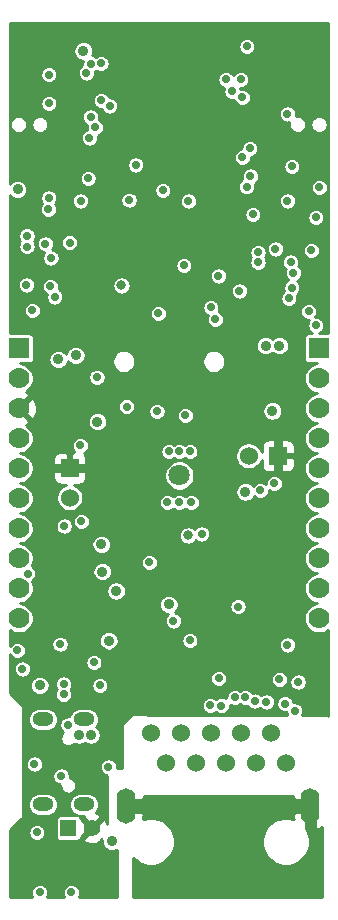
<source format=gbr>
G04 #@! TF.GenerationSoftware,KiCad,Pcbnew,5.1.0-rc2-unknown-036be7d~80~ubuntu16.04.1*
G04 #@! TF.CreationDate,2021-12-15T16:14:17+02:00*
G04 #@! TF.ProjectId,ESP32-PoE_Rev_I,45535033-322d-4506-9f45-5f5265765f49,I*
G04 #@! TF.SameCoordinates,Original*
G04 #@! TF.FileFunction,Copper,L3,Inr*
G04 #@! TF.FilePolarity,Positive*
%FSLAX46Y46*%
G04 Gerber Fmt 4.6, Leading zero omitted, Abs format (unit mm)*
G04 Created by KiCad (PCBNEW 5.1.0-rc2-unknown-036be7d~80~ubuntu16.04.1) date 2021-12-15 16:14:17*
%MOMM*%
%LPD*%
G04 APERTURE LIST*
%ADD10R,1.524000X1.524000*%
%ADD11C,1.524000*%
%ADD12C,1.300000*%
%ADD13C,2.000000*%
%ADD14O,1.600000X2.999999*%
%ADD15R,0.400000X0.400000*%
%ADD16R,1.422400X1.422400*%
%ADD17R,1.400000X1.400000*%
%ADD18C,1.400000*%
%ADD19C,1.778000*%
%ADD20R,1.778000X1.778000*%
%ADD21O,1.800000X1.200000*%
%ADD22C,1.800000*%
%ADD23C,0.900000*%
%ADD24C,0.700000*%
%ADD25C,0.800000*%
%ADD26C,0.762000*%
%ADD27C,0.254000*%
G04 APERTURE END LIST*
D10*
X113391000Y-132334000D03*
D11*
X110891000Y-132334000D03*
D12*
X101340000Y-106035000D03*
D13*
X103140000Y-104235000D03*
D12*
X104940000Y-106035000D03*
X101340000Y-102435000D03*
X104940000Y-102435000D03*
X103140000Y-102435000D03*
X103140000Y-106035000D03*
X101340000Y-104235000D03*
X104940000Y-104235000D03*
D11*
X102616000Y-155806000D03*
X103886000Y-158346000D03*
X105156000Y-155806000D03*
X106426000Y-158346000D03*
X107696000Y-155806000D03*
X108966000Y-158346000D03*
X110236000Y-155806000D03*
X111506000Y-158346000D03*
X112776000Y-155806000D03*
X114046000Y-158346000D03*
D14*
X100531000Y-161946000D03*
X116131000Y-161946000D03*
D15*
X112044000Y-149344000D03*
X112044000Y-148344000D03*
X111244000Y-147544000D03*
X110244000Y-147544000D03*
X109444000Y-148344000D03*
X109444000Y-149344000D03*
X110244000Y-150144000D03*
X111244000Y-150144000D03*
D16*
X110744000Y-148844000D03*
D17*
X95638620Y-163852860D03*
D18*
X97650300Y-163850320D03*
D19*
X116840000Y-130840000D03*
X116840000Y-128300000D03*
X116840000Y-125760000D03*
D20*
X116840000Y-123220000D03*
D19*
X116840000Y-133380000D03*
X116840000Y-135920000D03*
X116840000Y-141000000D03*
X116840000Y-138460000D03*
X116840000Y-143540000D03*
X116840000Y-146080000D03*
X91440000Y-130840000D03*
X91440000Y-128300000D03*
X91440000Y-125760000D03*
D20*
X91440000Y-123220000D03*
D19*
X91440000Y-133380000D03*
X91440000Y-135920000D03*
X91440000Y-141000000D03*
X91440000Y-138460000D03*
X91440000Y-143540000D03*
X91440000Y-146080000D03*
D21*
X93476000Y-154642000D03*
X96946000Y-154642000D03*
X96946000Y-161842000D03*
X93476000Y-161842000D03*
D22*
X105029000Y-133985000D03*
D11*
X95758000Y-135870000D03*
D10*
X95758000Y-133370000D03*
D23*
X99314000Y-164973000D03*
X93218000Y-151765000D03*
X98425000Y-139827000D03*
X94775020Y-124167900D03*
D24*
X92125800Y-113690400D03*
X92964000Y-163195000D03*
X93853000Y-163195000D03*
D23*
X98330590Y-161163000D03*
X114300000Y-106680000D03*
D24*
X101219000Y-115824000D03*
X102044500Y-115824000D03*
D23*
X117348000Y-103378000D03*
X117348000Y-102108000D03*
X117348000Y-98679000D03*
X114427000Y-100965000D03*
X114427000Y-99822000D03*
X114427000Y-98679000D03*
X114427000Y-97155000D03*
X105410000Y-107315000D03*
X106680000Y-103505000D03*
X106680000Y-106045000D03*
X107950000Y-107315000D03*
X107950000Y-104775000D03*
X109220000Y-106045000D03*
X104140000Y-107315000D03*
X107950000Y-103505000D03*
X107950000Y-106045000D03*
X109220000Y-104775000D03*
X106680000Y-107315000D03*
X106680000Y-104775000D03*
X106680000Y-102235000D03*
D24*
X98869500Y-106934000D03*
D23*
X91059000Y-102616000D03*
X91059000Y-101346000D03*
X91059000Y-100076000D03*
X91059000Y-98806000D03*
X92328990Y-98806000D03*
X93726000Y-98806000D03*
X93726000Y-97472500D03*
X114427000Y-96012000D03*
X110617000Y-96012000D03*
X106807000Y-96774000D03*
X108077000Y-96012000D03*
X105537000Y-96012000D03*
X102997000Y-96012000D03*
X101727000Y-96774000D03*
X104267000Y-96774000D03*
X109347000Y-96774000D03*
X100457000Y-96012000D03*
X93726000Y-96012000D03*
X97917000Y-96012000D03*
D24*
X102489000Y-109836724D03*
D23*
X100076000Y-112395000D03*
X94742000Y-167767000D03*
X94742000Y-166624000D03*
X107823000Y-112395000D03*
D24*
X94234000Y-144145000D03*
D23*
X103632000Y-112395000D03*
X99187000Y-96774000D03*
D24*
X117475000Y-105156000D03*
D23*
X96901000Y-96774000D03*
X102489000Y-112395000D03*
D24*
X100203000Y-116967000D03*
X95631000Y-146685000D03*
D23*
X99314000Y-169037000D03*
X102489000Y-145542000D03*
D24*
X115189000Y-150114000D03*
X106045000Y-153797000D03*
D25*
X102362000Y-149352000D03*
D23*
X98330590Y-160210498D03*
D24*
X104902000Y-147828000D03*
X95885000Y-121666000D03*
D23*
X100965000Y-131064000D03*
D24*
X102362000Y-153847800D03*
D25*
X93853000Y-137414000D03*
D23*
X113411000Y-141224000D03*
X113411000Y-140208000D03*
X99568000Y-154305000D03*
X110998000Y-103886000D03*
D24*
X110921800Y-110794800D03*
X95504000Y-158623000D03*
D23*
X110998000Y-121920000D03*
X110998000Y-122936000D03*
X101981000Y-131064000D03*
X111084360Y-143040100D03*
X105283000Y-130606800D03*
D24*
X92590110Y-120015000D03*
X94488000Y-118872000D03*
D23*
X96901000Y-98044000D03*
D24*
X116586000Y-112141000D03*
D23*
X99674680Y-143771620D03*
D25*
X100131880Y-117899180D03*
D23*
X96266000Y-123825000D03*
X98092260Y-129433320D03*
D25*
X105791000Y-139065000D03*
D24*
X110744000Y-97663000D03*
X116890800Y-109601000D03*
D23*
X91333320Y-109776260D03*
X99060000Y-147980400D03*
D24*
X113969800Y-153314400D03*
X108356400Y-151155400D03*
X113510000Y-151250000D03*
X93980000Y-100055001D03*
X92125800Y-114604800D03*
X111051173Y-108638173D03*
X103631994Y-109836732D03*
D23*
X96520000Y-155956000D03*
X97536000Y-155956000D03*
X98501200Y-142123160D03*
D24*
X105796410Y-110751157D03*
X100774500Y-110680496D03*
X101345994Y-107696000D03*
X97409000Y-105410000D03*
X95278919Y-138270969D03*
X94157800Y-115570000D03*
X108077000Y-120777000D03*
X110109000Y-118364000D03*
D23*
X112344200Y-122999500D03*
X112903000Y-128524000D03*
X113487200Y-122999500D03*
D24*
X110998000Y-106299000D03*
X115976400Y-120091200D03*
X110363000Y-107060996D03*
X93980000Y-102489000D03*
X110236000Y-100457000D03*
D23*
X102108000Y-168783000D03*
X105283000Y-168783000D03*
X108204000Y-168783000D03*
X110998000Y-168783000D03*
X112522000Y-167132000D03*
X104013000Y-167132000D03*
X106934000Y-167132000D03*
X109601000Y-167132000D03*
X105918000Y-164846000D03*
X110871000Y-164846000D03*
X108204000Y-164846000D03*
X103632000Y-161946000D03*
X113030000Y-161946000D03*
D24*
X114173000Y-148336000D03*
X111696500Y-115954254D03*
X96730025Y-137874369D03*
X96647000Y-131445000D03*
X100558600Y-128168400D03*
X98298000Y-151765000D03*
X97795080Y-149816820D03*
X95231599Y-151654399D03*
X95231596Y-152512566D03*
D23*
X104140000Y-144907000D03*
D24*
X110007400Y-145084800D03*
X92075000Y-117856016D03*
X92963986Y-164211000D03*
X99016820Y-158666180D03*
X97532247Y-103628247D03*
X109474000Y-101473000D03*
X116586000Y-121285000D03*
X105918000Y-147955000D03*
X114808000Y-153924000D03*
X104521000Y-146304000D03*
X115089940Y-151483060D03*
X95885000Y-169290994D03*
X93217439Y-169291561D03*
X92760768Y-158419800D03*
X94932500Y-148272500D03*
X95019852Y-159437320D03*
X95613220Y-155110180D03*
X114173000Y-103378000D03*
X108966000Y-100457000D03*
X94107000Y-117983000D03*
X107696000Y-119761000D03*
X108331000Y-117094000D03*
X110363000Y-101981000D03*
X91310373Y-148796940D03*
X91742260Y-150373080D03*
X97917000Y-104521000D03*
X97147890Y-99910341D03*
X92188792Y-142297910D03*
X102489000Y-141351000D03*
X111252000Y-111887000D03*
X113157000Y-114808000D03*
X103136700Y-128554480D03*
X106934000Y-138938000D03*
X114554000Y-107823000D03*
X116205000Y-114935000D03*
X105537000Y-128905000D03*
X114462245Y-115922976D03*
X105410000Y-116205000D03*
X114554000Y-118110000D03*
X114681000Y-116840000D03*
X114173000Y-110744000D03*
X110718600Y-109550200D03*
X114300000Y-118999000D03*
X111696500Y-115101841D03*
X103251000Y-120269000D03*
X96673145Y-110744000D03*
X93931740Y-111467900D03*
X97312968Y-108831208D03*
X93980000Y-110490555D03*
X93675200Y-114376200D03*
X98398693Y-99097193D03*
X99124867Y-102705397D03*
X98415660Y-102232500D03*
X97536008Y-99123500D03*
X95732400Y-114274400D03*
X107642660Y-153441400D03*
X111429800Y-153085800D03*
X108595160Y-153469340D03*
X112395000Y-153162000D03*
X109728000Y-152781000D03*
X110617000Y-152781000D03*
X113080800Y-134645400D03*
X105029000Y-136271000D03*
X106045000Y-136271000D03*
X104013000Y-136271000D03*
D23*
X110617000Y-135382000D03*
D24*
X105918000Y-131953000D03*
X105029000Y-131953000D03*
X104140000Y-131953000D03*
X111887000Y-135255000D03*
X98051620Y-125669040D03*
D26*
X113391000Y-132334000D02*
X113391000Y-133584000D01*
X113391000Y-132334000D02*
X113391000Y-131084000D01*
X95758000Y-133370000D02*
X97643000Y-133370000D01*
X95758000Y-133370000D02*
X94087000Y-133370000D01*
D27*
G36*
X117642001Y-121948157D02*
G01*
X116895193Y-121948157D01*
X116932258Y-121932804D01*
X117051985Y-121852805D01*
X117153805Y-121750985D01*
X117233804Y-121631258D01*
X117288908Y-121498225D01*
X117317000Y-121356997D01*
X117317000Y-121213003D01*
X117288908Y-121071775D01*
X117233804Y-120938742D01*
X117153805Y-120819015D01*
X117051985Y-120717195D01*
X116932258Y-120637196D01*
X116799225Y-120582092D01*
X116657997Y-120554000D01*
X116546333Y-120554000D01*
X116624204Y-120437458D01*
X116679308Y-120304425D01*
X116707400Y-120163197D01*
X116707400Y-120019203D01*
X116679308Y-119877975D01*
X116624204Y-119744942D01*
X116544205Y-119625215D01*
X116442385Y-119523395D01*
X116322658Y-119443396D01*
X116189625Y-119388292D01*
X116048397Y-119360200D01*
X115904403Y-119360200D01*
X115763175Y-119388292D01*
X115630142Y-119443396D01*
X115510415Y-119523395D01*
X115408595Y-119625215D01*
X115328596Y-119744942D01*
X115273492Y-119877975D01*
X115245400Y-120019203D01*
X115245400Y-120163197D01*
X115273492Y-120304425D01*
X115328596Y-120437458D01*
X115408595Y-120557185D01*
X115510415Y-120659005D01*
X115630142Y-120739004D01*
X115763175Y-120794108D01*
X115904403Y-120822200D01*
X116016067Y-120822200D01*
X115938196Y-120938742D01*
X115883092Y-121071775D01*
X115855000Y-121213003D01*
X115855000Y-121356997D01*
X115883092Y-121498225D01*
X115938196Y-121631258D01*
X116018195Y-121750985D01*
X116120015Y-121852805D01*
X116239742Y-121932804D01*
X116276807Y-121948157D01*
X115951000Y-121948157D01*
X115876311Y-121955513D01*
X115804492Y-121977299D01*
X115738304Y-122012678D01*
X115680289Y-122060289D01*
X115632678Y-122118304D01*
X115597299Y-122184492D01*
X115575513Y-122256311D01*
X115568157Y-122331000D01*
X115568157Y-124109000D01*
X115575513Y-124183689D01*
X115597299Y-124255508D01*
X115632678Y-124321696D01*
X115680289Y-124379711D01*
X115738304Y-124427322D01*
X115804492Y-124462701D01*
X115876311Y-124484487D01*
X115951000Y-124491843D01*
X116705651Y-124491843D01*
X116469555Y-124538805D01*
X116238429Y-124634541D01*
X116030422Y-124773527D01*
X115853527Y-124950422D01*
X115714541Y-125158429D01*
X115618805Y-125389555D01*
X115570000Y-125634916D01*
X115570000Y-125885084D01*
X115618805Y-126130445D01*
X115714541Y-126361571D01*
X115853527Y-126569578D01*
X116030422Y-126746473D01*
X116238429Y-126885459D01*
X116469555Y-126981195D01*
X116714916Y-127030000D01*
X116469555Y-127078805D01*
X116238429Y-127174541D01*
X116030422Y-127313527D01*
X115853527Y-127490422D01*
X115714541Y-127698429D01*
X115618805Y-127929555D01*
X115570000Y-128174916D01*
X115570000Y-128425084D01*
X115618805Y-128670445D01*
X115714541Y-128901571D01*
X115853527Y-129109578D01*
X116030422Y-129286473D01*
X116238429Y-129425459D01*
X116469555Y-129521195D01*
X116714916Y-129570000D01*
X116469555Y-129618805D01*
X116238429Y-129714541D01*
X116030422Y-129853527D01*
X115853527Y-130030422D01*
X115714541Y-130238429D01*
X115618805Y-130469555D01*
X115570000Y-130714916D01*
X115570000Y-130965084D01*
X115618805Y-131210445D01*
X115714541Y-131441571D01*
X115853527Y-131649578D01*
X116030422Y-131826473D01*
X116238429Y-131965459D01*
X116469555Y-132061195D01*
X116714916Y-132110000D01*
X116469555Y-132158805D01*
X116238429Y-132254541D01*
X116030422Y-132393527D01*
X115853527Y-132570422D01*
X115714541Y-132778429D01*
X115618805Y-133009555D01*
X115570000Y-133254916D01*
X115570000Y-133505084D01*
X115618805Y-133750445D01*
X115714541Y-133981571D01*
X115853527Y-134189578D01*
X116030422Y-134366473D01*
X116238429Y-134505459D01*
X116469555Y-134601195D01*
X116714916Y-134650000D01*
X116469555Y-134698805D01*
X116238429Y-134794541D01*
X116030422Y-134933527D01*
X115853527Y-135110422D01*
X115714541Y-135318429D01*
X115618805Y-135549555D01*
X115570000Y-135794916D01*
X115570000Y-136045084D01*
X115618805Y-136290445D01*
X115714541Y-136521571D01*
X115853527Y-136729578D01*
X116030422Y-136906473D01*
X116238429Y-137045459D01*
X116469555Y-137141195D01*
X116714916Y-137190000D01*
X116469555Y-137238805D01*
X116238429Y-137334541D01*
X116030422Y-137473527D01*
X115853527Y-137650422D01*
X115714541Y-137858429D01*
X115618805Y-138089555D01*
X115570000Y-138334916D01*
X115570000Y-138585084D01*
X115618805Y-138830445D01*
X115714541Y-139061571D01*
X115853527Y-139269578D01*
X116030422Y-139446473D01*
X116238429Y-139585459D01*
X116469555Y-139681195D01*
X116714916Y-139730000D01*
X116469555Y-139778805D01*
X116238429Y-139874541D01*
X116030422Y-140013527D01*
X115853527Y-140190422D01*
X115714541Y-140398429D01*
X115618805Y-140629555D01*
X115570000Y-140874916D01*
X115570000Y-141125084D01*
X115618805Y-141370445D01*
X115714541Y-141601571D01*
X115853527Y-141809578D01*
X116030422Y-141986473D01*
X116238429Y-142125459D01*
X116469555Y-142221195D01*
X116714916Y-142270000D01*
X116469555Y-142318805D01*
X116238429Y-142414541D01*
X116030422Y-142553527D01*
X115853527Y-142730422D01*
X115714541Y-142938429D01*
X115618805Y-143169555D01*
X115570000Y-143414916D01*
X115570000Y-143665084D01*
X115618805Y-143910445D01*
X115714541Y-144141571D01*
X115853527Y-144349578D01*
X116030422Y-144526473D01*
X116238429Y-144665459D01*
X116469555Y-144761195D01*
X116714916Y-144810000D01*
X116469555Y-144858805D01*
X116238429Y-144954541D01*
X116030422Y-145093527D01*
X115853527Y-145270422D01*
X115714541Y-145478429D01*
X115618805Y-145709555D01*
X115570000Y-145954916D01*
X115570000Y-146205084D01*
X115618805Y-146450445D01*
X115714541Y-146681571D01*
X115853527Y-146889578D01*
X116030422Y-147066473D01*
X116238429Y-147205459D01*
X116469555Y-147301195D01*
X116714916Y-147350000D01*
X116965084Y-147350000D01*
X117210445Y-147301195D01*
X117441571Y-147205459D01*
X117642000Y-147071536D01*
X117642000Y-154312058D01*
X117626776Y-154307440D01*
X117602000Y-154305000D01*
X115432590Y-154305000D01*
X115455804Y-154270258D01*
X115510908Y-154137225D01*
X115539000Y-153995997D01*
X115539000Y-153852003D01*
X115510908Y-153710775D01*
X115455804Y-153577742D01*
X115375805Y-153458015D01*
X115273985Y-153356195D01*
X115154258Y-153276196D01*
X115021225Y-153221092D01*
X114879997Y-153193000D01*
X114736003Y-153193000D01*
X114692687Y-153201616D01*
X114672708Y-153101175D01*
X114617604Y-152968142D01*
X114537605Y-152848415D01*
X114435785Y-152746595D01*
X114316058Y-152666596D01*
X114183025Y-152611492D01*
X114041797Y-152583400D01*
X113897803Y-152583400D01*
X113756575Y-152611492D01*
X113623542Y-152666596D01*
X113503815Y-152746595D01*
X113401995Y-152848415D01*
X113321996Y-152968142D01*
X113266892Y-153101175D01*
X113238800Y-153242403D01*
X113238800Y-153386397D01*
X113266892Y-153527625D01*
X113321996Y-153660658D01*
X113401995Y-153780385D01*
X113503815Y-153882205D01*
X113623542Y-153962204D01*
X113756575Y-154017308D01*
X113897803Y-154045400D01*
X114041797Y-154045400D01*
X114085113Y-154036784D01*
X114105092Y-154137225D01*
X114160196Y-154270258D01*
X114183410Y-154305000D01*
X102362000Y-154305000D01*
X102359560Y-154280224D01*
X102352333Y-154256399D01*
X102340597Y-154234443D01*
X102324803Y-154215197D01*
X102305557Y-154199403D01*
X102283601Y-154187667D01*
X102259776Y-154180440D01*
X102235000Y-154178000D01*
X101092000Y-154178000D01*
X101067224Y-154180440D01*
X101043399Y-154187667D01*
X101021443Y-154199403D01*
X101002197Y-154215197D01*
X100240197Y-154977197D01*
X100224403Y-154996443D01*
X100212667Y-155018399D01*
X100205440Y-155042224D01*
X100203000Y-155067000D01*
X100203000Y-158750000D01*
X99745468Y-158750000D01*
X99747820Y-158738177D01*
X99747820Y-158594183D01*
X99719728Y-158452955D01*
X99664624Y-158319922D01*
X99584625Y-158200195D01*
X99482805Y-158098375D01*
X99363078Y-158018376D01*
X99230045Y-157963272D01*
X99088817Y-157935180D01*
X98944823Y-157935180D01*
X98803595Y-157963272D01*
X98670562Y-158018376D01*
X98550835Y-158098375D01*
X98449015Y-158200195D01*
X98369016Y-158319922D01*
X98313912Y-158452955D01*
X98285820Y-158594183D01*
X98285820Y-158738177D01*
X98313912Y-158879405D01*
X98369016Y-159012438D01*
X98449015Y-159132165D01*
X98550835Y-159233985D01*
X98670562Y-159313984D01*
X98803595Y-159369088D01*
X98933000Y-159394828D01*
X98933000Y-163470989D01*
X98859235Y-163268954D01*
X98805337Y-163168117D01*
X98571569Y-163108656D01*
X97829905Y-163850320D01*
X97844048Y-163864463D01*
X97664443Y-164044068D01*
X97650300Y-164029925D01*
X96908636Y-164771589D01*
X96968097Y-165005357D01*
X97206542Y-165116254D01*
X97462040Y-165178503D01*
X97724773Y-165189710D01*
X97984644Y-165149445D01*
X98231666Y-165059255D01*
X98332503Y-165005357D01*
X98391963Y-164771591D01*
X98487733Y-164867361D01*
X98483000Y-164891154D01*
X98483000Y-165054846D01*
X98514935Y-165215394D01*
X98577577Y-165366626D01*
X98668520Y-165502732D01*
X98784268Y-165618480D01*
X98920374Y-165709423D01*
X99071606Y-165772065D01*
X99232154Y-165804000D01*
X99395846Y-165804000D01*
X99556394Y-165772065D01*
X99707626Y-165709423D01*
X99758500Y-165675430D01*
X99758500Y-169642000D01*
X96529631Y-169642000D01*
X96532804Y-169637252D01*
X96587908Y-169504219D01*
X96616000Y-169362991D01*
X96616000Y-169218997D01*
X96587908Y-169077769D01*
X96532804Y-168944736D01*
X96452805Y-168825009D01*
X96350985Y-168723189D01*
X96231258Y-168643190D01*
X96098225Y-168588086D01*
X95956997Y-168559994D01*
X95813003Y-168559994D01*
X95671775Y-168588086D01*
X95538742Y-168643190D01*
X95419015Y-168723189D01*
X95317195Y-168825009D01*
X95237196Y-168944736D01*
X95182092Y-169077769D01*
X95154000Y-169218997D01*
X95154000Y-169362991D01*
X95182092Y-169504219D01*
X95237196Y-169637252D01*
X95240369Y-169642000D01*
X93862449Y-169642000D01*
X93865243Y-169637819D01*
X93920347Y-169504786D01*
X93948439Y-169363558D01*
X93948439Y-169219564D01*
X93920347Y-169078336D01*
X93865243Y-168945303D01*
X93785244Y-168825576D01*
X93683424Y-168723756D01*
X93563697Y-168643757D01*
X93430664Y-168588653D01*
X93289436Y-168560561D01*
X93145442Y-168560561D01*
X93004214Y-168588653D01*
X92871181Y-168643757D01*
X92751454Y-168723756D01*
X92649634Y-168825576D01*
X92569635Y-168945303D01*
X92514531Y-169078336D01*
X92486439Y-169219564D01*
X92486439Y-169363558D01*
X92514531Y-169504786D01*
X92569635Y-169637819D01*
X92572429Y-169642000D01*
X90658000Y-169642000D01*
X90658000Y-164139003D01*
X92232986Y-164139003D01*
X92232986Y-164282997D01*
X92261078Y-164424225D01*
X92316182Y-164557258D01*
X92396181Y-164676985D01*
X92498001Y-164778805D01*
X92617728Y-164858804D01*
X92750761Y-164913908D01*
X92891989Y-164942000D01*
X93035983Y-164942000D01*
X93177211Y-164913908D01*
X93310244Y-164858804D01*
X93429971Y-164778805D01*
X93531791Y-164676985D01*
X93611790Y-164557258D01*
X93666894Y-164424225D01*
X93694986Y-164282997D01*
X93694986Y-164139003D01*
X93666894Y-163997775D01*
X93611790Y-163864742D01*
X93531791Y-163745015D01*
X93429971Y-163643195D01*
X93310244Y-163563196D01*
X93177211Y-163508092D01*
X93035983Y-163480000D01*
X92891989Y-163480000D01*
X92750761Y-163508092D01*
X92617728Y-163563196D01*
X92498001Y-163643195D01*
X92396181Y-163745015D01*
X92316182Y-163864742D01*
X92261078Y-163997775D01*
X92232986Y-164139003D01*
X90658000Y-164139003D01*
X90658000Y-164043005D01*
X91563721Y-163152860D01*
X94555777Y-163152860D01*
X94555777Y-164552860D01*
X94563133Y-164627549D01*
X94584919Y-164699368D01*
X94620298Y-164765556D01*
X94667909Y-164823571D01*
X94725924Y-164871182D01*
X94792112Y-164906561D01*
X94863931Y-164928347D01*
X94938620Y-164935703D01*
X96338620Y-164935703D01*
X96413309Y-164928347D01*
X96485128Y-164906561D01*
X96551316Y-164871182D01*
X96609331Y-164823571D01*
X96656942Y-164765556D01*
X96692321Y-164699368D01*
X96714107Y-164627549D01*
X96717889Y-164589150D01*
X96729031Y-164591984D01*
X97470695Y-163850320D01*
X96729031Y-163108656D01*
X96717401Y-163111614D01*
X96714107Y-163078171D01*
X96692321Y-163006352D01*
X96656942Y-162940164D01*
X96609331Y-162882149D01*
X96551316Y-162834538D01*
X96514352Y-162814780D01*
X96597813Y-162823000D01*
X96935611Y-162823000D01*
X96908636Y-162929051D01*
X97650300Y-163670715D01*
X98391964Y-162929051D01*
X98332503Y-162695283D01*
X98094058Y-162584386D01*
X97934984Y-162545630D01*
X97943028Y-162539028D01*
X98065618Y-162389651D01*
X98156711Y-162219229D01*
X98212805Y-162034310D01*
X98231746Y-161842000D01*
X98212805Y-161649690D01*
X98156711Y-161464771D01*
X98065618Y-161294349D01*
X97943028Y-161144972D01*
X97793651Y-161022382D01*
X97623229Y-160931289D01*
X97438310Y-160875195D01*
X97294187Y-160861000D01*
X96597813Y-160861000D01*
X96453690Y-160875195D01*
X96268771Y-160931289D01*
X96098349Y-161022382D01*
X95948972Y-161144972D01*
X95826382Y-161294349D01*
X95735289Y-161464771D01*
X95679195Y-161649690D01*
X95660254Y-161842000D01*
X95679195Y-162034310D01*
X95735289Y-162219229D01*
X95826382Y-162389651D01*
X95948972Y-162539028D01*
X96098349Y-162661618D01*
X96268771Y-162752711D01*
X96325822Y-162770017D01*
X94938620Y-162770017D01*
X94863931Y-162777373D01*
X94792112Y-162799159D01*
X94725924Y-162834538D01*
X94667909Y-162882149D01*
X94620298Y-162940164D01*
X94584919Y-163006352D01*
X94563133Y-163078171D01*
X94555777Y-163152860D01*
X91563721Y-163152860D01*
X91652865Y-163065250D01*
X91673948Y-163047948D01*
X91704268Y-163011002D01*
X91734954Y-162974266D01*
X91736021Y-162972311D01*
X91737429Y-162970595D01*
X91759941Y-162928479D01*
X91782889Y-162886427D01*
X91783554Y-162884303D01*
X91784601Y-162882343D01*
X91798490Y-162836556D01*
X91812766Y-162790923D01*
X91813003Y-162788715D01*
X91813649Y-162786585D01*
X91818339Y-162738967D01*
X91823438Y-162691427D01*
X91821000Y-162664263D01*
X91821000Y-161842000D01*
X92190254Y-161842000D01*
X92209195Y-162034310D01*
X92265289Y-162219229D01*
X92356382Y-162389651D01*
X92478972Y-162539028D01*
X92628349Y-162661618D01*
X92798771Y-162752711D01*
X92983690Y-162808805D01*
X93127813Y-162823000D01*
X93824187Y-162823000D01*
X93968310Y-162808805D01*
X94153229Y-162752711D01*
X94323651Y-162661618D01*
X94473028Y-162539028D01*
X94595618Y-162389651D01*
X94686711Y-162219229D01*
X94742805Y-162034310D01*
X94761746Y-161842000D01*
X94742805Y-161649690D01*
X94686711Y-161464771D01*
X94595618Y-161294349D01*
X94473028Y-161144972D01*
X94323651Y-161022382D01*
X94153229Y-160931289D01*
X93968310Y-160875195D01*
X93824187Y-160861000D01*
X93127813Y-160861000D01*
X92983690Y-160875195D01*
X92798771Y-160931289D01*
X92628349Y-161022382D01*
X92478972Y-161144972D01*
X92356382Y-161294349D01*
X92265289Y-161464771D01*
X92209195Y-161649690D01*
X92190254Y-161842000D01*
X91821000Y-161842000D01*
X91821000Y-159365323D01*
X94288852Y-159365323D01*
X94288852Y-159509317D01*
X94316944Y-159650545D01*
X94372048Y-159783578D01*
X94452047Y-159903305D01*
X94553867Y-160005125D01*
X94673594Y-160085124D01*
X94806627Y-160140228D01*
X94946373Y-160168025D01*
X94945000Y-160174927D01*
X94945000Y-160309073D01*
X94971171Y-160440640D01*
X95022506Y-160564574D01*
X95097033Y-160676112D01*
X95191888Y-160770967D01*
X95303426Y-160845494D01*
X95427360Y-160896829D01*
X95558927Y-160923000D01*
X95693073Y-160923000D01*
X95824640Y-160896829D01*
X95948574Y-160845494D01*
X96060112Y-160770967D01*
X96154967Y-160676112D01*
X96229494Y-160564574D01*
X96280829Y-160440640D01*
X96307000Y-160309073D01*
X96307000Y-160174927D01*
X96280829Y-160043360D01*
X96229494Y-159919426D01*
X96154967Y-159807888D01*
X96060112Y-159713033D01*
X95948574Y-159638506D01*
X95824640Y-159587171D01*
X95738764Y-159570089D01*
X95750852Y-159509317D01*
X95750852Y-159365323D01*
X95722760Y-159224095D01*
X95667656Y-159091062D01*
X95587657Y-158971335D01*
X95485837Y-158869515D01*
X95366110Y-158789516D01*
X95233077Y-158734412D01*
X95091849Y-158706320D01*
X94947855Y-158706320D01*
X94806627Y-158734412D01*
X94673594Y-158789516D01*
X94553867Y-158869515D01*
X94452047Y-158971335D01*
X94372048Y-159091062D01*
X94316944Y-159224095D01*
X94288852Y-159365323D01*
X91821000Y-159365323D01*
X91821000Y-158347803D01*
X92029768Y-158347803D01*
X92029768Y-158491797D01*
X92057860Y-158633025D01*
X92112964Y-158766058D01*
X92192963Y-158885785D01*
X92294783Y-158987605D01*
X92414510Y-159067604D01*
X92547543Y-159122708D01*
X92688771Y-159150800D01*
X92832765Y-159150800D01*
X92973993Y-159122708D01*
X93107026Y-159067604D01*
X93226753Y-158987605D01*
X93328573Y-158885785D01*
X93408572Y-158766058D01*
X93463676Y-158633025D01*
X93491768Y-158491797D01*
X93491768Y-158347803D01*
X93463676Y-158206575D01*
X93408572Y-158073542D01*
X93328573Y-157953815D01*
X93226753Y-157851995D01*
X93107026Y-157771996D01*
X92973993Y-157716892D01*
X92832765Y-157688800D01*
X92688771Y-157688800D01*
X92547543Y-157716892D01*
X92414510Y-157771996D01*
X92294783Y-157851995D01*
X92192963Y-157953815D01*
X92112964Y-158073542D01*
X92057860Y-158206575D01*
X92029768Y-158347803D01*
X91821000Y-158347803D01*
X91821000Y-154642000D01*
X92190254Y-154642000D01*
X92209195Y-154834310D01*
X92265289Y-155019229D01*
X92356382Y-155189651D01*
X92478972Y-155339028D01*
X92628349Y-155461618D01*
X92798771Y-155552711D01*
X92983690Y-155608805D01*
X93127813Y-155623000D01*
X93824187Y-155623000D01*
X93968310Y-155608805D01*
X94153229Y-155552711D01*
X94323651Y-155461618D01*
X94473028Y-155339028D01*
X94595618Y-155189651D01*
X94676579Y-155038183D01*
X94882220Y-155038183D01*
X94882220Y-155182177D01*
X94910312Y-155323405D01*
X94965416Y-155456438D01*
X95045415Y-155576165D01*
X95147235Y-155677985D01*
X95195788Y-155710427D01*
X95191888Y-155713033D01*
X95097033Y-155807888D01*
X95022506Y-155919426D01*
X94971171Y-156043360D01*
X94945000Y-156174927D01*
X94945000Y-156309073D01*
X94971171Y-156440640D01*
X95022506Y-156564574D01*
X95097033Y-156676112D01*
X95191888Y-156770967D01*
X95303426Y-156845494D01*
X95427360Y-156896829D01*
X95558927Y-156923000D01*
X95693073Y-156923000D01*
X95824640Y-156896829D01*
X95948574Y-156845494D01*
X96060112Y-156770967D01*
X96135059Y-156696020D01*
X96277606Y-156755065D01*
X96438154Y-156787000D01*
X96601846Y-156787000D01*
X96762394Y-156755065D01*
X96913626Y-156692423D01*
X97028000Y-156616001D01*
X97142374Y-156692423D01*
X97293606Y-156755065D01*
X97454154Y-156787000D01*
X97617846Y-156787000D01*
X97778394Y-156755065D01*
X97929626Y-156692423D01*
X98065732Y-156601480D01*
X98181480Y-156485732D01*
X98272423Y-156349626D01*
X98335065Y-156198394D01*
X98367000Y-156037846D01*
X98367000Y-155874154D01*
X98335065Y-155713606D01*
X98272423Y-155562374D01*
X98181480Y-155426268D01*
X98065732Y-155310520D01*
X98001594Y-155267665D01*
X98065618Y-155189651D01*
X98156711Y-155019229D01*
X98212805Y-154834310D01*
X98231746Y-154642000D01*
X98212805Y-154449690D01*
X98156711Y-154264771D01*
X98065618Y-154094349D01*
X97943028Y-153944972D01*
X97793651Y-153822382D01*
X97623229Y-153731289D01*
X97438310Y-153675195D01*
X97294187Y-153661000D01*
X96597813Y-153661000D01*
X96453690Y-153675195D01*
X96268771Y-153731289D01*
X96098349Y-153822382D01*
X95948972Y-153944972D01*
X95826382Y-154094349D01*
X95735289Y-154264771D01*
X95699709Y-154382063D01*
X95685217Y-154379180D01*
X95541223Y-154379180D01*
X95399995Y-154407272D01*
X95266962Y-154462376D01*
X95147235Y-154542375D01*
X95045415Y-154644195D01*
X94965416Y-154763922D01*
X94910312Y-154896955D01*
X94882220Y-155038183D01*
X94676579Y-155038183D01*
X94686711Y-155019229D01*
X94742805Y-154834310D01*
X94761746Y-154642000D01*
X94742805Y-154449690D01*
X94686711Y-154264771D01*
X94595618Y-154094349D01*
X94473028Y-153944972D01*
X94323651Y-153822382D01*
X94153229Y-153731289D01*
X93968310Y-153675195D01*
X93824187Y-153661000D01*
X93127813Y-153661000D01*
X92983690Y-153675195D01*
X92798771Y-153731289D01*
X92628349Y-153822382D01*
X92478972Y-153944972D01*
X92356382Y-154094349D01*
X92265289Y-154264771D01*
X92209195Y-154449690D01*
X92190254Y-154642000D01*
X91821000Y-154642000D01*
X91821000Y-153819737D01*
X91823438Y-153792573D01*
X91818339Y-153745033D01*
X91813649Y-153697415D01*
X91813003Y-153695285D01*
X91812766Y-153693077D01*
X91798490Y-153647444D01*
X91784601Y-153601657D01*
X91783554Y-153599697D01*
X91782889Y-153597573D01*
X91759941Y-153555521D01*
X91737429Y-153513405D01*
X91736021Y-153511689D01*
X91734954Y-153509734D01*
X91704268Y-153472998D01*
X91673948Y-153436052D01*
X91652865Y-153418750D01*
X91602655Y-153369403D01*
X106911660Y-153369403D01*
X106911660Y-153513397D01*
X106939752Y-153654625D01*
X106994856Y-153787658D01*
X107074855Y-153907385D01*
X107176675Y-154009205D01*
X107296402Y-154089204D01*
X107429435Y-154144308D01*
X107570663Y-154172400D01*
X107714657Y-154172400D01*
X107855885Y-154144308D01*
X107988918Y-154089204D01*
X108104203Y-154012173D01*
X108129175Y-154037145D01*
X108248902Y-154117144D01*
X108381935Y-154172248D01*
X108523163Y-154200340D01*
X108667157Y-154200340D01*
X108808385Y-154172248D01*
X108941418Y-154117144D01*
X109061145Y-154037145D01*
X109162965Y-153935325D01*
X109242964Y-153815598D01*
X109298068Y-153682565D01*
X109326160Y-153541337D01*
X109326160Y-153397343D01*
X109324858Y-153390795D01*
X109381742Y-153428804D01*
X109514775Y-153483908D01*
X109656003Y-153512000D01*
X109799997Y-153512000D01*
X109941225Y-153483908D01*
X110074258Y-153428804D01*
X110172500Y-153363161D01*
X110270742Y-153428804D01*
X110403775Y-153483908D01*
X110545003Y-153512000D01*
X110688997Y-153512000D01*
X110818235Y-153486293D01*
X110861995Y-153551785D01*
X110963815Y-153653605D01*
X111083542Y-153733604D01*
X111216575Y-153788708D01*
X111357803Y-153816800D01*
X111501797Y-153816800D01*
X111643025Y-153788708D01*
X111776058Y-153733604D01*
X111870026Y-153670816D01*
X111929015Y-153729805D01*
X112048742Y-153809804D01*
X112181775Y-153864908D01*
X112323003Y-153893000D01*
X112466997Y-153893000D01*
X112608225Y-153864908D01*
X112741258Y-153809804D01*
X112860985Y-153729805D01*
X112962805Y-153627985D01*
X113042804Y-153508258D01*
X113097908Y-153375225D01*
X113126000Y-153233997D01*
X113126000Y-153090003D01*
X113097908Y-152948775D01*
X113042804Y-152815742D01*
X112962805Y-152696015D01*
X112860985Y-152594195D01*
X112741258Y-152514196D01*
X112608225Y-152459092D01*
X112466997Y-152431000D01*
X112323003Y-152431000D01*
X112181775Y-152459092D01*
X112048742Y-152514196D01*
X111954774Y-152576984D01*
X111895785Y-152517995D01*
X111776058Y-152437996D01*
X111643025Y-152382892D01*
X111501797Y-152354800D01*
X111357803Y-152354800D01*
X111228565Y-152380507D01*
X111184805Y-152315015D01*
X111082985Y-152213195D01*
X110963258Y-152133196D01*
X110830225Y-152078092D01*
X110688997Y-152050000D01*
X110545003Y-152050000D01*
X110403775Y-152078092D01*
X110270742Y-152133196D01*
X110172500Y-152198839D01*
X110074258Y-152133196D01*
X109941225Y-152078092D01*
X109799997Y-152050000D01*
X109656003Y-152050000D01*
X109514775Y-152078092D01*
X109381742Y-152133196D01*
X109262015Y-152213195D01*
X109160195Y-152315015D01*
X109080196Y-152434742D01*
X109025092Y-152567775D01*
X108997000Y-152709003D01*
X108997000Y-152852997D01*
X108998302Y-152859545D01*
X108941418Y-152821536D01*
X108808385Y-152766432D01*
X108667157Y-152738340D01*
X108523163Y-152738340D01*
X108381935Y-152766432D01*
X108248902Y-152821536D01*
X108133617Y-152898567D01*
X108108645Y-152873595D01*
X107988918Y-152793596D01*
X107855885Y-152738492D01*
X107714657Y-152710400D01*
X107570663Y-152710400D01*
X107429435Y-152738492D01*
X107296402Y-152793596D01*
X107176675Y-152873595D01*
X107074855Y-152975415D01*
X106994856Y-153095142D01*
X106939752Y-153228175D01*
X106911660Y-153369403D01*
X91602655Y-153369403D01*
X90658000Y-152440995D01*
X90658000Y-151683154D01*
X92387000Y-151683154D01*
X92387000Y-151846846D01*
X92418935Y-152007394D01*
X92481577Y-152158626D01*
X92572520Y-152294732D01*
X92688268Y-152410480D01*
X92824374Y-152501423D01*
X92975606Y-152564065D01*
X93136154Y-152596000D01*
X93299846Y-152596000D01*
X93460394Y-152564065D01*
X93611626Y-152501423D01*
X93702700Y-152440569D01*
X94500596Y-152440569D01*
X94500596Y-152584563D01*
X94528688Y-152725791D01*
X94583792Y-152858824D01*
X94663791Y-152978551D01*
X94765611Y-153080371D01*
X94885338Y-153160370D01*
X95018371Y-153215474D01*
X95159599Y-153243566D01*
X95303593Y-153243566D01*
X95444821Y-153215474D01*
X95577854Y-153160370D01*
X95697581Y-153080371D01*
X95799401Y-152978551D01*
X95879400Y-152858824D01*
X95934504Y-152725791D01*
X95962596Y-152584563D01*
X95962596Y-152440569D01*
X95934504Y-152299341D01*
X95879400Y-152166308D01*
X95824059Y-152083485D01*
X95879403Y-152000657D01*
X95934507Y-151867624D01*
X95962599Y-151726396D01*
X95962599Y-151693003D01*
X97567000Y-151693003D01*
X97567000Y-151836997D01*
X97595092Y-151978225D01*
X97650196Y-152111258D01*
X97730195Y-152230985D01*
X97832015Y-152332805D01*
X97951742Y-152412804D01*
X98084775Y-152467908D01*
X98226003Y-152496000D01*
X98369997Y-152496000D01*
X98511225Y-152467908D01*
X98644258Y-152412804D01*
X98763985Y-152332805D01*
X98865805Y-152230985D01*
X98945804Y-152111258D01*
X99000908Y-151978225D01*
X99029000Y-151836997D01*
X99029000Y-151693003D01*
X99000908Y-151551775D01*
X98945804Y-151418742D01*
X98865805Y-151299015D01*
X98763985Y-151197195D01*
X98644258Y-151117196D01*
X98562675Y-151083403D01*
X107625400Y-151083403D01*
X107625400Y-151227397D01*
X107653492Y-151368625D01*
X107708596Y-151501658D01*
X107788595Y-151621385D01*
X107890415Y-151723205D01*
X108010142Y-151803204D01*
X108143175Y-151858308D01*
X108284403Y-151886400D01*
X108428397Y-151886400D01*
X108569625Y-151858308D01*
X108702658Y-151803204D01*
X108822385Y-151723205D01*
X108924205Y-151621385D01*
X109004204Y-151501658D01*
X109059308Y-151368625D01*
X109087400Y-151227397D01*
X109087400Y-151178003D01*
X112779000Y-151178003D01*
X112779000Y-151321997D01*
X112807092Y-151463225D01*
X112862196Y-151596258D01*
X112942195Y-151715985D01*
X113044015Y-151817805D01*
X113163742Y-151897804D01*
X113296775Y-151952908D01*
X113438003Y-151981000D01*
X113581997Y-151981000D01*
X113723225Y-151952908D01*
X113856258Y-151897804D01*
X113975985Y-151817805D01*
X114077805Y-151715985D01*
X114157804Y-151596258D01*
X114212908Y-151463225D01*
X114223283Y-151411063D01*
X114358940Y-151411063D01*
X114358940Y-151555057D01*
X114387032Y-151696285D01*
X114442136Y-151829318D01*
X114522135Y-151949045D01*
X114623955Y-152050865D01*
X114743682Y-152130864D01*
X114876715Y-152185968D01*
X115017943Y-152214060D01*
X115161937Y-152214060D01*
X115303165Y-152185968D01*
X115436198Y-152130864D01*
X115555925Y-152050865D01*
X115657745Y-151949045D01*
X115737744Y-151829318D01*
X115792848Y-151696285D01*
X115820940Y-151555057D01*
X115820940Y-151411063D01*
X115792848Y-151269835D01*
X115737744Y-151136802D01*
X115657745Y-151017075D01*
X115555925Y-150915255D01*
X115436198Y-150835256D01*
X115303165Y-150780152D01*
X115161937Y-150752060D01*
X115017943Y-150752060D01*
X114876715Y-150780152D01*
X114743682Y-150835256D01*
X114623955Y-150915255D01*
X114522135Y-151017075D01*
X114442136Y-151136802D01*
X114387032Y-151269835D01*
X114358940Y-151411063D01*
X114223283Y-151411063D01*
X114241000Y-151321997D01*
X114241000Y-151178003D01*
X114212908Y-151036775D01*
X114157804Y-150903742D01*
X114077805Y-150784015D01*
X113975985Y-150682195D01*
X113856258Y-150602196D01*
X113723225Y-150547092D01*
X113581997Y-150519000D01*
X113438003Y-150519000D01*
X113296775Y-150547092D01*
X113163742Y-150602196D01*
X113044015Y-150682195D01*
X112942195Y-150784015D01*
X112862196Y-150903742D01*
X112807092Y-151036775D01*
X112779000Y-151178003D01*
X109087400Y-151178003D01*
X109087400Y-151083403D01*
X109059308Y-150942175D01*
X109004204Y-150809142D01*
X108924205Y-150689415D01*
X108822385Y-150587595D01*
X108702658Y-150507596D01*
X108569625Y-150452492D01*
X108428397Y-150424400D01*
X108284403Y-150424400D01*
X108143175Y-150452492D01*
X108010142Y-150507596D01*
X107890415Y-150587595D01*
X107788595Y-150689415D01*
X107708596Y-150809142D01*
X107653492Y-150942175D01*
X107625400Y-151083403D01*
X98562675Y-151083403D01*
X98511225Y-151062092D01*
X98369997Y-151034000D01*
X98226003Y-151034000D01*
X98084775Y-151062092D01*
X97951742Y-151117196D01*
X97832015Y-151197195D01*
X97730195Y-151299015D01*
X97650196Y-151418742D01*
X97595092Y-151551775D01*
X97567000Y-151693003D01*
X95962599Y-151693003D01*
X95962599Y-151582402D01*
X95934507Y-151441174D01*
X95879403Y-151308141D01*
X95799404Y-151188414D01*
X95697584Y-151086594D01*
X95577857Y-151006595D01*
X95444824Y-150951491D01*
X95303596Y-150923399D01*
X95159602Y-150923399D01*
X95018374Y-150951491D01*
X94885341Y-151006595D01*
X94765614Y-151086594D01*
X94663794Y-151188414D01*
X94583795Y-151308141D01*
X94528691Y-151441174D01*
X94500599Y-151582402D01*
X94500599Y-151726396D01*
X94528691Y-151867624D01*
X94583795Y-152000657D01*
X94639136Y-152083480D01*
X94583792Y-152166308D01*
X94528688Y-152299341D01*
X94500596Y-152440569D01*
X93702700Y-152440569D01*
X93747732Y-152410480D01*
X93863480Y-152294732D01*
X93954423Y-152158626D01*
X94017065Y-152007394D01*
X94049000Y-151846846D01*
X94049000Y-151683154D01*
X94017065Y-151522606D01*
X93954423Y-151371374D01*
X93863480Y-151235268D01*
X93747732Y-151119520D01*
X93611626Y-151028577D01*
X93460394Y-150965935D01*
X93299846Y-150934000D01*
X93136154Y-150934000D01*
X92975606Y-150965935D01*
X92824374Y-151028577D01*
X92688268Y-151119520D01*
X92572520Y-151235268D01*
X92481577Y-151371374D01*
X92418935Y-151522606D01*
X92387000Y-151683154D01*
X90658000Y-151683154D01*
X90658000Y-150301083D01*
X91011260Y-150301083D01*
X91011260Y-150445077D01*
X91039352Y-150586305D01*
X91094456Y-150719338D01*
X91174455Y-150839065D01*
X91276275Y-150940885D01*
X91396002Y-151020884D01*
X91529035Y-151075988D01*
X91670263Y-151104080D01*
X91814257Y-151104080D01*
X91955485Y-151075988D01*
X92088518Y-151020884D01*
X92208245Y-150940885D01*
X92310065Y-150839065D01*
X92390064Y-150719338D01*
X92445168Y-150586305D01*
X92473260Y-150445077D01*
X92473260Y-150301083D01*
X92445168Y-150159855D01*
X92390064Y-150026822D01*
X92310065Y-149907095D01*
X92208245Y-149805275D01*
X92117773Y-149744823D01*
X97064080Y-149744823D01*
X97064080Y-149888817D01*
X97092172Y-150030045D01*
X97147276Y-150163078D01*
X97227275Y-150282805D01*
X97329095Y-150384625D01*
X97448822Y-150464624D01*
X97581855Y-150519728D01*
X97723083Y-150547820D01*
X97867077Y-150547820D01*
X98008305Y-150519728D01*
X98141338Y-150464624D01*
X98261065Y-150384625D01*
X98362885Y-150282805D01*
X98442884Y-150163078D01*
X98497988Y-150030045D01*
X98526080Y-149888817D01*
X98526080Y-149744823D01*
X98497988Y-149603595D01*
X98442884Y-149470562D01*
X98362885Y-149350835D01*
X98261065Y-149249015D01*
X98141338Y-149169016D01*
X98008305Y-149113912D01*
X97867077Y-149085820D01*
X97723083Y-149085820D01*
X97581855Y-149113912D01*
X97448822Y-149169016D01*
X97329095Y-149249015D01*
X97227275Y-149350835D01*
X97147276Y-149470562D01*
X97092172Y-149603595D01*
X97064080Y-149744823D01*
X92117773Y-149744823D01*
X92088518Y-149725276D01*
X91955485Y-149670172D01*
X91814257Y-149642080D01*
X91670263Y-149642080D01*
X91529035Y-149670172D01*
X91396002Y-149725276D01*
X91276275Y-149805275D01*
X91174455Y-149907095D01*
X91094456Y-150026822D01*
X91039352Y-150159855D01*
X91011260Y-150301083D01*
X90658000Y-150301083D01*
X90658000Y-149132167D01*
X90662569Y-149143198D01*
X90742568Y-149262925D01*
X90844388Y-149364745D01*
X90964115Y-149444744D01*
X91097148Y-149499848D01*
X91238376Y-149527940D01*
X91382370Y-149527940D01*
X91523598Y-149499848D01*
X91656631Y-149444744D01*
X91776358Y-149364745D01*
X91878178Y-149262925D01*
X91958177Y-149143198D01*
X92013281Y-149010165D01*
X92041373Y-148868937D01*
X92041373Y-148724943D01*
X92013281Y-148583715D01*
X91958177Y-148450682D01*
X91878178Y-148330955D01*
X91776358Y-148229135D01*
X91733508Y-148200503D01*
X94201500Y-148200503D01*
X94201500Y-148344497D01*
X94229592Y-148485725D01*
X94284696Y-148618758D01*
X94364695Y-148738485D01*
X94466515Y-148840305D01*
X94586242Y-148920304D01*
X94719275Y-148975408D01*
X94860503Y-149003500D01*
X95004497Y-149003500D01*
X95145725Y-148975408D01*
X95278758Y-148920304D01*
X95398485Y-148840305D01*
X95500305Y-148738485D01*
X95580304Y-148618758D01*
X95635408Y-148485725D01*
X95663500Y-148344497D01*
X95663500Y-148200503D01*
X95635408Y-148059275D01*
X95580304Y-147926242D01*
X95561804Y-147898554D01*
X98229000Y-147898554D01*
X98229000Y-148062246D01*
X98260935Y-148222794D01*
X98323577Y-148374026D01*
X98414520Y-148510132D01*
X98530268Y-148625880D01*
X98666374Y-148716823D01*
X98817606Y-148779465D01*
X98978154Y-148811400D01*
X99141846Y-148811400D01*
X99302394Y-148779465D01*
X99453626Y-148716823D01*
X99589732Y-148625880D01*
X99705480Y-148510132D01*
X99796423Y-148374026D01*
X99859065Y-148222794D01*
X99891000Y-148062246D01*
X99891000Y-147898554D01*
X99887907Y-147883003D01*
X105187000Y-147883003D01*
X105187000Y-148026997D01*
X105215092Y-148168225D01*
X105270196Y-148301258D01*
X105350195Y-148420985D01*
X105452015Y-148522805D01*
X105571742Y-148602804D01*
X105704775Y-148657908D01*
X105846003Y-148686000D01*
X105989997Y-148686000D01*
X106131225Y-148657908D01*
X106264258Y-148602804D01*
X106383985Y-148522805D01*
X106485805Y-148420985D01*
X106565804Y-148301258D01*
X106581235Y-148264003D01*
X113442000Y-148264003D01*
X113442000Y-148407997D01*
X113470092Y-148549225D01*
X113525196Y-148682258D01*
X113605195Y-148801985D01*
X113707015Y-148903805D01*
X113826742Y-148983804D01*
X113959775Y-149038908D01*
X114101003Y-149067000D01*
X114244997Y-149067000D01*
X114386225Y-149038908D01*
X114519258Y-148983804D01*
X114638985Y-148903805D01*
X114740805Y-148801985D01*
X114820804Y-148682258D01*
X114875908Y-148549225D01*
X114904000Y-148407997D01*
X114904000Y-148264003D01*
X114875908Y-148122775D01*
X114820804Y-147989742D01*
X114740805Y-147870015D01*
X114638985Y-147768195D01*
X114519258Y-147688196D01*
X114386225Y-147633092D01*
X114244997Y-147605000D01*
X114101003Y-147605000D01*
X113959775Y-147633092D01*
X113826742Y-147688196D01*
X113707015Y-147768195D01*
X113605195Y-147870015D01*
X113525196Y-147989742D01*
X113470092Y-148122775D01*
X113442000Y-148264003D01*
X106581235Y-148264003D01*
X106620908Y-148168225D01*
X106649000Y-148026997D01*
X106649000Y-147883003D01*
X106620908Y-147741775D01*
X106565804Y-147608742D01*
X106485805Y-147489015D01*
X106383985Y-147387195D01*
X106264258Y-147307196D01*
X106131225Y-147252092D01*
X105989997Y-147224000D01*
X105846003Y-147224000D01*
X105704775Y-147252092D01*
X105571742Y-147307196D01*
X105452015Y-147387195D01*
X105350195Y-147489015D01*
X105270196Y-147608742D01*
X105215092Y-147741775D01*
X105187000Y-147883003D01*
X99887907Y-147883003D01*
X99859065Y-147738006D01*
X99796423Y-147586774D01*
X99705480Y-147450668D01*
X99589732Y-147334920D01*
X99453626Y-147243977D01*
X99302394Y-147181335D01*
X99141846Y-147149400D01*
X98978154Y-147149400D01*
X98817606Y-147181335D01*
X98666374Y-147243977D01*
X98530268Y-147334920D01*
X98414520Y-147450668D01*
X98323577Y-147586774D01*
X98260935Y-147738006D01*
X98229000Y-147898554D01*
X95561804Y-147898554D01*
X95500305Y-147806515D01*
X95398485Y-147704695D01*
X95278758Y-147624696D01*
X95145725Y-147569592D01*
X95004497Y-147541500D01*
X94860503Y-147541500D01*
X94719275Y-147569592D01*
X94586242Y-147624696D01*
X94466515Y-147704695D01*
X94364695Y-147806515D01*
X94284696Y-147926242D01*
X94229592Y-148059275D01*
X94201500Y-148200503D01*
X91733508Y-148200503D01*
X91656631Y-148149136D01*
X91523598Y-148094032D01*
X91382370Y-148065940D01*
X91238376Y-148065940D01*
X91097148Y-148094032D01*
X90964115Y-148149136D01*
X90844388Y-148229135D01*
X90742568Y-148330955D01*
X90662569Y-148450682D01*
X90658000Y-148461713D01*
X90658000Y-147084900D01*
X90838429Y-147205459D01*
X91069555Y-147301195D01*
X91314916Y-147350000D01*
X91565084Y-147350000D01*
X91810445Y-147301195D01*
X92041571Y-147205459D01*
X92249578Y-147066473D01*
X92426473Y-146889578D01*
X92565459Y-146681571D01*
X92661195Y-146450445D01*
X92710000Y-146205084D01*
X92710000Y-145954916D01*
X92661195Y-145709555D01*
X92565459Y-145478429D01*
X92426473Y-145270422D01*
X92249578Y-145093527D01*
X92041571Y-144954541D01*
X91810445Y-144858805D01*
X91641269Y-144825154D01*
X103309000Y-144825154D01*
X103309000Y-144988846D01*
X103340935Y-145149394D01*
X103403577Y-145300626D01*
X103494520Y-145436732D01*
X103610268Y-145552480D01*
X103746374Y-145643423D01*
X103897606Y-145706065D01*
X104054030Y-145737180D01*
X103953195Y-145838015D01*
X103873196Y-145957742D01*
X103818092Y-146090775D01*
X103790000Y-146232003D01*
X103790000Y-146375997D01*
X103818092Y-146517225D01*
X103873196Y-146650258D01*
X103953195Y-146769985D01*
X104055015Y-146871805D01*
X104174742Y-146951804D01*
X104307775Y-147006908D01*
X104449003Y-147035000D01*
X104592997Y-147035000D01*
X104734225Y-147006908D01*
X104867258Y-146951804D01*
X104986985Y-146871805D01*
X105088805Y-146769985D01*
X105168804Y-146650258D01*
X105223908Y-146517225D01*
X105252000Y-146375997D01*
X105252000Y-146232003D01*
X105223908Y-146090775D01*
X105168804Y-145957742D01*
X105088805Y-145838015D01*
X104986985Y-145736195D01*
X104867258Y-145656196D01*
X104734225Y-145601092D01*
X104628463Y-145580055D01*
X104669732Y-145552480D01*
X104785480Y-145436732D01*
X104876423Y-145300626D01*
X104939065Y-145149394D01*
X104966234Y-145012803D01*
X109276400Y-145012803D01*
X109276400Y-145156797D01*
X109304492Y-145298025D01*
X109359596Y-145431058D01*
X109439595Y-145550785D01*
X109541415Y-145652605D01*
X109661142Y-145732604D01*
X109794175Y-145787708D01*
X109935403Y-145815800D01*
X110079397Y-145815800D01*
X110220625Y-145787708D01*
X110353658Y-145732604D01*
X110473385Y-145652605D01*
X110575205Y-145550785D01*
X110655204Y-145431058D01*
X110710308Y-145298025D01*
X110738400Y-145156797D01*
X110738400Y-145012803D01*
X110710308Y-144871575D01*
X110655204Y-144738542D01*
X110575205Y-144618815D01*
X110473385Y-144516995D01*
X110353658Y-144436996D01*
X110220625Y-144381892D01*
X110079397Y-144353800D01*
X109935403Y-144353800D01*
X109794175Y-144381892D01*
X109661142Y-144436996D01*
X109541415Y-144516995D01*
X109439595Y-144618815D01*
X109359596Y-144738542D01*
X109304492Y-144871575D01*
X109276400Y-145012803D01*
X104966234Y-145012803D01*
X104971000Y-144988846D01*
X104971000Y-144825154D01*
X104939065Y-144664606D01*
X104876423Y-144513374D01*
X104785480Y-144377268D01*
X104669732Y-144261520D01*
X104533626Y-144170577D01*
X104382394Y-144107935D01*
X104221846Y-144076000D01*
X104058154Y-144076000D01*
X103897606Y-144107935D01*
X103746374Y-144170577D01*
X103610268Y-144261520D01*
X103494520Y-144377268D01*
X103403577Y-144513374D01*
X103340935Y-144664606D01*
X103309000Y-144825154D01*
X91641269Y-144825154D01*
X91565084Y-144810000D01*
X91810445Y-144761195D01*
X92041571Y-144665459D01*
X92249578Y-144526473D01*
X92426473Y-144349578D01*
X92565459Y-144141571D01*
X92661195Y-143910445D01*
X92705088Y-143689774D01*
X98843680Y-143689774D01*
X98843680Y-143853466D01*
X98875615Y-144014014D01*
X98938257Y-144165246D01*
X99029200Y-144301352D01*
X99144948Y-144417100D01*
X99281054Y-144508043D01*
X99432286Y-144570685D01*
X99592834Y-144602620D01*
X99756526Y-144602620D01*
X99917074Y-144570685D01*
X100068306Y-144508043D01*
X100204412Y-144417100D01*
X100320160Y-144301352D01*
X100411103Y-144165246D01*
X100473745Y-144014014D01*
X100505680Y-143853466D01*
X100505680Y-143689774D01*
X100473745Y-143529226D01*
X100411103Y-143377994D01*
X100320160Y-143241888D01*
X100204412Y-143126140D01*
X100068306Y-143035197D01*
X99917074Y-142972555D01*
X99756526Y-142940620D01*
X99592834Y-142940620D01*
X99432286Y-142972555D01*
X99281054Y-143035197D01*
X99144948Y-143126140D01*
X99029200Y-143241888D01*
X98938257Y-143377994D01*
X98875615Y-143529226D01*
X98843680Y-143689774D01*
X92705088Y-143689774D01*
X92710000Y-143665084D01*
X92710000Y-143414916D01*
X92661195Y-143169555D01*
X92565459Y-142938429D01*
X92559438Y-142929418D01*
X92654777Y-142865715D01*
X92756597Y-142763895D01*
X92836596Y-142644168D01*
X92891700Y-142511135D01*
X92919792Y-142369907D01*
X92919792Y-142225913D01*
X92891700Y-142084685D01*
X92873736Y-142041314D01*
X97670200Y-142041314D01*
X97670200Y-142205006D01*
X97702135Y-142365554D01*
X97764777Y-142516786D01*
X97855720Y-142652892D01*
X97971468Y-142768640D01*
X98107574Y-142859583D01*
X98258806Y-142922225D01*
X98419354Y-142954160D01*
X98583046Y-142954160D01*
X98743594Y-142922225D01*
X98894826Y-142859583D01*
X99030932Y-142768640D01*
X99146680Y-142652892D01*
X99237623Y-142516786D01*
X99300265Y-142365554D01*
X99332200Y-142205006D01*
X99332200Y-142041314D01*
X99300265Y-141880766D01*
X99237623Y-141729534D01*
X99146680Y-141593428D01*
X99030932Y-141477680D01*
X98894826Y-141386737D01*
X98743594Y-141324095D01*
X98583046Y-141292160D01*
X98419354Y-141292160D01*
X98258806Y-141324095D01*
X98107574Y-141386737D01*
X97971468Y-141477680D01*
X97855720Y-141593428D01*
X97764777Y-141729534D01*
X97702135Y-141880766D01*
X97670200Y-142041314D01*
X92873736Y-142041314D01*
X92836596Y-141951652D01*
X92756597Y-141831925D01*
X92654777Y-141730105D01*
X92535050Y-141650106D01*
X92533467Y-141649450D01*
X92565459Y-141601571D01*
X92661195Y-141370445D01*
X92679383Y-141279003D01*
X101758000Y-141279003D01*
X101758000Y-141422997D01*
X101786092Y-141564225D01*
X101841196Y-141697258D01*
X101921195Y-141816985D01*
X102023015Y-141918805D01*
X102142742Y-141998804D01*
X102275775Y-142053908D01*
X102417003Y-142082000D01*
X102560997Y-142082000D01*
X102702225Y-142053908D01*
X102835258Y-141998804D01*
X102954985Y-141918805D01*
X103056805Y-141816985D01*
X103136804Y-141697258D01*
X103191908Y-141564225D01*
X103220000Y-141422997D01*
X103220000Y-141279003D01*
X103191908Y-141137775D01*
X103136804Y-141004742D01*
X103056805Y-140885015D01*
X102954985Y-140783195D01*
X102835258Y-140703196D01*
X102702225Y-140648092D01*
X102560997Y-140620000D01*
X102417003Y-140620000D01*
X102275775Y-140648092D01*
X102142742Y-140703196D01*
X102023015Y-140783195D01*
X101921195Y-140885015D01*
X101841196Y-141004742D01*
X101786092Y-141137775D01*
X101758000Y-141279003D01*
X92679383Y-141279003D01*
X92710000Y-141125084D01*
X92710000Y-140874916D01*
X92661195Y-140629555D01*
X92565459Y-140398429D01*
X92426473Y-140190422D01*
X92249578Y-140013527D01*
X92041571Y-139874541D01*
X91810445Y-139778805D01*
X91641269Y-139745154D01*
X97594000Y-139745154D01*
X97594000Y-139908846D01*
X97625935Y-140069394D01*
X97688577Y-140220626D01*
X97779520Y-140356732D01*
X97895268Y-140472480D01*
X98031374Y-140563423D01*
X98182606Y-140626065D01*
X98343154Y-140658000D01*
X98506846Y-140658000D01*
X98667394Y-140626065D01*
X98818626Y-140563423D01*
X98954732Y-140472480D01*
X99070480Y-140356732D01*
X99161423Y-140220626D01*
X99224065Y-140069394D01*
X99256000Y-139908846D01*
X99256000Y-139745154D01*
X99224065Y-139584606D01*
X99161423Y-139433374D01*
X99070480Y-139297268D01*
X98954732Y-139181520D01*
X98818626Y-139090577D01*
X98667394Y-139027935D01*
X98506846Y-138996000D01*
X98343154Y-138996000D01*
X98182606Y-139027935D01*
X98031374Y-139090577D01*
X97895268Y-139181520D01*
X97779520Y-139297268D01*
X97688577Y-139433374D01*
X97625935Y-139584606D01*
X97594000Y-139745154D01*
X91641269Y-139745154D01*
X91565084Y-139730000D01*
X91810445Y-139681195D01*
X92041571Y-139585459D01*
X92249578Y-139446473D01*
X92426473Y-139269578D01*
X92565459Y-139061571D01*
X92661195Y-138830445D01*
X92710000Y-138585084D01*
X92710000Y-138334916D01*
X92682960Y-138198972D01*
X94547919Y-138198972D01*
X94547919Y-138342966D01*
X94576011Y-138484194D01*
X94631115Y-138617227D01*
X94711114Y-138736954D01*
X94812934Y-138838774D01*
X94932661Y-138918773D01*
X95065694Y-138973877D01*
X95206922Y-139001969D01*
X95350916Y-139001969D01*
X95420750Y-138988078D01*
X105010000Y-138988078D01*
X105010000Y-139141922D01*
X105040013Y-139292809D01*
X105098887Y-139434942D01*
X105184358Y-139562859D01*
X105293141Y-139671642D01*
X105421058Y-139757113D01*
X105563191Y-139815987D01*
X105714078Y-139846000D01*
X105867922Y-139846000D01*
X106018809Y-139815987D01*
X106160942Y-139757113D01*
X106288859Y-139671642D01*
X106397642Y-139562859D01*
X106448682Y-139486472D01*
X106468015Y-139505805D01*
X106587742Y-139585804D01*
X106720775Y-139640908D01*
X106862003Y-139669000D01*
X107005997Y-139669000D01*
X107147225Y-139640908D01*
X107280258Y-139585804D01*
X107399985Y-139505805D01*
X107501805Y-139403985D01*
X107581804Y-139284258D01*
X107636908Y-139151225D01*
X107665000Y-139009997D01*
X107665000Y-138866003D01*
X107636908Y-138724775D01*
X107581804Y-138591742D01*
X107501805Y-138472015D01*
X107399985Y-138370195D01*
X107280258Y-138290196D01*
X107147225Y-138235092D01*
X107005997Y-138207000D01*
X106862003Y-138207000D01*
X106720775Y-138235092D01*
X106587742Y-138290196D01*
X106468015Y-138370195D01*
X106366195Y-138472015D01*
X106340689Y-138510188D01*
X106288859Y-138458358D01*
X106160942Y-138372887D01*
X106018809Y-138314013D01*
X105867922Y-138284000D01*
X105714078Y-138284000D01*
X105563191Y-138314013D01*
X105421058Y-138372887D01*
X105293141Y-138458358D01*
X105184358Y-138567141D01*
X105098887Y-138695058D01*
X105040013Y-138837191D01*
X105010000Y-138988078D01*
X95420750Y-138988078D01*
X95492144Y-138973877D01*
X95625177Y-138918773D01*
X95744904Y-138838774D01*
X95846724Y-138736954D01*
X95926723Y-138617227D01*
X95981827Y-138484194D01*
X96009919Y-138342966D01*
X96009919Y-138198972D01*
X95981827Y-138057744D01*
X95926723Y-137924711D01*
X95846724Y-137804984D01*
X95844112Y-137802372D01*
X95999025Y-137802372D01*
X95999025Y-137946366D01*
X96027117Y-138087594D01*
X96082221Y-138220627D01*
X96162220Y-138340354D01*
X96264040Y-138442174D01*
X96383767Y-138522173D01*
X96516800Y-138577277D01*
X96658028Y-138605369D01*
X96802022Y-138605369D01*
X96943250Y-138577277D01*
X97076283Y-138522173D01*
X97196010Y-138442174D01*
X97297830Y-138340354D01*
X97377829Y-138220627D01*
X97432933Y-138087594D01*
X97461025Y-137946366D01*
X97461025Y-137802372D01*
X97432933Y-137661144D01*
X97377829Y-137528111D01*
X97297830Y-137408384D01*
X97196010Y-137306564D01*
X97076283Y-137226565D01*
X96943250Y-137171461D01*
X96802022Y-137143369D01*
X96658028Y-137143369D01*
X96516800Y-137171461D01*
X96383767Y-137226565D01*
X96264040Y-137306564D01*
X96162220Y-137408384D01*
X96082221Y-137528111D01*
X96027117Y-137661144D01*
X95999025Y-137802372D01*
X95844112Y-137802372D01*
X95744904Y-137703164D01*
X95625177Y-137623165D01*
X95492144Y-137568061D01*
X95350916Y-137539969D01*
X95206922Y-137539969D01*
X95065694Y-137568061D01*
X94932661Y-137623165D01*
X94812934Y-137703164D01*
X94711114Y-137804984D01*
X94631115Y-137924711D01*
X94576011Y-138057744D01*
X94547919Y-138198972D01*
X92682960Y-138198972D01*
X92661195Y-138089555D01*
X92565459Y-137858429D01*
X92426473Y-137650422D01*
X92249578Y-137473527D01*
X92041571Y-137334541D01*
X91810445Y-137238805D01*
X91565084Y-137190000D01*
X91810445Y-137141195D01*
X92041571Y-137045459D01*
X92249578Y-136906473D01*
X92426473Y-136729578D01*
X92565459Y-136521571D01*
X92661195Y-136290445D01*
X92710000Y-136045084D01*
X92710000Y-135794916D01*
X92661195Y-135549555D01*
X92565459Y-135318429D01*
X92426473Y-135110422D01*
X92249578Y-134933527D01*
X92041571Y-134794541D01*
X91810445Y-134698805D01*
X91565084Y-134650000D01*
X91810445Y-134601195D01*
X92041571Y-134505459D01*
X92249578Y-134366473D01*
X92426473Y-134189578D01*
X92565459Y-133981571D01*
X92661195Y-133750445D01*
X92680030Y-133655750D01*
X94361000Y-133655750D01*
X94361000Y-134194542D01*
X94385403Y-134317223D01*
X94433270Y-134432785D01*
X94502763Y-134536789D01*
X94591211Y-134625237D01*
X94695215Y-134694730D01*
X94810777Y-134742597D01*
X94933458Y-134767000D01*
X95444331Y-134767000D01*
X95424599Y-134770925D01*
X95216587Y-134857087D01*
X95029380Y-134982174D01*
X94870174Y-135141380D01*
X94745087Y-135328587D01*
X94658925Y-135536599D01*
X94615000Y-135757424D01*
X94615000Y-135982576D01*
X94658925Y-136203401D01*
X94745087Y-136411413D01*
X94870174Y-136598620D01*
X95029380Y-136757826D01*
X95216587Y-136882913D01*
X95424599Y-136969075D01*
X95645424Y-137013000D01*
X95870576Y-137013000D01*
X96091401Y-136969075D01*
X96299413Y-136882913D01*
X96486620Y-136757826D01*
X96645826Y-136598620D01*
X96770913Y-136411413D01*
X96857075Y-136203401D01*
X96857949Y-136199003D01*
X103282000Y-136199003D01*
X103282000Y-136342997D01*
X103310092Y-136484225D01*
X103365196Y-136617258D01*
X103445195Y-136736985D01*
X103547015Y-136838805D01*
X103666742Y-136918804D01*
X103799775Y-136973908D01*
X103941003Y-137002000D01*
X104084997Y-137002000D01*
X104226225Y-136973908D01*
X104359258Y-136918804D01*
X104478985Y-136838805D01*
X104521000Y-136796790D01*
X104563015Y-136838805D01*
X104682742Y-136918804D01*
X104815775Y-136973908D01*
X104957003Y-137002000D01*
X105100997Y-137002000D01*
X105242225Y-136973908D01*
X105375258Y-136918804D01*
X105494985Y-136838805D01*
X105537000Y-136796790D01*
X105579015Y-136838805D01*
X105698742Y-136918804D01*
X105831775Y-136973908D01*
X105973003Y-137002000D01*
X106116997Y-137002000D01*
X106258225Y-136973908D01*
X106391258Y-136918804D01*
X106510985Y-136838805D01*
X106612805Y-136736985D01*
X106692804Y-136617258D01*
X106747908Y-136484225D01*
X106776000Y-136342997D01*
X106776000Y-136199003D01*
X106747908Y-136057775D01*
X106692804Y-135924742D01*
X106612805Y-135805015D01*
X106510985Y-135703195D01*
X106391258Y-135623196D01*
X106258225Y-135568092D01*
X106116997Y-135540000D01*
X105973003Y-135540000D01*
X105831775Y-135568092D01*
X105698742Y-135623196D01*
X105579015Y-135703195D01*
X105537000Y-135745210D01*
X105494985Y-135703195D01*
X105375258Y-135623196D01*
X105242225Y-135568092D01*
X105100997Y-135540000D01*
X104957003Y-135540000D01*
X104815775Y-135568092D01*
X104682742Y-135623196D01*
X104563015Y-135703195D01*
X104521000Y-135745210D01*
X104478985Y-135703195D01*
X104359258Y-135623196D01*
X104226225Y-135568092D01*
X104084997Y-135540000D01*
X103941003Y-135540000D01*
X103799775Y-135568092D01*
X103666742Y-135623196D01*
X103547015Y-135703195D01*
X103445195Y-135805015D01*
X103365196Y-135924742D01*
X103310092Y-136057775D01*
X103282000Y-136199003D01*
X96857949Y-136199003D01*
X96901000Y-135982576D01*
X96901000Y-135757424D01*
X96857075Y-135536599D01*
X96770913Y-135328587D01*
X96751915Y-135300154D01*
X109786000Y-135300154D01*
X109786000Y-135463846D01*
X109817935Y-135624394D01*
X109880577Y-135775626D01*
X109971520Y-135911732D01*
X110087268Y-136027480D01*
X110223374Y-136118423D01*
X110374606Y-136181065D01*
X110535154Y-136213000D01*
X110698846Y-136213000D01*
X110859394Y-136181065D01*
X111010626Y-136118423D01*
X111146732Y-136027480D01*
X111262480Y-135911732D01*
X111353423Y-135775626D01*
X111359402Y-135761192D01*
X111421015Y-135822805D01*
X111540742Y-135902804D01*
X111673775Y-135957908D01*
X111815003Y-135986000D01*
X111958997Y-135986000D01*
X112100225Y-135957908D01*
X112233258Y-135902804D01*
X112352985Y-135822805D01*
X112454805Y-135720985D01*
X112534804Y-135601258D01*
X112589908Y-135468225D01*
X112618000Y-135326997D01*
X112618000Y-135215333D01*
X112734542Y-135293204D01*
X112867575Y-135348308D01*
X113008803Y-135376400D01*
X113152797Y-135376400D01*
X113294025Y-135348308D01*
X113427058Y-135293204D01*
X113546785Y-135213205D01*
X113648605Y-135111385D01*
X113728604Y-134991658D01*
X113783708Y-134858625D01*
X113811800Y-134717397D01*
X113811800Y-134573403D01*
X113783708Y-134432175D01*
X113728604Y-134299142D01*
X113648605Y-134179415D01*
X113546785Y-134077595D01*
X113427058Y-133997596D01*
X113294025Y-133942492D01*
X113152797Y-133914400D01*
X113008803Y-133914400D01*
X112867575Y-133942492D01*
X112734542Y-133997596D01*
X112614815Y-134077595D01*
X112512995Y-134179415D01*
X112432996Y-134299142D01*
X112377892Y-134432175D01*
X112349800Y-134573403D01*
X112349800Y-134685067D01*
X112233258Y-134607196D01*
X112100225Y-134552092D01*
X111958997Y-134524000D01*
X111815003Y-134524000D01*
X111673775Y-134552092D01*
X111540742Y-134607196D01*
X111421015Y-134687195D01*
X111319195Y-134789015D01*
X111269705Y-134863082D01*
X111262480Y-134852268D01*
X111146732Y-134736520D01*
X111010626Y-134645577D01*
X110859394Y-134582935D01*
X110698846Y-134551000D01*
X110535154Y-134551000D01*
X110374606Y-134582935D01*
X110223374Y-134645577D01*
X110087268Y-134736520D01*
X109971520Y-134852268D01*
X109880577Y-134988374D01*
X109817935Y-135139606D01*
X109786000Y-135300154D01*
X96751915Y-135300154D01*
X96645826Y-135141380D01*
X96486620Y-134982174D01*
X96299413Y-134857087D01*
X96091401Y-134770925D01*
X96071669Y-134767000D01*
X96582542Y-134767000D01*
X96705223Y-134742597D01*
X96820785Y-134694730D01*
X96924789Y-134625237D01*
X97013237Y-134536789D01*
X97082730Y-134432785D01*
X97130597Y-134317223D01*
X97155000Y-134194542D01*
X97155000Y-133858833D01*
X103748000Y-133858833D01*
X103748000Y-134111167D01*
X103797228Y-134358654D01*
X103893793Y-134591781D01*
X104033982Y-134801590D01*
X104212410Y-134980018D01*
X104422219Y-135120207D01*
X104655346Y-135216772D01*
X104902833Y-135266000D01*
X105155167Y-135266000D01*
X105402654Y-135216772D01*
X105635781Y-135120207D01*
X105845590Y-134980018D01*
X106024018Y-134801590D01*
X106164207Y-134591781D01*
X106260772Y-134358654D01*
X106310000Y-134111167D01*
X106310000Y-133858833D01*
X106260772Y-133611346D01*
X106164207Y-133378219D01*
X106024018Y-133168410D01*
X105845590Y-132989982D01*
X105635781Y-132849793D01*
X105402654Y-132753228D01*
X105155167Y-132704000D01*
X104902833Y-132704000D01*
X104655346Y-132753228D01*
X104422219Y-132849793D01*
X104212410Y-132989982D01*
X104033982Y-133168410D01*
X103893793Y-133378219D01*
X103797228Y-133611346D01*
X103748000Y-133858833D01*
X97155000Y-133858833D01*
X97155000Y-133655750D01*
X96996250Y-133497000D01*
X95885000Y-133497000D01*
X95885000Y-133517000D01*
X95631000Y-133517000D01*
X95631000Y-133497000D01*
X94519750Y-133497000D01*
X94361000Y-133655750D01*
X92680030Y-133655750D01*
X92710000Y-133505084D01*
X92710000Y-133254916D01*
X92661195Y-133009555D01*
X92565459Y-132778429D01*
X92426473Y-132570422D01*
X92401509Y-132545458D01*
X94361000Y-132545458D01*
X94361000Y-133084250D01*
X94519750Y-133243000D01*
X95631000Y-133243000D01*
X95631000Y-132131750D01*
X95885000Y-132131750D01*
X95885000Y-133243000D01*
X96996250Y-133243000D01*
X97155000Y-133084250D01*
X97155000Y-132545458D01*
X97130597Y-132422777D01*
X97082730Y-132307215D01*
X97013237Y-132203211D01*
X96929316Y-132119290D01*
X96993258Y-132092804D01*
X97112985Y-132012805D01*
X97214805Y-131910985D01*
X97234838Y-131881003D01*
X103409000Y-131881003D01*
X103409000Y-132024997D01*
X103437092Y-132166225D01*
X103492196Y-132299258D01*
X103572195Y-132418985D01*
X103674015Y-132520805D01*
X103793742Y-132600804D01*
X103926775Y-132655908D01*
X104068003Y-132684000D01*
X104211997Y-132684000D01*
X104353225Y-132655908D01*
X104486258Y-132600804D01*
X104584500Y-132535161D01*
X104682742Y-132600804D01*
X104815775Y-132655908D01*
X104957003Y-132684000D01*
X105100997Y-132684000D01*
X105242225Y-132655908D01*
X105375258Y-132600804D01*
X105473500Y-132535161D01*
X105571742Y-132600804D01*
X105704775Y-132655908D01*
X105846003Y-132684000D01*
X105989997Y-132684000D01*
X106131225Y-132655908D01*
X106264258Y-132600804D01*
X106383985Y-132520805D01*
X106485805Y-132418985D01*
X106565804Y-132299258D01*
X106598043Y-132221424D01*
X109748000Y-132221424D01*
X109748000Y-132446576D01*
X109791925Y-132667401D01*
X109878087Y-132875413D01*
X110003174Y-133062620D01*
X110162380Y-133221826D01*
X110349587Y-133346913D01*
X110557599Y-133433075D01*
X110778424Y-133477000D01*
X111003576Y-133477000D01*
X111224401Y-133433075D01*
X111432413Y-133346913D01*
X111619620Y-133221826D01*
X111778826Y-133062620D01*
X111903913Y-132875413D01*
X111990075Y-132667401D01*
X111994000Y-132647669D01*
X111994000Y-133158542D01*
X112018403Y-133281223D01*
X112066270Y-133396785D01*
X112135763Y-133500789D01*
X112224211Y-133589237D01*
X112328215Y-133658730D01*
X112443777Y-133706597D01*
X112566458Y-133731000D01*
X113105250Y-133731000D01*
X113264000Y-133572250D01*
X113264000Y-132461000D01*
X113518000Y-132461000D01*
X113518000Y-133572250D01*
X113676750Y-133731000D01*
X114215542Y-133731000D01*
X114338223Y-133706597D01*
X114453785Y-133658730D01*
X114557789Y-133589237D01*
X114646237Y-133500789D01*
X114715730Y-133396785D01*
X114763597Y-133281223D01*
X114788000Y-133158542D01*
X114788000Y-132619750D01*
X114629250Y-132461000D01*
X113518000Y-132461000D01*
X113264000Y-132461000D01*
X113244000Y-132461000D01*
X113244000Y-132207000D01*
X113264000Y-132207000D01*
X113264000Y-131095750D01*
X113518000Y-131095750D01*
X113518000Y-132207000D01*
X114629250Y-132207000D01*
X114788000Y-132048250D01*
X114788000Y-131509458D01*
X114763597Y-131386777D01*
X114715730Y-131271215D01*
X114646237Y-131167211D01*
X114557789Y-131078763D01*
X114453785Y-131009270D01*
X114338223Y-130961403D01*
X114215542Y-130937000D01*
X113676750Y-130937000D01*
X113518000Y-131095750D01*
X113264000Y-131095750D01*
X113105250Y-130937000D01*
X112566458Y-130937000D01*
X112443777Y-130961403D01*
X112328215Y-131009270D01*
X112224211Y-131078763D01*
X112135763Y-131167211D01*
X112066270Y-131271215D01*
X112018403Y-131386777D01*
X111994000Y-131509458D01*
X111994000Y-132020331D01*
X111990075Y-132000599D01*
X111903913Y-131792587D01*
X111778826Y-131605380D01*
X111619620Y-131446174D01*
X111432413Y-131321087D01*
X111224401Y-131234925D01*
X111003576Y-131191000D01*
X110778424Y-131191000D01*
X110557599Y-131234925D01*
X110349587Y-131321087D01*
X110162380Y-131446174D01*
X110003174Y-131605380D01*
X109878087Y-131792587D01*
X109791925Y-132000599D01*
X109748000Y-132221424D01*
X106598043Y-132221424D01*
X106620908Y-132166225D01*
X106649000Y-132024997D01*
X106649000Y-131881003D01*
X106620908Y-131739775D01*
X106565804Y-131606742D01*
X106485805Y-131487015D01*
X106383985Y-131385195D01*
X106264258Y-131305196D01*
X106131225Y-131250092D01*
X105989997Y-131222000D01*
X105846003Y-131222000D01*
X105704775Y-131250092D01*
X105571742Y-131305196D01*
X105473500Y-131370839D01*
X105375258Y-131305196D01*
X105242225Y-131250092D01*
X105100997Y-131222000D01*
X104957003Y-131222000D01*
X104815775Y-131250092D01*
X104682742Y-131305196D01*
X104584500Y-131370839D01*
X104486258Y-131305196D01*
X104353225Y-131250092D01*
X104211997Y-131222000D01*
X104068003Y-131222000D01*
X103926775Y-131250092D01*
X103793742Y-131305196D01*
X103674015Y-131385195D01*
X103572195Y-131487015D01*
X103492196Y-131606742D01*
X103437092Y-131739775D01*
X103409000Y-131881003D01*
X97234838Y-131881003D01*
X97294804Y-131791258D01*
X97349908Y-131658225D01*
X97378000Y-131516997D01*
X97378000Y-131373003D01*
X97349908Y-131231775D01*
X97294804Y-131098742D01*
X97214805Y-130979015D01*
X97112985Y-130877195D01*
X96993258Y-130797196D01*
X96860225Y-130742092D01*
X96718997Y-130714000D01*
X96575003Y-130714000D01*
X96433775Y-130742092D01*
X96300742Y-130797196D01*
X96181015Y-130877195D01*
X96079195Y-130979015D01*
X95999196Y-131098742D01*
X95944092Y-131231775D01*
X95916000Y-131373003D01*
X95916000Y-131516997D01*
X95944092Y-131658225D01*
X95999196Y-131791258D01*
X96079195Y-131910985D01*
X96141210Y-131973000D01*
X96043750Y-131973000D01*
X95885000Y-132131750D01*
X95631000Y-132131750D01*
X95472250Y-131973000D01*
X94933458Y-131973000D01*
X94810777Y-131997403D01*
X94695215Y-132045270D01*
X94591211Y-132114763D01*
X94502763Y-132203211D01*
X94433270Y-132307215D01*
X94385403Y-132422777D01*
X94361000Y-132545458D01*
X92401509Y-132545458D01*
X92249578Y-132393527D01*
X92041571Y-132254541D01*
X91810445Y-132158805D01*
X91565084Y-132110000D01*
X91810445Y-132061195D01*
X92041571Y-131965459D01*
X92249578Y-131826473D01*
X92426473Y-131649578D01*
X92565459Y-131441571D01*
X92661195Y-131210445D01*
X92710000Y-130965084D01*
X92710000Y-130714916D01*
X92661195Y-130469555D01*
X92565459Y-130238429D01*
X92426473Y-130030422D01*
X92249578Y-129853527D01*
X92041571Y-129714541D01*
X92027712Y-129708800D01*
X92087359Y-129687816D01*
X92234273Y-129609289D01*
X92316626Y-129356231D01*
X92311869Y-129351474D01*
X97261260Y-129351474D01*
X97261260Y-129515166D01*
X97293195Y-129675714D01*
X97355837Y-129826946D01*
X97446780Y-129963052D01*
X97562528Y-130078800D01*
X97698634Y-130169743D01*
X97849866Y-130232385D01*
X98010414Y-130264320D01*
X98174106Y-130264320D01*
X98334654Y-130232385D01*
X98485886Y-130169743D01*
X98621992Y-130078800D01*
X98737740Y-129963052D01*
X98828683Y-129826946D01*
X98891325Y-129675714D01*
X98923260Y-129515166D01*
X98923260Y-129351474D01*
X98891325Y-129190926D01*
X98828683Y-129039694D01*
X98737740Y-128903588D01*
X98621992Y-128787840D01*
X98485886Y-128696897D01*
X98334654Y-128634255D01*
X98174106Y-128602320D01*
X98010414Y-128602320D01*
X97849866Y-128634255D01*
X97698634Y-128696897D01*
X97562528Y-128787840D01*
X97446780Y-128903588D01*
X97355837Y-129039694D01*
X97293195Y-129190926D01*
X97261260Y-129351474D01*
X92311869Y-129351474D01*
X91440000Y-128479605D01*
X91425858Y-128493748D01*
X91246253Y-128314143D01*
X91260395Y-128300000D01*
X91619605Y-128300000D01*
X92496231Y-129176626D01*
X92749289Y-129094273D01*
X92879086Y-128823582D01*
X92953580Y-128532770D01*
X92969908Y-128233012D01*
X92950388Y-128096403D01*
X99827600Y-128096403D01*
X99827600Y-128240397D01*
X99855692Y-128381625D01*
X99910796Y-128514658D01*
X99990795Y-128634385D01*
X100092615Y-128736205D01*
X100212342Y-128816204D01*
X100345375Y-128871308D01*
X100486603Y-128899400D01*
X100630597Y-128899400D01*
X100771825Y-128871308D01*
X100904858Y-128816204D01*
X101024585Y-128736205D01*
X101126405Y-128634385D01*
X101206404Y-128514658D01*
X101219731Y-128482483D01*
X102405700Y-128482483D01*
X102405700Y-128626477D01*
X102433792Y-128767705D01*
X102488896Y-128900738D01*
X102568895Y-129020465D01*
X102670715Y-129122285D01*
X102790442Y-129202284D01*
X102923475Y-129257388D01*
X103064703Y-129285480D01*
X103208697Y-129285480D01*
X103349925Y-129257388D01*
X103482958Y-129202284D01*
X103602685Y-129122285D01*
X103704505Y-129020465D01*
X103784504Y-128900738D01*
X103812560Y-128833003D01*
X104806000Y-128833003D01*
X104806000Y-128976997D01*
X104834092Y-129118225D01*
X104889196Y-129251258D01*
X104969195Y-129370985D01*
X105071015Y-129472805D01*
X105190742Y-129552804D01*
X105323775Y-129607908D01*
X105465003Y-129636000D01*
X105608997Y-129636000D01*
X105750225Y-129607908D01*
X105883258Y-129552804D01*
X106002985Y-129472805D01*
X106104805Y-129370985D01*
X106184804Y-129251258D01*
X106239908Y-129118225D01*
X106268000Y-128976997D01*
X106268000Y-128833003D01*
X106239908Y-128691775D01*
X106184804Y-128558742D01*
X106106903Y-128442154D01*
X112072000Y-128442154D01*
X112072000Y-128605846D01*
X112103935Y-128766394D01*
X112166577Y-128917626D01*
X112257520Y-129053732D01*
X112373268Y-129169480D01*
X112509374Y-129260423D01*
X112660606Y-129323065D01*
X112821154Y-129355000D01*
X112984846Y-129355000D01*
X113145394Y-129323065D01*
X113296626Y-129260423D01*
X113432732Y-129169480D01*
X113548480Y-129053732D01*
X113639423Y-128917626D01*
X113702065Y-128766394D01*
X113734000Y-128605846D01*
X113734000Y-128442154D01*
X113702065Y-128281606D01*
X113639423Y-128130374D01*
X113548480Y-127994268D01*
X113432732Y-127878520D01*
X113296626Y-127787577D01*
X113145394Y-127724935D01*
X112984846Y-127693000D01*
X112821154Y-127693000D01*
X112660606Y-127724935D01*
X112509374Y-127787577D01*
X112373268Y-127878520D01*
X112257520Y-127994268D01*
X112166577Y-128130374D01*
X112103935Y-128281606D01*
X112072000Y-128442154D01*
X106106903Y-128442154D01*
X106104805Y-128439015D01*
X106002985Y-128337195D01*
X105883258Y-128257196D01*
X105750225Y-128202092D01*
X105608997Y-128174000D01*
X105465003Y-128174000D01*
X105323775Y-128202092D01*
X105190742Y-128257196D01*
X105071015Y-128337195D01*
X104969195Y-128439015D01*
X104889196Y-128558742D01*
X104834092Y-128691775D01*
X104806000Y-128833003D01*
X103812560Y-128833003D01*
X103839608Y-128767705D01*
X103867700Y-128626477D01*
X103867700Y-128482483D01*
X103839608Y-128341255D01*
X103784504Y-128208222D01*
X103704505Y-128088495D01*
X103602685Y-127986675D01*
X103482958Y-127906676D01*
X103349925Y-127851572D01*
X103208697Y-127823480D01*
X103064703Y-127823480D01*
X102923475Y-127851572D01*
X102790442Y-127906676D01*
X102670715Y-127986675D01*
X102568895Y-128088495D01*
X102488896Y-128208222D01*
X102433792Y-128341255D01*
X102405700Y-128482483D01*
X101219731Y-128482483D01*
X101261508Y-128381625D01*
X101289600Y-128240397D01*
X101289600Y-128096403D01*
X101261508Y-127955175D01*
X101206404Y-127822142D01*
X101126405Y-127702415D01*
X101024585Y-127600595D01*
X100904858Y-127520596D01*
X100771825Y-127465492D01*
X100630597Y-127437400D01*
X100486603Y-127437400D01*
X100345375Y-127465492D01*
X100212342Y-127520596D01*
X100092615Y-127600595D01*
X99990795Y-127702415D01*
X99910796Y-127822142D01*
X99855692Y-127955175D01*
X99827600Y-128096403D01*
X92950388Y-128096403D01*
X92927443Y-127935829D01*
X92827816Y-127652641D01*
X92749289Y-127505727D01*
X92496231Y-127423374D01*
X91619605Y-128300000D01*
X91260395Y-128300000D01*
X91246253Y-128285858D01*
X91425858Y-128106253D01*
X91440000Y-128120395D01*
X92316626Y-127243769D01*
X92234273Y-126990711D01*
X92027192Y-126891415D01*
X92041571Y-126885459D01*
X92249578Y-126746473D01*
X92426473Y-126569578D01*
X92565459Y-126361571D01*
X92661195Y-126130445D01*
X92710000Y-125885084D01*
X92710000Y-125634916D01*
X92702467Y-125597043D01*
X97320620Y-125597043D01*
X97320620Y-125741037D01*
X97348712Y-125882265D01*
X97403816Y-126015298D01*
X97483815Y-126135025D01*
X97585635Y-126236845D01*
X97705362Y-126316844D01*
X97838395Y-126371948D01*
X97979623Y-126400040D01*
X98123617Y-126400040D01*
X98264845Y-126371948D01*
X98397878Y-126316844D01*
X98517605Y-126236845D01*
X98619425Y-126135025D01*
X98699424Y-126015298D01*
X98754528Y-125882265D01*
X98782620Y-125741037D01*
X98782620Y-125597043D01*
X98754528Y-125455815D01*
X98699424Y-125322782D01*
X98619425Y-125203055D01*
X98517605Y-125101235D01*
X98397878Y-125021236D01*
X98264845Y-124966132D01*
X98123617Y-124938040D01*
X97979623Y-124938040D01*
X97838395Y-124966132D01*
X97705362Y-125021236D01*
X97585635Y-125101235D01*
X97483815Y-125203055D01*
X97403816Y-125322782D01*
X97348712Y-125455815D01*
X97320620Y-125597043D01*
X92702467Y-125597043D01*
X92661195Y-125389555D01*
X92565459Y-125158429D01*
X92426473Y-124950422D01*
X92249578Y-124773527D01*
X92041571Y-124634541D01*
X91810445Y-124538805D01*
X91574349Y-124491843D01*
X92329000Y-124491843D01*
X92403689Y-124484487D01*
X92475508Y-124462701D01*
X92541696Y-124427322D01*
X92599711Y-124379711D01*
X92647322Y-124321696D01*
X92682701Y-124255508D01*
X92704487Y-124183689D01*
X92711843Y-124109000D01*
X92711843Y-124086054D01*
X93944020Y-124086054D01*
X93944020Y-124249746D01*
X93975955Y-124410294D01*
X94038597Y-124561526D01*
X94129540Y-124697632D01*
X94245288Y-124813380D01*
X94381394Y-124904323D01*
X94532626Y-124966965D01*
X94693174Y-124998900D01*
X94856866Y-124998900D01*
X95017414Y-124966965D01*
X95168646Y-124904323D01*
X95304752Y-124813380D01*
X95420500Y-124697632D01*
X95511443Y-124561526D01*
X95574085Y-124410294D01*
X95593254Y-124313925D01*
X95620520Y-124354732D01*
X95736268Y-124470480D01*
X95872374Y-124561423D01*
X96023606Y-124624065D01*
X96184154Y-124656000D01*
X96347846Y-124656000D01*
X96508394Y-124624065D01*
X96659626Y-124561423D01*
X96795732Y-124470480D01*
X96911480Y-124354732D01*
X96990560Y-124236380D01*
X99349000Y-124236380D01*
X99349000Y-124429620D01*
X99386699Y-124619147D01*
X99460649Y-124797678D01*
X99568007Y-124958351D01*
X99704649Y-125094993D01*
X99865322Y-125202351D01*
X100043853Y-125276301D01*
X100233380Y-125314000D01*
X100426620Y-125314000D01*
X100616147Y-125276301D01*
X100794678Y-125202351D01*
X100955351Y-125094993D01*
X101091993Y-124958351D01*
X101199351Y-124797678D01*
X101273301Y-124619147D01*
X101311000Y-124429620D01*
X101311000Y-124236380D01*
X106969000Y-124236380D01*
X106969000Y-124429620D01*
X107006699Y-124619147D01*
X107080649Y-124797678D01*
X107188007Y-124958351D01*
X107324649Y-125094993D01*
X107485322Y-125202351D01*
X107663853Y-125276301D01*
X107853380Y-125314000D01*
X108046620Y-125314000D01*
X108236147Y-125276301D01*
X108414678Y-125202351D01*
X108575351Y-125094993D01*
X108711993Y-124958351D01*
X108819351Y-124797678D01*
X108893301Y-124619147D01*
X108931000Y-124429620D01*
X108931000Y-124236380D01*
X108893301Y-124046853D01*
X108819351Y-123868322D01*
X108711993Y-123707649D01*
X108575351Y-123571007D01*
X108414678Y-123463649D01*
X108236147Y-123389699D01*
X108046620Y-123352000D01*
X107853380Y-123352000D01*
X107663853Y-123389699D01*
X107485322Y-123463649D01*
X107324649Y-123571007D01*
X107188007Y-123707649D01*
X107080649Y-123868322D01*
X107006699Y-124046853D01*
X106969000Y-124236380D01*
X101311000Y-124236380D01*
X101273301Y-124046853D01*
X101199351Y-123868322D01*
X101091993Y-123707649D01*
X100955351Y-123571007D01*
X100794678Y-123463649D01*
X100616147Y-123389699D01*
X100426620Y-123352000D01*
X100233380Y-123352000D01*
X100043853Y-123389699D01*
X99865322Y-123463649D01*
X99704649Y-123571007D01*
X99568007Y-123707649D01*
X99460649Y-123868322D01*
X99386699Y-124046853D01*
X99349000Y-124236380D01*
X96990560Y-124236380D01*
X97002423Y-124218626D01*
X97065065Y-124067394D01*
X97097000Y-123906846D01*
X97097000Y-123743154D01*
X97065065Y-123582606D01*
X97002423Y-123431374D01*
X96911480Y-123295268D01*
X96795732Y-123179520D01*
X96659626Y-123088577D01*
X96508394Y-123025935D01*
X96347846Y-122994000D01*
X96184154Y-122994000D01*
X96023606Y-123025935D01*
X95872374Y-123088577D01*
X95736268Y-123179520D01*
X95620520Y-123295268D01*
X95529577Y-123431374D01*
X95466935Y-123582606D01*
X95447766Y-123678975D01*
X95420500Y-123638168D01*
X95304752Y-123522420D01*
X95168646Y-123431477D01*
X95017414Y-123368835D01*
X94856866Y-123336900D01*
X94693174Y-123336900D01*
X94532626Y-123368835D01*
X94381394Y-123431477D01*
X94245288Y-123522420D01*
X94129540Y-123638168D01*
X94038597Y-123774274D01*
X93975955Y-123925506D01*
X93944020Y-124086054D01*
X92711843Y-124086054D01*
X92711843Y-122917654D01*
X111513200Y-122917654D01*
X111513200Y-123081346D01*
X111545135Y-123241894D01*
X111607777Y-123393126D01*
X111698720Y-123529232D01*
X111814468Y-123644980D01*
X111950574Y-123735923D01*
X112101806Y-123798565D01*
X112262354Y-123830500D01*
X112426046Y-123830500D01*
X112586594Y-123798565D01*
X112737826Y-123735923D01*
X112873932Y-123644980D01*
X112915700Y-123603212D01*
X112957468Y-123644980D01*
X113093574Y-123735923D01*
X113244806Y-123798565D01*
X113405354Y-123830500D01*
X113569046Y-123830500D01*
X113729594Y-123798565D01*
X113880826Y-123735923D01*
X114016932Y-123644980D01*
X114132680Y-123529232D01*
X114223623Y-123393126D01*
X114286265Y-123241894D01*
X114318200Y-123081346D01*
X114318200Y-122917654D01*
X114286265Y-122757106D01*
X114223623Y-122605874D01*
X114132680Y-122469768D01*
X114016932Y-122354020D01*
X113880826Y-122263077D01*
X113729594Y-122200435D01*
X113569046Y-122168500D01*
X113405354Y-122168500D01*
X113244806Y-122200435D01*
X113093574Y-122263077D01*
X112957468Y-122354020D01*
X112915700Y-122395788D01*
X112873932Y-122354020D01*
X112737826Y-122263077D01*
X112586594Y-122200435D01*
X112426046Y-122168500D01*
X112262354Y-122168500D01*
X112101806Y-122200435D01*
X111950574Y-122263077D01*
X111814468Y-122354020D01*
X111698720Y-122469768D01*
X111607777Y-122605874D01*
X111545135Y-122757106D01*
X111513200Y-122917654D01*
X92711843Y-122917654D01*
X92711843Y-122331000D01*
X92704487Y-122256311D01*
X92682701Y-122184492D01*
X92647322Y-122118304D01*
X92599711Y-122060289D01*
X92541696Y-122012678D01*
X92475508Y-121977299D01*
X92403689Y-121955513D01*
X92329000Y-121948157D01*
X90658000Y-121948157D01*
X90658000Y-119943003D01*
X91859110Y-119943003D01*
X91859110Y-120086997D01*
X91887202Y-120228225D01*
X91942306Y-120361258D01*
X92022305Y-120480985D01*
X92124125Y-120582805D01*
X92243852Y-120662804D01*
X92376885Y-120717908D01*
X92518113Y-120746000D01*
X92662107Y-120746000D01*
X92803335Y-120717908D01*
X92936368Y-120662804D01*
X93056095Y-120582805D01*
X93157915Y-120480985D01*
X93237914Y-120361258D01*
X93293018Y-120228225D01*
X93299228Y-120197003D01*
X102520000Y-120197003D01*
X102520000Y-120340997D01*
X102548092Y-120482225D01*
X102603196Y-120615258D01*
X102683195Y-120734985D01*
X102785015Y-120836805D01*
X102904742Y-120916804D01*
X103037775Y-120971908D01*
X103179003Y-121000000D01*
X103322997Y-121000000D01*
X103464225Y-120971908D01*
X103597258Y-120916804D01*
X103716985Y-120836805D01*
X103818805Y-120734985D01*
X103898804Y-120615258D01*
X103953908Y-120482225D01*
X103982000Y-120340997D01*
X103982000Y-120197003D01*
X103953908Y-120055775D01*
X103898804Y-119922742D01*
X103818805Y-119803015D01*
X103716985Y-119701195D01*
X103698739Y-119689003D01*
X106965000Y-119689003D01*
X106965000Y-119832997D01*
X106993092Y-119974225D01*
X107048196Y-120107258D01*
X107128195Y-120226985D01*
X107230015Y-120328805D01*
X107349742Y-120408804D01*
X107425317Y-120440108D01*
X107374092Y-120563775D01*
X107346000Y-120705003D01*
X107346000Y-120848997D01*
X107374092Y-120990225D01*
X107429196Y-121123258D01*
X107509195Y-121242985D01*
X107611015Y-121344805D01*
X107730742Y-121424804D01*
X107863775Y-121479908D01*
X108005003Y-121508000D01*
X108148997Y-121508000D01*
X108290225Y-121479908D01*
X108423258Y-121424804D01*
X108542985Y-121344805D01*
X108644805Y-121242985D01*
X108724804Y-121123258D01*
X108779908Y-120990225D01*
X108808000Y-120848997D01*
X108808000Y-120705003D01*
X108779908Y-120563775D01*
X108724804Y-120430742D01*
X108644805Y-120311015D01*
X108542985Y-120209195D01*
X108423258Y-120129196D01*
X108347683Y-120097892D01*
X108398908Y-119974225D01*
X108427000Y-119832997D01*
X108427000Y-119689003D01*
X108398908Y-119547775D01*
X108343804Y-119414742D01*
X108263805Y-119295015D01*
X108161985Y-119193195D01*
X108042258Y-119113196D01*
X107909225Y-119058092D01*
X107767997Y-119030000D01*
X107624003Y-119030000D01*
X107482775Y-119058092D01*
X107349742Y-119113196D01*
X107230015Y-119193195D01*
X107128195Y-119295015D01*
X107048196Y-119414742D01*
X106993092Y-119547775D01*
X106965000Y-119689003D01*
X103698739Y-119689003D01*
X103597258Y-119621196D01*
X103464225Y-119566092D01*
X103322997Y-119538000D01*
X103179003Y-119538000D01*
X103037775Y-119566092D01*
X102904742Y-119621196D01*
X102785015Y-119701195D01*
X102683195Y-119803015D01*
X102603196Y-119922742D01*
X102548092Y-120055775D01*
X102520000Y-120197003D01*
X93299228Y-120197003D01*
X93321110Y-120086997D01*
X93321110Y-119943003D01*
X93293018Y-119801775D01*
X93237914Y-119668742D01*
X93157915Y-119549015D01*
X93056095Y-119447195D01*
X92936368Y-119367196D01*
X92803335Y-119312092D01*
X92662107Y-119284000D01*
X92518113Y-119284000D01*
X92376885Y-119312092D01*
X92243852Y-119367196D01*
X92124125Y-119447195D01*
X92022305Y-119549015D01*
X91942306Y-119668742D01*
X91887202Y-119801775D01*
X91859110Y-119943003D01*
X90658000Y-119943003D01*
X90658000Y-117784019D01*
X91344000Y-117784019D01*
X91344000Y-117928013D01*
X91372092Y-118069241D01*
X91427196Y-118202274D01*
X91507195Y-118322001D01*
X91609015Y-118423821D01*
X91728742Y-118503820D01*
X91861775Y-118558924D01*
X92003003Y-118587016D01*
X92146997Y-118587016D01*
X92288225Y-118558924D01*
X92421258Y-118503820D01*
X92540985Y-118423821D01*
X92642805Y-118322001D01*
X92722804Y-118202274D01*
X92777908Y-118069241D01*
X92806000Y-117928013D01*
X92806000Y-117911003D01*
X93376000Y-117911003D01*
X93376000Y-118054997D01*
X93404092Y-118196225D01*
X93459196Y-118329258D01*
X93539195Y-118448985D01*
X93641015Y-118550805D01*
X93760742Y-118630804D01*
X93791415Y-118643509D01*
X93785092Y-118658775D01*
X93757000Y-118800003D01*
X93757000Y-118943997D01*
X93785092Y-119085225D01*
X93840196Y-119218258D01*
X93920195Y-119337985D01*
X94022015Y-119439805D01*
X94141742Y-119519804D01*
X94274775Y-119574908D01*
X94416003Y-119603000D01*
X94559997Y-119603000D01*
X94701225Y-119574908D01*
X94834258Y-119519804D01*
X94953985Y-119439805D01*
X95055805Y-119337985D01*
X95135804Y-119218258D01*
X95190908Y-119085225D01*
X95219000Y-118943997D01*
X95219000Y-118800003D01*
X95190908Y-118658775D01*
X95135804Y-118525742D01*
X95055805Y-118406015D01*
X94953985Y-118304195D01*
X94834258Y-118224196D01*
X94803585Y-118211491D01*
X94809908Y-118196225D01*
X94838000Y-118054997D01*
X94838000Y-117911003D01*
X94820348Y-117822258D01*
X99350880Y-117822258D01*
X99350880Y-117976102D01*
X99380893Y-118126989D01*
X99439767Y-118269122D01*
X99525238Y-118397039D01*
X99634021Y-118505822D01*
X99761938Y-118591293D01*
X99904071Y-118650167D01*
X100054958Y-118680180D01*
X100208802Y-118680180D01*
X100359689Y-118650167D01*
X100501822Y-118591293D01*
X100629739Y-118505822D01*
X100738522Y-118397039D01*
X100808704Y-118292003D01*
X109378000Y-118292003D01*
X109378000Y-118435997D01*
X109406092Y-118577225D01*
X109461196Y-118710258D01*
X109541195Y-118829985D01*
X109643015Y-118931805D01*
X109762742Y-119011804D01*
X109895775Y-119066908D01*
X110037003Y-119095000D01*
X110180997Y-119095000D01*
X110322225Y-119066908D01*
X110455258Y-119011804D01*
X110574985Y-118931805D01*
X110579787Y-118927003D01*
X113569000Y-118927003D01*
X113569000Y-119070997D01*
X113597092Y-119212225D01*
X113652196Y-119345258D01*
X113732195Y-119464985D01*
X113834015Y-119566805D01*
X113953742Y-119646804D01*
X114086775Y-119701908D01*
X114228003Y-119730000D01*
X114371997Y-119730000D01*
X114513225Y-119701908D01*
X114646258Y-119646804D01*
X114765985Y-119566805D01*
X114867805Y-119464985D01*
X114947804Y-119345258D01*
X115002908Y-119212225D01*
X115031000Y-119070997D01*
X115031000Y-118927003D01*
X115002908Y-118785775D01*
X114971582Y-118710147D01*
X115019985Y-118677805D01*
X115121805Y-118575985D01*
X115201804Y-118456258D01*
X115256908Y-118323225D01*
X115285000Y-118181997D01*
X115285000Y-118038003D01*
X115256908Y-117896775D01*
X115201804Y-117763742D01*
X115121805Y-117644015D01*
X115019985Y-117542195D01*
X114972517Y-117510478D01*
X115027258Y-117487804D01*
X115146985Y-117407805D01*
X115248805Y-117305985D01*
X115328804Y-117186258D01*
X115383908Y-117053225D01*
X115412000Y-116911997D01*
X115412000Y-116768003D01*
X115383908Y-116626775D01*
X115328804Y-116493742D01*
X115248805Y-116374015D01*
X115146985Y-116272195D01*
X115117095Y-116252223D01*
X115165153Y-116136201D01*
X115193245Y-115994973D01*
X115193245Y-115850979D01*
X115165153Y-115709751D01*
X115110049Y-115576718D01*
X115030050Y-115456991D01*
X114928230Y-115355171D01*
X114808503Y-115275172D01*
X114675470Y-115220068D01*
X114534242Y-115191976D01*
X114390248Y-115191976D01*
X114249020Y-115220068D01*
X114115987Y-115275172D01*
X113996260Y-115355171D01*
X113894440Y-115456991D01*
X113814441Y-115576718D01*
X113759337Y-115709751D01*
X113731245Y-115850979D01*
X113731245Y-115994973D01*
X113759337Y-116136201D01*
X113814441Y-116269234D01*
X113894440Y-116388961D01*
X113996260Y-116490781D01*
X114026150Y-116510753D01*
X113978092Y-116626775D01*
X113950000Y-116768003D01*
X113950000Y-116911997D01*
X113978092Y-117053225D01*
X114033196Y-117186258D01*
X114113195Y-117305985D01*
X114215015Y-117407805D01*
X114262483Y-117439522D01*
X114207742Y-117462196D01*
X114088015Y-117542195D01*
X113986195Y-117644015D01*
X113906196Y-117763742D01*
X113851092Y-117896775D01*
X113823000Y-118038003D01*
X113823000Y-118181997D01*
X113851092Y-118323225D01*
X113882418Y-118398853D01*
X113834015Y-118431195D01*
X113732195Y-118533015D01*
X113652196Y-118652742D01*
X113597092Y-118785775D01*
X113569000Y-118927003D01*
X110579787Y-118927003D01*
X110676805Y-118829985D01*
X110756804Y-118710258D01*
X110811908Y-118577225D01*
X110840000Y-118435997D01*
X110840000Y-118292003D01*
X110811908Y-118150775D01*
X110756804Y-118017742D01*
X110676805Y-117898015D01*
X110574985Y-117796195D01*
X110455258Y-117716196D01*
X110322225Y-117661092D01*
X110180997Y-117633000D01*
X110037003Y-117633000D01*
X109895775Y-117661092D01*
X109762742Y-117716196D01*
X109643015Y-117796195D01*
X109541195Y-117898015D01*
X109461196Y-118017742D01*
X109406092Y-118150775D01*
X109378000Y-118292003D01*
X100808704Y-118292003D01*
X100823993Y-118269122D01*
X100882867Y-118126989D01*
X100912880Y-117976102D01*
X100912880Y-117822258D01*
X100882867Y-117671371D01*
X100823993Y-117529238D01*
X100738522Y-117401321D01*
X100629739Y-117292538D01*
X100501822Y-117207067D01*
X100359689Y-117148193D01*
X100208802Y-117118180D01*
X100054958Y-117118180D01*
X99904071Y-117148193D01*
X99761938Y-117207067D01*
X99634021Y-117292538D01*
X99525238Y-117401321D01*
X99439767Y-117529238D01*
X99380893Y-117671371D01*
X99350880Y-117822258D01*
X94820348Y-117822258D01*
X94809908Y-117769775D01*
X94754804Y-117636742D01*
X94674805Y-117517015D01*
X94572985Y-117415195D01*
X94453258Y-117335196D01*
X94320225Y-117280092D01*
X94178997Y-117252000D01*
X94035003Y-117252000D01*
X93893775Y-117280092D01*
X93760742Y-117335196D01*
X93641015Y-117415195D01*
X93539195Y-117517015D01*
X93459196Y-117636742D01*
X93404092Y-117769775D01*
X93376000Y-117911003D01*
X92806000Y-117911003D01*
X92806000Y-117784019D01*
X92777908Y-117642791D01*
X92722804Y-117509758D01*
X92642805Y-117390031D01*
X92540985Y-117288211D01*
X92421258Y-117208212D01*
X92288225Y-117153108D01*
X92146997Y-117125016D01*
X92003003Y-117125016D01*
X91861775Y-117153108D01*
X91728742Y-117208212D01*
X91609015Y-117288211D01*
X91507195Y-117390031D01*
X91427196Y-117509758D01*
X91372092Y-117642791D01*
X91344000Y-117784019D01*
X90658000Y-117784019D01*
X90658000Y-117022003D01*
X107600000Y-117022003D01*
X107600000Y-117165997D01*
X107628092Y-117307225D01*
X107683196Y-117440258D01*
X107763195Y-117559985D01*
X107865015Y-117661805D01*
X107984742Y-117741804D01*
X108117775Y-117796908D01*
X108259003Y-117825000D01*
X108402997Y-117825000D01*
X108544225Y-117796908D01*
X108677258Y-117741804D01*
X108796985Y-117661805D01*
X108898805Y-117559985D01*
X108978804Y-117440258D01*
X109033908Y-117307225D01*
X109062000Y-117165997D01*
X109062000Y-117022003D01*
X109033908Y-116880775D01*
X108978804Y-116747742D01*
X108898805Y-116628015D01*
X108796985Y-116526195D01*
X108677258Y-116446196D01*
X108544225Y-116391092D01*
X108402997Y-116363000D01*
X108259003Y-116363000D01*
X108117775Y-116391092D01*
X107984742Y-116446196D01*
X107865015Y-116526195D01*
X107763195Y-116628015D01*
X107683196Y-116747742D01*
X107628092Y-116880775D01*
X107600000Y-117022003D01*
X90658000Y-117022003D01*
X90658000Y-113618403D01*
X91394800Y-113618403D01*
X91394800Y-113762397D01*
X91422892Y-113903625D01*
X91477996Y-114036658D01*
X91552125Y-114147600D01*
X91477996Y-114258542D01*
X91422892Y-114391575D01*
X91394800Y-114532803D01*
X91394800Y-114676797D01*
X91422892Y-114818025D01*
X91477996Y-114951058D01*
X91557995Y-115070785D01*
X91659815Y-115172605D01*
X91779542Y-115252604D01*
X91912575Y-115307708D01*
X92053803Y-115335800D01*
X92197797Y-115335800D01*
X92339025Y-115307708D01*
X92472058Y-115252604D01*
X92591785Y-115172605D01*
X92693605Y-115070785D01*
X92773604Y-114951058D01*
X92828708Y-114818025D01*
X92856800Y-114676797D01*
X92856800Y-114532803D01*
X92828708Y-114391575D01*
X92792518Y-114304203D01*
X92944200Y-114304203D01*
X92944200Y-114448197D01*
X92972292Y-114589425D01*
X93027396Y-114722458D01*
X93107395Y-114842185D01*
X93209215Y-114944005D01*
X93328942Y-115024004D01*
X93461975Y-115079108D01*
X93589666Y-115104507D01*
X93509996Y-115223742D01*
X93454892Y-115356775D01*
X93426800Y-115498003D01*
X93426800Y-115641997D01*
X93454892Y-115783225D01*
X93509996Y-115916258D01*
X93589995Y-116035985D01*
X93691815Y-116137805D01*
X93811542Y-116217804D01*
X93944575Y-116272908D01*
X94085803Y-116301000D01*
X94229797Y-116301000D01*
X94371025Y-116272908D01*
X94504058Y-116217804D01*
X94623785Y-116137805D01*
X94628587Y-116133003D01*
X104679000Y-116133003D01*
X104679000Y-116276997D01*
X104707092Y-116418225D01*
X104762196Y-116551258D01*
X104842195Y-116670985D01*
X104944015Y-116772805D01*
X105063742Y-116852804D01*
X105196775Y-116907908D01*
X105338003Y-116936000D01*
X105481997Y-116936000D01*
X105623225Y-116907908D01*
X105756258Y-116852804D01*
X105875985Y-116772805D01*
X105977805Y-116670985D01*
X106057804Y-116551258D01*
X106112908Y-116418225D01*
X106141000Y-116276997D01*
X106141000Y-116133003D01*
X106112908Y-115991775D01*
X106057804Y-115858742D01*
X105977805Y-115739015D01*
X105875985Y-115637195D01*
X105756258Y-115557196D01*
X105623225Y-115502092D01*
X105481997Y-115474000D01*
X105338003Y-115474000D01*
X105196775Y-115502092D01*
X105063742Y-115557196D01*
X104944015Y-115637195D01*
X104842195Y-115739015D01*
X104762196Y-115858742D01*
X104707092Y-115991775D01*
X104679000Y-116133003D01*
X94628587Y-116133003D01*
X94725605Y-116035985D01*
X94805604Y-115916258D01*
X94860708Y-115783225D01*
X94888800Y-115641997D01*
X94888800Y-115498003D01*
X94860708Y-115356775D01*
X94805604Y-115223742D01*
X94725605Y-115104015D01*
X94651434Y-115029844D01*
X110965500Y-115029844D01*
X110965500Y-115173838D01*
X110993592Y-115315066D01*
X111048696Y-115448099D01*
X111102116Y-115528048D01*
X111048696Y-115607996D01*
X110993592Y-115741029D01*
X110965500Y-115882257D01*
X110965500Y-116026251D01*
X110993592Y-116167479D01*
X111048696Y-116300512D01*
X111128695Y-116420239D01*
X111230515Y-116522059D01*
X111350242Y-116602058D01*
X111483275Y-116657162D01*
X111624503Y-116685254D01*
X111768497Y-116685254D01*
X111909725Y-116657162D01*
X112042758Y-116602058D01*
X112162485Y-116522059D01*
X112264305Y-116420239D01*
X112344304Y-116300512D01*
X112399408Y-116167479D01*
X112427500Y-116026251D01*
X112427500Y-115882257D01*
X112399408Y-115741029D01*
X112344304Y-115607996D01*
X112290884Y-115528048D01*
X112344304Y-115448099D01*
X112399408Y-115315066D01*
X112427500Y-115173838D01*
X112427500Y-115029844D01*
X112399408Y-114888616D01*
X112344304Y-114755583D01*
X112331222Y-114736003D01*
X112426000Y-114736003D01*
X112426000Y-114879997D01*
X112454092Y-115021225D01*
X112509196Y-115154258D01*
X112589195Y-115273985D01*
X112691015Y-115375805D01*
X112810742Y-115455804D01*
X112943775Y-115510908D01*
X113085003Y-115539000D01*
X113228997Y-115539000D01*
X113370225Y-115510908D01*
X113503258Y-115455804D01*
X113622985Y-115375805D01*
X113724805Y-115273985D01*
X113804804Y-115154258D01*
X113859908Y-115021225D01*
X113888000Y-114879997D01*
X113888000Y-114863003D01*
X115474000Y-114863003D01*
X115474000Y-115006997D01*
X115502092Y-115148225D01*
X115557196Y-115281258D01*
X115637195Y-115400985D01*
X115739015Y-115502805D01*
X115858742Y-115582804D01*
X115991775Y-115637908D01*
X116133003Y-115666000D01*
X116276997Y-115666000D01*
X116418225Y-115637908D01*
X116551258Y-115582804D01*
X116670985Y-115502805D01*
X116772805Y-115400985D01*
X116852804Y-115281258D01*
X116907908Y-115148225D01*
X116936000Y-115006997D01*
X116936000Y-114863003D01*
X116907908Y-114721775D01*
X116852804Y-114588742D01*
X116772805Y-114469015D01*
X116670985Y-114367195D01*
X116551258Y-114287196D01*
X116418225Y-114232092D01*
X116276997Y-114204000D01*
X116133003Y-114204000D01*
X115991775Y-114232092D01*
X115858742Y-114287196D01*
X115739015Y-114367195D01*
X115637195Y-114469015D01*
X115557196Y-114588742D01*
X115502092Y-114721775D01*
X115474000Y-114863003D01*
X113888000Y-114863003D01*
X113888000Y-114736003D01*
X113859908Y-114594775D01*
X113804804Y-114461742D01*
X113724805Y-114342015D01*
X113622985Y-114240195D01*
X113503258Y-114160196D01*
X113370225Y-114105092D01*
X113228997Y-114077000D01*
X113085003Y-114077000D01*
X112943775Y-114105092D01*
X112810742Y-114160196D01*
X112691015Y-114240195D01*
X112589195Y-114342015D01*
X112509196Y-114461742D01*
X112454092Y-114594775D01*
X112426000Y-114736003D01*
X112331222Y-114736003D01*
X112264305Y-114635856D01*
X112162485Y-114534036D01*
X112042758Y-114454037D01*
X111909725Y-114398933D01*
X111768497Y-114370841D01*
X111624503Y-114370841D01*
X111483275Y-114398933D01*
X111350242Y-114454037D01*
X111230515Y-114534036D01*
X111128695Y-114635856D01*
X111048696Y-114755583D01*
X110993592Y-114888616D01*
X110965500Y-115029844D01*
X94651434Y-115029844D01*
X94623785Y-115002195D01*
X94504058Y-114922196D01*
X94371025Y-114867092D01*
X94243334Y-114841693D01*
X94323004Y-114722458D01*
X94378108Y-114589425D01*
X94406200Y-114448197D01*
X94406200Y-114304203D01*
X94385951Y-114202403D01*
X95001400Y-114202403D01*
X95001400Y-114346397D01*
X95029492Y-114487625D01*
X95084596Y-114620658D01*
X95164595Y-114740385D01*
X95266415Y-114842205D01*
X95386142Y-114922204D01*
X95519175Y-114977308D01*
X95660403Y-115005400D01*
X95804397Y-115005400D01*
X95945625Y-114977308D01*
X96078658Y-114922204D01*
X96198385Y-114842205D01*
X96300205Y-114740385D01*
X96380204Y-114620658D01*
X96435308Y-114487625D01*
X96463400Y-114346397D01*
X96463400Y-114202403D01*
X96435308Y-114061175D01*
X96380204Y-113928142D01*
X96300205Y-113808415D01*
X96198385Y-113706595D01*
X96078658Y-113626596D01*
X95945625Y-113571492D01*
X95804397Y-113543400D01*
X95660403Y-113543400D01*
X95519175Y-113571492D01*
X95386142Y-113626596D01*
X95266415Y-113706595D01*
X95164595Y-113808415D01*
X95084596Y-113928142D01*
X95029492Y-114061175D01*
X95001400Y-114202403D01*
X94385951Y-114202403D01*
X94378108Y-114162975D01*
X94323004Y-114029942D01*
X94243005Y-113910215D01*
X94141185Y-113808395D01*
X94021458Y-113728396D01*
X93888425Y-113673292D01*
X93747197Y-113645200D01*
X93603203Y-113645200D01*
X93461975Y-113673292D01*
X93328942Y-113728396D01*
X93209215Y-113808395D01*
X93107395Y-113910215D01*
X93027396Y-114029942D01*
X92972292Y-114162975D01*
X92944200Y-114304203D01*
X92792518Y-114304203D01*
X92773604Y-114258542D01*
X92699475Y-114147600D01*
X92773604Y-114036658D01*
X92828708Y-113903625D01*
X92856800Y-113762397D01*
X92856800Y-113618403D01*
X92828708Y-113477175D01*
X92773604Y-113344142D01*
X92693605Y-113224415D01*
X92591785Y-113122595D01*
X92472058Y-113042596D01*
X92339025Y-112987492D01*
X92197797Y-112959400D01*
X92053803Y-112959400D01*
X91912575Y-112987492D01*
X91779542Y-113042596D01*
X91659815Y-113122595D01*
X91557995Y-113224415D01*
X91477996Y-113344142D01*
X91422892Y-113477175D01*
X91394800Y-113618403D01*
X90658000Y-113618403D01*
X90658000Y-111395903D01*
X93200740Y-111395903D01*
X93200740Y-111539897D01*
X93228832Y-111681125D01*
X93283936Y-111814158D01*
X93363935Y-111933885D01*
X93465755Y-112035705D01*
X93585482Y-112115704D01*
X93718515Y-112170808D01*
X93859743Y-112198900D01*
X94003737Y-112198900D01*
X94144965Y-112170808D01*
X94277998Y-112115704D01*
X94397725Y-112035705D01*
X94499545Y-111933885D01*
X94578979Y-111815003D01*
X110521000Y-111815003D01*
X110521000Y-111958997D01*
X110549092Y-112100225D01*
X110604196Y-112233258D01*
X110684195Y-112352985D01*
X110786015Y-112454805D01*
X110905742Y-112534804D01*
X111038775Y-112589908D01*
X111180003Y-112618000D01*
X111323997Y-112618000D01*
X111465225Y-112589908D01*
X111598258Y-112534804D01*
X111717985Y-112454805D01*
X111819805Y-112352985D01*
X111899804Y-112233258D01*
X111954908Y-112100225D01*
X111961118Y-112069003D01*
X115855000Y-112069003D01*
X115855000Y-112212997D01*
X115883092Y-112354225D01*
X115938196Y-112487258D01*
X116018195Y-112606985D01*
X116120015Y-112708805D01*
X116239742Y-112788804D01*
X116372775Y-112843908D01*
X116514003Y-112872000D01*
X116657997Y-112872000D01*
X116799225Y-112843908D01*
X116932258Y-112788804D01*
X117051985Y-112708805D01*
X117153805Y-112606985D01*
X117233804Y-112487258D01*
X117288908Y-112354225D01*
X117317000Y-112212997D01*
X117317000Y-112069003D01*
X117288908Y-111927775D01*
X117233804Y-111794742D01*
X117153805Y-111675015D01*
X117051985Y-111573195D01*
X116932258Y-111493196D01*
X116799225Y-111438092D01*
X116657997Y-111410000D01*
X116514003Y-111410000D01*
X116372775Y-111438092D01*
X116239742Y-111493196D01*
X116120015Y-111573195D01*
X116018195Y-111675015D01*
X115938196Y-111794742D01*
X115883092Y-111927775D01*
X115855000Y-112069003D01*
X111961118Y-112069003D01*
X111983000Y-111958997D01*
X111983000Y-111815003D01*
X111954908Y-111673775D01*
X111899804Y-111540742D01*
X111819805Y-111421015D01*
X111717985Y-111319195D01*
X111598258Y-111239196D01*
X111465225Y-111184092D01*
X111323997Y-111156000D01*
X111180003Y-111156000D01*
X111038775Y-111184092D01*
X110905742Y-111239196D01*
X110786015Y-111319195D01*
X110684195Y-111421015D01*
X110604196Y-111540742D01*
X110549092Y-111673775D01*
X110521000Y-111815003D01*
X94578979Y-111815003D01*
X94579544Y-111814158D01*
X94634648Y-111681125D01*
X94662740Y-111539897D01*
X94662740Y-111395903D01*
X94634648Y-111254675D01*
X94579544Y-111121642D01*
X94500701Y-111003644D01*
X94547805Y-110956540D01*
X94627804Y-110836813D01*
X94682908Y-110703780D01*
X94689228Y-110672003D01*
X95942145Y-110672003D01*
X95942145Y-110815997D01*
X95970237Y-110957225D01*
X96025341Y-111090258D01*
X96105340Y-111209985D01*
X96207160Y-111311805D01*
X96326887Y-111391804D01*
X96459920Y-111446908D01*
X96601148Y-111475000D01*
X96745142Y-111475000D01*
X96886370Y-111446908D01*
X97019403Y-111391804D01*
X97139130Y-111311805D01*
X97240950Y-111209985D01*
X97320949Y-111090258D01*
X97376053Y-110957225D01*
X97404145Y-110815997D01*
X97404145Y-110672003D01*
X97391514Y-110608499D01*
X100043500Y-110608499D01*
X100043500Y-110752493D01*
X100071592Y-110893721D01*
X100126696Y-111026754D01*
X100206695Y-111146481D01*
X100308515Y-111248301D01*
X100428242Y-111328300D01*
X100561275Y-111383404D01*
X100702503Y-111411496D01*
X100846497Y-111411496D01*
X100987725Y-111383404D01*
X101120758Y-111328300D01*
X101240485Y-111248301D01*
X101342305Y-111146481D01*
X101422304Y-111026754D01*
X101477408Y-110893721D01*
X101505500Y-110752493D01*
X101505500Y-110679160D01*
X105065410Y-110679160D01*
X105065410Y-110823154D01*
X105093502Y-110964382D01*
X105148606Y-111097415D01*
X105228605Y-111217142D01*
X105330425Y-111318962D01*
X105450152Y-111398961D01*
X105583185Y-111454065D01*
X105724413Y-111482157D01*
X105868407Y-111482157D01*
X106009635Y-111454065D01*
X106142668Y-111398961D01*
X106262395Y-111318962D01*
X106364215Y-111217142D01*
X106444214Y-111097415D01*
X106499318Y-110964382D01*
X106527410Y-110823154D01*
X106527410Y-110679160D01*
X106525987Y-110672003D01*
X113442000Y-110672003D01*
X113442000Y-110815997D01*
X113470092Y-110957225D01*
X113525196Y-111090258D01*
X113605195Y-111209985D01*
X113707015Y-111311805D01*
X113826742Y-111391804D01*
X113959775Y-111446908D01*
X114101003Y-111475000D01*
X114244997Y-111475000D01*
X114386225Y-111446908D01*
X114519258Y-111391804D01*
X114638985Y-111311805D01*
X114740805Y-111209985D01*
X114820804Y-111090258D01*
X114875908Y-110957225D01*
X114904000Y-110815997D01*
X114904000Y-110672003D01*
X114875908Y-110530775D01*
X114820804Y-110397742D01*
X114740805Y-110278015D01*
X114638985Y-110176195D01*
X114519258Y-110096196D01*
X114386225Y-110041092D01*
X114244997Y-110013000D01*
X114101003Y-110013000D01*
X113959775Y-110041092D01*
X113826742Y-110096196D01*
X113707015Y-110176195D01*
X113605195Y-110278015D01*
X113525196Y-110397742D01*
X113470092Y-110530775D01*
X113442000Y-110672003D01*
X106525987Y-110672003D01*
X106499318Y-110537932D01*
X106444214Y-110404899D01*
X106364215Y-110285172D01*
X106262395Y-110183352D01*
X106142668Y-110103353D01*
X106009635Y-110048249D01*
X105868407Y-110020157D01*
X105724413Y-110020157D01*
X105583185Y-110048249D01*
X105450152Y-110103353D01*
X105330425Y-110183352D01*
X105228605Y-110285172D01*
X105148606Y-110404899D01*
X105093502Y-110537932D01*
X105065410Y-110679160D01*
X101505500Y-110679160D01*
X101505500Y-110608499D01*
X101477408Y-110467271D01*
X101422304Y-110334238D01*
X101342305Y-110214511D01*
X101240485Y-110112691D01*
X101120758Y-110032692D01*
X100987725Y-109977588D01*
X100846497Y-109949496D01*
X100702503Y-109949496D01*
X100561275Y-109977588D01*
X100428242Y-110032692D01*
X100308515Y-110112691D01*
X100206695Y-110214511D01*
X100126696Y-110334238D01*
X100071592Y-110467271D01*
X100043500Y-110608499D01*
X97391514Y-110608499D01*
X97376053Y-110530775D01*
X97320949Y-110397742D01*
X97240950Y-110278015D01*
X97139130Y-110176195D01*
X97019403Y-110096196D01*
X96886370Y-110041092D01*
X96745142Y-110013000D01*
X96601148Y-110013000D01*
X96459920Y-110041092D01*
X96326887Y-110096196D01*
X96207160Y-110176195D01*
X96105340Y-110278015D01*
X96025341Y-110397742D01*
X95970237Y-110530775D01*
X95942145Y-110672003D01*
X94689228Y-110672003D01*
X94711000Y-110562552D01*
X94711000Y-110418558D01*
X94682908Y-110277330D01*
X94627804Y-110144297D01*
X94547805Y-110024570D01*
X94445985Y-109922750D01*
X94326258Y-109842751D01*
X94193225Y-109787647D01*
X94078039Y-109764735D01*
X102900994Y-109764735D01*
X102900994Y-109908729D01*
X102929086Y-110049957D01*
X102984190Y-110182990D01*
X103064189Y-110302717D01*
X103166009Y-110404537D01*
X103285736Y-110484536D01*
X103418769Y-110539640D01*
X103559997Y-110567732D01*
X103703991Y-110567732D01*
X103845219Y-110539640D01*
X103978252Y-110484536D01*
X104097979Y-110404537D01*
X104199799Y-110302717D01*
X104279798Y-110182990D01*
X104334902Y-110049957D01*
X104362994Y-109908729D01*
X104362994Y-109764735D01*
X104334902Y-109623507D01*
X104279798Y-109490474D01*
X104271599Y-109478203D01*
X109987600Y-109478203D01*
X109987600Y-109622197D01*
X110015692Y-109763425D01*
X110070796Y-109896458D01*
X110150795Y-110016185D01*
X110252615Y-110118005D01*
X110372342Y-110198004D01*
X110505375Y-110253108D01*
X110646603Y-110281200D01*
X110790597Y-110281200D01*
X110931825Y-110253108D01*
X111064858Y-110198004D01*
X111184585Y-110118005D01*
X111286405Y-110016185D01*
X111366404Y-109896458D01*
X111421508Y-109763425D01*
X111449600Y-109622197D01*
X111449600Y-109529003D01*
X116159800Y-109529003D01*
X116159800Y-109672997D01*
X116187892Y-109814225D01*
X116242996Y-109947258D01*
X116322995Y-110066985D01*
X116424815Y-110168805D01*
X116544542Y-110248804D01*
X116677575Y-110303908D01*
X116818803Y-110332000D01*
X116962797Y-110332000D01*
X117104025Y-110303908D01*
X117237058Y-110248804D01*
X117356785Y-110168805D01*
X117458605Y-110066985D01*
X117538604Y-109947258D01*
X117593708Y-109814225D01*
X117621800Y-109672997D01*
X117621800Y-109529003D01*
X117593708Y-109387775D01*
X117538604Y-109254742D01*
X117458605Y-109135015D01*
X117356785Y-109033195D01*
X117237058Y-108953196D01*
X117104025Y-108898092D01*
X116962797Y-108870000D01*
X116818803Y-108870000D01*
X116677575Y-108898092D01*
X116544542Y-108953196D01*
X116424815Y-109033195D01*
X116322995Y-109135015D01*
X116242996Y-109254742D01*
X116187892Y-109387775D01*
X116159800Y-109529003D01*
X111449600Y-109529003D01*
X111449600Y-109478203D01*
X111421508Y-109336975D01*
X111399744Y-109284432D01*
X111517158Y-109205978D01*
X111618978Y-109104158D01*
X111698977Y-108984431D01*
X111754081Y-108851398D01*
X111782173Y-108710170D01*
X111782173Y-108566176D01*
X111754081Y-108424948D01*
X111698977Y-108291915D01*
X111618978Y-108172188D01*
X111517158Y-108070368D01*
X111397431Y-107990369D01*
X111264398Y-107935265D01*
X111123170Y-107907173D01*
X110979176Y-107907173D01*
X110837948Y-107935265D01*
X110704915Y-107990369D01*
X110585188Y-108070368D01*
X110483368Y-108172188D01*
X110403369Y-108291915D01*
X110348265Y-108424948D01*
X110320173Y-108566176D01*
X110320173Y-108710170D01*
X110348265Y-108851398D01*
X110370029Y-108903941D01*
X110252615Y-108982395D01*
X110150795Y-109084215D01*
X110070796Y-109203942D01*
X110015692Y-109336975D01*
X109987600Y-109478203D01*
X104271599Y-109478203D01*
X104199799Y-109370747D01*
X104097979Y-109268927D01*
X103978252Y-109188928D01*
X103845219Y-109133824D01*
X103703991Y-109105732D01*
X103559997Y-109105732D01*
X103418769Y-109133824D01*
X103285736Y-109188928D01*
X103166009Y-109268927D01*
X103064189Y-109370747D01*
X102984190Y-109490474D01*
X102929086Y-109623507D01*
X102900994Y-109764735D01*
X94078039Y-109764735D01*
X94051997Y-109759555D01*
X93908003Y-109759555D01*
X93766775Y-109787647D01*
X93633742Y-109842751D01*
X93514015Y-109922750D01*
X93412195Y-110024570D01*
X93332196Y-110144297D01*
X93277092Y-110277330D01*
X93249000Y-110418558D01*
X93249000Y-110562552D01*
X93277092Y-110703780D01*
X93332196Y-110836813D01*
X93411039Y-110954811D01*
X93363935Y-111001915D01*
X93283936Y-111121642D01*
X93228832Y-111254675D01*
X93200740Y-111395903D01*
X90658000Y-111395903D01*
X90658000Y-110261333D01*
X90687840Y-110305992D01*
X90803588Y-110421740D01*
X90939694Y-110512683D01*
X91090926Y-110575325D01*
X91251474Y-110607260D01*
X91415166Y-110607260D01*
X91575714Y-110575325D01*
X91726946Y-110512683D01*
X91863052Y-110421740D01*
X91978800Y-110305992D01*
X92069743Y-110169886D01*
X92132385Y-110018654D01*
X92164320Y-109858106D01*
X92164320Y-109694414D01*
X92132385Y-109533866D01*
X92069743Y-109382634D01*
X91978800Y-109246528D01*
X91863052Y-109130780D01*
X91726946Y-109039837D01*
X91575714Y-108977195D01*
X91415166Y-108945260D01*
X91251474Y-108945260D01*
X91090926Y-108977195D01*
X90939694Y-109039837D01*
X90803588Y-109130780D01*
X90687840Y-109246528D01*
X90658000Y-109291187D01*
X90658000Y-108759211D01*
X96581968Y-108759211D01*
X96581968Y-108903205D01*
X96610060Y-109044433D01*
X96665164Y-109177466D01*
X96745163Y-109297193D01*
X96846983Y-109399013D01*
X96966710Y-109479012D01*
X97099743Y-109534116D01*
X97240971Y-109562208D01*
X97384965Y-109562208D01*
X97526193Y-109534116D01*
X97659226Y-109479012D01*
X97778953Y-109399013D01*
X97880773Y-109297193D01*
X97960772Y-109177466D01*
X98015876Y-109044433D01*
X98043968Y-108903205D01*
X98043968Y-108759211D01*
X98015876Y-108617983D01*
X97960772Y-108484950D01*
X97880773Y-108365223D01*
X97778953Y-108263403D01*
X97659226Y-108183404D01*
X97526193Y-108128300D01*
X97384965Y-108100208D01*
X97240971Y-108100208D01*
X97099743Y-108128300D01*
X96966710Y-108183404D01*
X96846983Y-108263403D01*
X96745163Y-108365223D01*
X96665164Y-108484950D01*
X96610060Y-108617983D01*
X96581968Y-108759211D01*
X90658000Y-108759211D01*
X90658000Y-107624003D01*
X100614994Y-107624003D01*
X100614994Y-107767997D01*
X100643086Y-107909225D01*
X100698190Y-108042258D01*
X100778189Y-108161985D01*
X100880009Y-108263805D01*
X100999736Y-108343804D01*
X101132769Y-108398908D01*
X101273997Y-108427000D01*
X101417991Y-108427000D01*
X101559219Y-108398908D01*
X101692252Y-108343804D01*
X101811979Y-108263805D01*
X101913799Y-108161985D01*
X101993798Y-108042258D01*
X102048902Y-107909225D01*
X102076994Y-107767997D01*
X102076994Y-107624003D01*
X102048902Y-107482775D01*
X101993798Y-107349742D01*
X101913799Y-107230015D01*
X101811979Y-107128195D01*
X101692252Y-107048196D01*
X101559219Y-106993092D01*
X101538643Y-106988999D01*
X109632000Y-106988999D01*
X109632000Y-107132993D01*
X109660092Y-107274221D01*
X109715196Y-107407254D01*
X109795195Y-107526981D01*
X109897015Y-107628801D01*
X110016742Y-107708800D01*
X110149775Y-107763904D01*
X110291003Y-107791996D01*
X110434997Y-107791996D01*
X110576225Y-107763904D01*
X110607370Y-107751003D01*
X113823000Y-107751003D01*
X113823000Y-107894997D01*
X113851092Y-108036225D01*
X113906196Y-108169258D01*
X113986195Y-108288985D01*
X114088015Y-108390805D01*
X114207742Y-108470804D01*
X114340775Y-108525908D01*
X114482003Y-108554000D01*
X114625997Y-108554000D01*
X114767225Y-108525908D01*
X114900258Y-108470804D01*
X115019985Y-108390805D01*
X115121805Y-108288985D01*
X115201804Y-108169258D01*
X115256908Y-108036225D01*
X115285000Y-107894997D01*
X115285000Y-107751003D01*
X115256908Y-107609775D01*
X115201804Y-107476742D01*
X115121805Y-107357015D01*
X115019985Y-107255195D01*
X114900258Y-107175196D01*
X114767225Y-107120092D01*
X114625997Y-107092000D01*
X114482003Y-107092000D01*
X114340775Y-107120092D01*
X114207742Y-107175196D01*
X114088015Y-107255195D01*
X113986195Y-107357015D01*
X113906196Y-107476742D01*
X113851092Y-107609775D01*
X113823000Y-107751003D01*
X110607370Y-107751003D01*
X110709258Y-107708800D01*
X110828985Y-107628801D01*
X110930805Y-107526981D01*
X111010804Y-107407254D01*
X111065908Y-107274221D01*
X111094000Y-107132993D01*
X111094000Y-107025226D01*
X111211225Y-107001908D01*
X111344258Y-106946804D01*
X111463985Y-106866805D01*
X111565805Y-106764985D01*
X111645804Y-106645258D01*
X111700908Y-106512225D01*
X111729000Y-106370997D01*
X111729000Y-106227003D01*
X111700908Y-106085775D01*
X111645804Y-105952742D01*
X111565805Y-105833015D01*
X111463985Y-105731195D01*
X111344258Y-105651196D01*
X111211225Y-105596092D01*
X111069997Y-105568000D01*
X110926003Y-105568000D01*
X110784775Y-105596092D01*
X110651742Y-105651196D01*
X110532015Y-105731195D01*
X110430195Y-105833015D01*
X110350196Y-105952742D01*
X110295092Y-106085775D01*
X110267000Y-106227003D01*
X110267000Y-106334770D01*
X110149775Y-106358088D01*
X110016742Y-106413192D01*
X109897015Y-106493191D01*
X109795195Y-106595011D01*
X109715196Y-106714738D01*
X109660092Y-106847771D01*
X109632000Y-106988999D01*
X101538643Y-106988999D01*
X101417991Y-106965000D01*
X101273997Y-106965000D01*
X101132769Y-106993092D01*
X100999736Y-107048196D01*
X100880009Y-107128195D01*
X100778189Y-107230015D01*
X100698190Y-107349742D01*
X100643086Y-107482775D01*
X100614994Y-107624003D01*
X90658000Y-107624003D01*
X90658000Y-105338003D01*
X96678000Y-105338003D01*
X96678000Y-105481997D01*
X96706092Y-105623225D01*
X96761196Y-105756258D01*
X96841195Y-105875985D01*
X96943015Y-105977805D01*
X97062742Y-106057804D01*
X97195775Y-106112908D01*
X97337003Y-106141000D01*
X97480997Y-106141000D01*
X97622225Y-106112908D01*
X97755258Y-106057804D01*
X97874985Y-105977805D01*
X97976805Y-105875985D01*
X98056804Y-105756258D01*
X98111908Y-105623225D01*
X98140000Y-105481997D01*
X98140000Y-105338003D01*
X98117797Y-105226380D01*
X98130225Y-105223908D01*
X98263258Y-105168804D01*
X98382985Y-105088805D01*
X98484805Y-104986985D01*
X98564804Y-104867258D01*
X98619908Y-104734225D01*
X98648000Y-104592997D01*
X98648000Y-104449003D01*
X98619908Y-104307775D01*
X98564804Y-104174742D01*
X98484805Y-104055015D01*
X98382985Y-103953195D01*
X98263258Y-103873196D01*
X98228054Y-103858614D01*
X98235155Y-103841472D01*
X98263247Y-103700244D01*
X98263247Y-103556250D01*
X98235155Y-103415022D01*
X98180051Y-103281989D01*
X98100052Y-103162262D01*
X97998232Y-103060442D01*
X97878505Y-102980443D01*
X97745472Y-102925339D01*
X97604244Y-102897247D01*
X97460250Y-102897247D01*
X97319022Y-102925339D01*
X97185989Y-102980443D01*
X97066262Y-103060442D01*
X96964442Y-103162262D01*
X96884443Y-103281989D01*
X96829339Y-103415022D01*
X96801247Y-103556250D01*
X96801247Y-103700244D01*
X96829339Y-103841472D01*
X96884443Y-103974505D01*
X96964442Y-104094232D01*
X97066262Y-104196052D01*
X97185989Y-104276051D01*
X97221193Y-104290633D01*
X97214092Y-104307775D01*
X97186000Y-104449003D01*
X97186000Y-104592997D01*
X97208203Y-104704620D01*
X97195775Y-104707092D01*
X97062742Y-104762196D01*
X96943015Y-104842195D01*
X96841195Y-104944015D01*
X96761196Y-105063742D01*
X96706092Y-105196775D01*
X96678000Y-105338003D01*
X90658000Y-105338003D01*
X90658000Y-104195003D01*
X90690000Y-104195003D01*
X90690000Y-104338997D01*
X90718092Y-104480225D01*
X90773196Y-104613258D01*
X90853195Y-104732985D01*
X90955015Y-104834805D01*
X91074742Y-104914804D01*
X91207775Y-104969908D01*
X91349003Y-104998000D01*
X91492997Y-104998000D01*
X91634225Y-104969908D01*
X91767258Y-104914804D01*
X91886985Y-104834805D01*
X91988805Y-104732985D01*
X92068804Y-104613258D01*
X92123908Y-104480225D01*
X92152000Y-104338997D01*
X92152000Y-104195003D01*
X92490000Y-104195003D01*
X92490000Y-104338997D01*
X92518092Y-104480225D01*
X92573196Y-104613258D01*
X92653195Y-104732985D01*
X92755015Y-104834805D01*
X92874742Y-104914804D01*
X93007775Y-104969908D01*
X93149003Y-104998000D01*
X93292997Y-104998000D01*
X93434225Y-104969908D01*
X93567258Y-104914804D01*
X93686985Y-104834805D01*
X93788805Y-104732985D01*
X93868804Y-104613258D01*
X93923908Y-104480225D01*
X93952000Y-104338997D01*
X93952000Y-104195003D01*
X93923908Y-104053775D01*
X93868804Y-103920742D01*
X93788805Y-103801015D01*
X93686985Y-103699195D01*
X93567258Y-103619196D01*
X93434225Y-103564092D01*
X93292997Y-103536000D01*
X93149003Y-103536000D01*
X93007775Y-103564092D01*
X92874742Y-103619196D01*
X92755015Y-103699195D01*
X92653195Y-103801015D01*
X92573196Y-103920742D01*
X92518092Y-104053775D01*
X92490000Y-104195003D01*
X92152000Y-104195003D01*
X92123908Y-104053775D01*
X92068804Y-103920742D01*
X91988805Y-103801015D01*
X91886985Y-103699195D01*
X91767258Y-103619196D01*
X91634225Y-103564092D01*
X91492997Y-103536000D01*
X91349003Y-103536000D01*
X91207775Y-103564092D01*
X91074742Y-103619196D01*
X90955015Y-103699195D01*
X90853195Y-103801015D01*
X90773196Y-103920742D01*
X90718092Y-104053775D01*
X90690000Y-104195003D01*
X90658000Y-104195003D01*
X90658000Y-102417003D01*
X93249000Y-102417003D01*
X93249000Y-102560997D01*
X93277092Y-102702225D01*
X93332196Y-102835258D01*
X93412195Y-102954985D01*
X93514015Y-103056805D01*
X93633742Y-103136804D01*
X93766775Y-103191908D01*
X93908003Y-103220000D01*
X94051997Y-103220000D01*
X94193225Y-103191908D01*
X94326258Y-103136804D01*
X94445985Y-103056805D01*
X94547805Y-102954985D01*
X94627804Y-102835258D01*
X94682908Y-102702225D01*
X94711000Y-102560997D01*
X94711000Y-102417003D01*
X94682908Y-102275775D01*
X94635161Y-102160503D01*
X97684660Y-102160503D01*
X97684660Y-102304497D01*
X97712752Y-102445725D01*
X97767856Y-102578758D01*
X97847855Y-102698485D01*
X97949675Y-102800305D01*
X98069402Y-102880304D01*
X98202435Y-102935408D01*
X98343663Y-102963500D01*
X98440548Y-102963500D01*
X98477063Y-103051655D01*
X98557062Y-103171382D01*
X98658882Y-103273202D01*
X98778609Y-103353201D01*
X98911642Y-103408305D01*
X99052870Y-103436397D01*
X99196864Y-103436397D01*
X99338092Y-103408305D01*
X99471125Y-103353201D01*
X99541761Y-103306003D01*
X113442000Y-103306003D01*
X113442000Y-103449997D01*
X113470092Y-103591225D01*
X113525196Y-103724258D01*
X113605195Y-103843985D01*
X113707015Y-103945805D01*
X113826742Y-104025804D01*
X113959775Y-104080908D01*
X114101003Y-104109000D01*
X114244997Y-104109000D01*
X114349231Y-104088267D01*
X114328000Y-104195003D01*
X114328000Y-104338997D01*
X114356092Y-104480225D01*
X114411196Y-104613258D01*
X114491195Y-104732985D01*
X114593015Y-104834805D01*
X114712742Y-104914804D01*
X114845775Y-104969908D01*
X114987003Y-104998000D01*
X115130997Y-104998000D01*
X115272225Y-104969908D01*
X115405258Y-104914804D01*
X115524985Y-104834805D01*
X115626805Y-104732985D01*
X115706804Y-104613258D01*
X115761908Y-104480225D01*
X115790000Y-104338997D01*
X115790000Y-104195003D01*
X116128000Y-104195003D01*
X116128000Y-104338997D01*
X116156092Y-104480225D01*
X116211196Y-104613258D01*
X116291195Y-104732985D01*
X116393015Y-104834805D01*
X116512742Y-104914804D01*
X116645775Y-104969908D01*
X116787003Y-104998000D01*
X116930997Y-104998000D01*
X117072225Y-104969908D01*
X117205258Y-104914804D01*
X117324985Y-104834805D01*
X117426805Y-104732985D01*
X117506804Y-104613258D01*
X117561908Y-104480225D01*
X117590000Y-104338997D01*
X117590000Y-104195003D01*
X117561908Y-104053775D01*
X117506804Y-103920742D01*
X117426805Y-103801015D01*
X117324985Y-103699195D01*
X117205258Y-103619196D01*
X117072225Y-103564092D01*
X116930997Y-103536000D01*
X116787003Y-103536000D01*
X116645775Y-103564092D01*
X116512742Y-103619196D01*
X116393015Y-103699195D01*
X116291195Y-103801015D01*
X116211196Y-103920742D01*
X116156092Y-104053775D01*
X116128000Y-104195003D01*
X115790000Y-104195003D01*
X115761908Y-104053775D01*
X115706804Y-103920742D01*
X115626805Y-103801015D01*
X115524985Y-103699195D01*
X115405258Y-103619196D01*
X115272225Y-103564092D01*
X115130997Y-103536000D01*
X114987003Y-103536000D01*
X114882769Y-103556733D01*
X114904000Y-103449997D01*
X114904000Y-103306003D01*
X114875908Y-103164775D01*
X114820804Y-103031742D01*
X114740805Y-102912015D01*
X114638985Y-102810195D01*
X114519258Y-102730196D01*
X114386225Y-102675092D01*
X114244997Y-102647000D01*
X114101003Y-102647000D01*
X113959775Y-102675092D01*
X113826742Y-102730196D01*
X113707015Y-102810195D01*
X113605195Y-102912015D01*
X113525196Y-103031742D01*
X113470092Y-103164775D01*
X113442000Y-103306003D01*
X99541761Y-103306003D01*
X99590852Y-103273202D01*
X99692672Y-103171382D01*
X99772671Y-103051655D01*
X99827775Y-102918622D01*
X99855867Y-102777394D01*
X99855867Y-102633400D01*
X99827775Y-102492172D01*
X99772671Y-102359139D01*
X99692672Y-102239412D01*
X99590852Y-102137592D01*
X99471125Y-102057593D01*
X99338092Y-102002489D01*
X99196864Y-101974397D01*
X99099979Y-101974397D01*
X99063464Y-101886242D01*
X98983465Y-101766515D01*
X98881645Y-101664695D01*
X98761918Y-101584696D01*
X98628885Y-101529592D01*
X98487657Y-101501500D01*
X98343663Y-101501500D01*
X98202435Y-101529592D01*
X98069402Y-101584696D01*
X97949675Y-101664695D01*
X97847855Y-101766515D01*
X97767856Y-101886242D01*
X97712752Y-102019275D01*
X97684660Y-102160503D01*
X94635161Y-102160503D01*
X94627804Y-102142742D01*
X94547805Y-102023015D01*
X94445985Y-101921195D01*
X94326258Y-101841196D01*
X94193225Y-101786092D01*
X94051997Y-101758000D01*
X93908003Y-101758000D01*
X93766775Y-101786092D01*
X93633742Y-101841196D01*
X93514015Y-101921195D01*
X93412195Y-102023015D01*
X93332196Y-102142742D01*
X93277092Y-102275775D01*
X93249000Y-102417003D01*
X90658000Y-102417003D01*
X90658000Y-99983004D01*
X93249000Y-99983004D01*
X93249000Y-100126998D01*
X93277092Y-100268226D01*
X93332196Y-100401259D01*
X93412195Y-100520986D01*
X93514015Y-100622806D01*
X93633742Y-100702805D01*
X93766775Y-100757909D01*
X93908003Y-100786001D01*
X94051997Y-100786001D01*
X94193225Y-100757909D01*
X94326258Y-100702805D01*
X94445985Y-100622806D01*
X94547805Y-100520986D01*
X94627804Y-100401259D01*
X94682908Y-100268226D01*
X94711000Y-100126998D01*
X94711000Y-99983004D01*
X94682908Y-99841776D01*
X94627804Y-99708743D01*
X94547805Y-99589016D01*
X94445985Y-99487196D01*
X94326258Y-99407197D01*
X94193225Y-99352093D01*
X94051997Y-99324001D01*
X93908003Y-99324001D01*
X93766775Y-99352093D01*
X93633742Y-99407197D01*
X93514015Y-99487196D01*
X93412195Y-99589016D01*
X93332196Y-99708743D01*
X93277092Y-99841776D01*
X93249000Y-99983004D01*
X90658000Y-99983004D01*
X90658000Y-97962154D01*
X96070000Y-97962154D01*
X96070000Y-98125846D01*
X96101935Y-98286394D01*
X96164577Y-98437626D01*
X96255520Y-98573732D01*
X96371268Y-98689480D01*
X96507374Y-98780423D01*
X96658606Y-98843065D01*
X96819154Y-98875000D01*
X96847711Y-98875000D01*
X96833100Y-98910275D01*
X96805008Y-99051503D01*
X96805008Y-99195497D01*
X96817071Y-99256142D01*
X96801632Y-99262537D01*
X96681905Y-99342536D01*
X96580085Y-99444356D01*
X96500086Y-99564083D01*
X96444982Y-99697116D01*
X96416890Y-99838344D01*
X96416890Y-99982338D01*
X96444982Y-100123566D01*
X96500086Y-100256599D01*
X96580085Y-100376326D01*
X96681905Y-100478146D01*
X96801632Y-100558145D01*
X96934665Y-100613249D01*
X97075893Y-100641341D01*
X97219887Y-100641341D01*
X97361115Y-100613249D01*
X97494148Y-100558145D01*
X97613875Y-100478146D01*
X97707018Y-100385003D01*
X108235000Y-100385003D01*
X108235000Y-100528997D01*
X108263092Y-100670225D01*
X108318196Y-100803258D01*
X108398195Y-100922985D01*
X108500015Y-101024805D01*
X108619742Y-101104804D01*
X108752775Y-101159908D01*
X108807915Y-101170876D01*
X108771092Y-101259775D01*
X108743000Y-101401003D01*
X108743000Y-101544997D01*
X108771092Y-101686225D01*
X108826196Y-101819258D01*
X108906195Y-101938985D01*
X109008015Y-102040805D01*
X109127742Y-102120804D01*
X109260775Y-102175908D01*
X109402003Y-102204000D01*
X109545997Y-102204000D01*
X109657620Y-102181797D01*
X109660092Y-102194225D01*
X109715196Y-102327258D01*
X109795195Y-102446985D01*
X109897015Y-102548805D01*
X110016742Y-102628804D01*
X110149775Y-102683908D01*
X110291003Y-102712000D01*
X110434997Y-102712000D01*
X110576225Y-102683908D01*
X110709258Y-102628804D01*
X110828985Y-102548805D01*
X110930805Y-102446985D01*
X111010804Y-102327258D01*
X111065908Y-102194225D01*
X111094000Y-102052997D01*
X111094000Y-101909003D01*
X111065908Y-101767775D01*
X111010804Y-101634742D01*
X110930805Y-101515015D01*
X110828985Y-101413195D01*
X110709258Y-101333196D01*
X110576225Y-101278092D01*
X110434997Y-101250000D01*
X110291003Y-101250000D01*
X110179380Y-101272203D01*
X110176908Y-101259775D01*
X110145667Y-101184353D01*
X110164003Y-101188000D01*
X110307997Y-101188000D01*
X110449225Y-101159908D01*
X110582258Y-101104804D01*
X110701985Y-101024805D01*
X110803805Y-100922985D01*
X110883804Y-100803258D01*
X110938908Y-100670225D01*
X110967000Y-100528997D01*
X110967000Y-100385003D01*
X110938908Y-100243775D01*
X110883804Y-100110742D01*
X110803805Y-99991015D01*
X110701985Y-99889195D01*
X110582258Y-99809196D01*
X110449225Y-99754092D01*
X110307997Y-99726000D01*
X110164003Y-99726000D01*
X110022775Y-99754092D01*
X109889742Y-99809196D01*
X109770015Y-99889195D01*
X109668195Y-99991015D01*
X109601000Y-100091579D01*
X109533805Y-99991015D01*
X109431985Y-99889195D01*
X109312258Y-99809196D01*
X109179225Y-99754092D01*
X109037997Y-99726000D01*
X108894003Y-99726000D01*
X108752775Y-99754092D01*
X108619742Y-99809196D01*
X108500015Y-99889195D01*
X108398195Y-99991015D01*
X108318196Y-100110742D01*
X108263092Y-100243775D01*
X108235000Y-100385003D01*
X97707018Y-100385003D01*
X97715695Y-100376326D01*
X97795694Y-100256599D01*
X97850798Y-100123566D01*
X97878890Y-99982338D01*
X97878890Y-99838344D01*
X97866827Y-99777699D01*
X97882266Y-99771304D01*
X97987036Y-99701299D01*
X98052435Y-99744997D01*
X98185468Y-99800101D01*
X98326696Y-99828193D01*
X98470690Y-99828193D01*
X98611918Y-99800101D01*
X98744951Y-99744997D01*
X98864678Y-99664998D01*
X98966498Y-99563178D01*
X99046497Y-99443451D01*
X99101601Y-99310418D01*
X99129693Y-99169190D01*
X99129693Y-99025196D01*
X99101601Y-98883968D01*
X99046497Y-98750935D01*
X98966498Y-98631208D01*
X98864678Y-98529388D01*
X98744951Y-98449389D01*
X98611918Y-98394285D01*
X98470690Y-98366193D01*
X98326696Y-98366193D01*
X98185468Y-98394285D01*
X98052435Y-98449389D01*
X97947665Y-98519394D01*
X97882266Y-98475696D01*
X97749233Y-98420592D01*
X97652453Y-98401341D01*
X97700065Y-98286394D01*
X97732000Y-98125846D01*
X97732000Y-97962154D01*
X97700065Y-97801606D01*
X97637423Y-97650374D01*
X97597753Y-97591003D01*
X110013000Y-97591003D01*
X110013000Y-97734997D01*
X110041092Y-97876225D01*
X110096196Y-98009258D01*
X110176195Y-98128985D01*
X110278015Y-98230805D01*
X110397742Y-98310804D01*
X110530775Y-98365908D01*
X110672003Y-98394000D01*
X110815997Y-98394000D01*
X110957225Y-98365908D01*
X111090258Y-98310804D01*
X111209985Y-98230805D01*
X111311805Y-98128985D01*
X111391804Y-98009258D01*
X111446908Y-97876225D01*
X111475000Y-97734997D01*
X111475000Y-97591003D01*
X111446908Y-97449775D01*
X111391804Y-97316742D01*
X111311805Y-97197015D01*
X111209985Y-97095195D01*
X111090258Y-97015196D01*
X110957225Y-96960092D01*
X110815997Y-96932000D01*
X110672003Y-96932000D01*
X110530775Y-96960092D01*
X110397742Y-97015196D01*
X110278015Y-97095195D01*
X110176195Y-97197015D01*
X110096196Y-97316742D01*
X110041092Y-97449775D01*
X110013000Y-97591003D01*
X97597753Y-97591003D01*
X97546480Y-97514268D01*
X97430732Y-97398520D01*
X97294626Y-97307577D01*
X97143394Y-97244935D01*
X96982846Y-97213000D01*
X96819154Y-97213000D01*
X96658606Y-97244935D01*
X96507374Y-97307577D01*
X96371268Y-97398520D01*
X96255520Y-97514268D01*
X96164577Y-97650374D01*
X96101935Y-97801606D01*
X96070000Y-97962154D01*
X90658000Y-97962154D01*
X90658000Y-95658000D01*
X117642001Y-95658000D01*
X117642001Y-121948157D01*
X117642001Y-121948157D01*
G37*
X117642001Y-121948157D02*
X116895193Y-121948157D01*
X116932258Y-121932804D01*
X117051985Y-121852805D01*
X117153805Y-121750985D01*
X117233804Y-121631258D01*
X117288908Y-121498225D01*
X117317000Y-121356997D01*
X117317000Y-121213003D01*
X117288908Y-121071775D01*
X117233804Y-120938742D01*
X117153805Y-120819015D01*
X117051985Y-120717195D01*
X116932258Y-120637196D01*
X116799225Y-120582092D01*
X116657997Y-120554000D01*
X116546333Y-120554000D01*
X116624204Y-120437458D01*
X116679308Y-120304425D01*
X116707400Y-120163197D01*
X116707400Y-120019203D01*
X116679308Y-119877975D01*
X116624204Y-119744942D01*
X116544205Y-119625215D01*
X116442385Y-119523395D01*
X116322658Y-119443396D01*
X116189625Y-119388292D01*
X116048397Y-119360200D01*
X115904403Y-119360200D01*
X115763175Y-119388292D01*
X115630142Y-119443396D01*
X115510415Y-119523395D01*
X115408595Y-119625215D01*
X115328596Y-119744942D01*
X115273492Y-119877975D01*
X115245400Y-120019203D01*
X115245400Y-120163197D01*
X115273492Y-120304425D01*
X115328596Y-120437458D01*
X115408595Y-120557185D01*
X115510415Y-120659005D01*
X115630142Y-120739004D01*
X115763175Y-120794108D01*
X115904403Y-120822200D01*
X116016067Y-120822200D01*
X115938196Y-120938742D01*
X115883092Y-121071775D01*
X115855000Y-121213003D01*
X115855000Y-121356997D01*
X115883092Y-121498225D01*
X115938196Y-121631258D01*
X116018195Y-121750985D01*
X116120015Y-121852805D01*
X116239742Y-121932804D01*
X116276807Y-121948157D01*
X115951000Y-121948157D01*
X115876311Y-121955513D01*
X115804492Y-121977299D01*
X115738304Y-122012678D01*
X115680289Y-122060289D01*
X115632678Y-122118304D01*
X115597299Y-122184492D01*
X115575513Y-122256311D01*
X115568157Y-122331000D01*
X115568157Y-124109000D01*
X115575513Y-124183689D01*
X115597299Y-124255508D01*
X115632678Y-124321696D01*
X115680289Y-124379711D01*
X115738304Y-124427322D01*
X115804492Y-124462701D01*
X115876311Y-124484487D01*
X115951000Y-124491843D01*
X116705651Y-124491843D01*
X116469555Y-124538805D01*
X116238429Y-124634541D01*
X116030422Y-124773527D01*
X115853527Y-124950422D01*
X115714541Y-125158429D01*
X115618805Y-125389555D01*
X115570000Y-125634916D01*
X115570000Y-125885084D01*
X115618805Y-126130445D01*
X115714541Y-126361571D01*
X115853527Y-126569578D01*
X116030422Y-126746473D01*
X116238429Y-126885459D01*
X116469555Y-126981195D01*
X116714916Y-127030000D01*
X116469555Y-127078805D01*
X116238429Y-127174541D01*
X116030422Y-127313527D01*
X115853527Y-127490422D01*
X115714541Y-127698429D01*
X115618805Y-127929555D01*
X115570000Y-128174916D01*
X115570000Y-128425084D01*
X115618805Y-128670445D01*
X115714541Y-128901571D01*
X115853527Y-129109578D01*
X116030422Y-129286473D01*
X116238429Y-129425459D01*
X116469555Y-129521195D01*
X116714916Y-129570000D01*
X116469555Y-129618805D01*
X116238429Y-129714541D01*
X116030422Y-129853527D01*
X115853527Y-130030422D01*
X115714541Y-130238429D01*
X115618805Y-130469555D01*
X115570000Y-130714916D01*
X115570000Y-130965084D01*
X115618805Y-131210445D01*
X115714541Y-131441571D01*
X115853527Y-131649578D01*
X116030422Y-131826473D01*
X116238429Y-131965459D01*
X116469555Y-132061195D01*
X116714916Y-132110000D01*
X116469555Y-132158805D01*
X116238429Y-132254541D01*
X116030422Y-132393527D01*
X115853527Y-132570422D01*
X115714541Y-132778429D01*
X115618805Y-133009555D01*
X115570000Y-133254916D01*
X115570000Y-133505084D01*
X115618805Y-133750445D01*
X115714541Y-133981571D01*
X115853527Y-134189578D01*
X116030422Y-134366473D01*
X116238429Y-134505459D01*
X116469555Y-134601195D01*
X116714916Y-134650000D01*
X116469555Y-134698805D01*
X116238429Y-134794541D01*
X116030422Y-134933527D01*
X115853527Y-135110422D01*
X115714541Y-135318429D01*
X115618805Y-135549555D01*
X115570000Y-135794916D01*
X115570000Y-136045084D01*
X115618805Y-136290445D01*
X115714541Y-136521571D01*
X115853527Y-136729578D01*
X116030422Y-136906473D01*
X116238429Y-137045459D01*
X116469555Y-137141195D01*
X116714916Y-137190000D01*
X116469555Y-137238805D01*
X116238429Y-137334541D01*
X116030422Y-137473527D01*
X115853527Y-137650422D01*
X115714541Y-137858429D01*
X115618805Y-138089555D01*
X115570000Y-138334916D01*
X115570000Y-138585084D01*
X115618805Y-138830445D01*
X115714541Y-139061571D01*
X115853527Y-139269578D01*
X116030422Y-139446473D01*
X116238429Y-139585459D01*
X116469555Y-139681195D01*
X116714916Y-139730000D01*
X116469555Y-139778805D01*
X116238429Y-139874541D01*
X116030422Y-140013527D01*
X115853527Y-140190422D01*
X115714541Y-140398429D01*
X115618805Y-140629555D01*
X115570000Y-140874916D01*
X115570000Y-141125084D01*
X115618805Y-141370445D01*
X115714541Y-141601571D01*
X115853527Y-141809578D01*
X116030422Y-141986473D01*
X116238429Y-142125459D01*
X116469555Y-142221195D01*
X116714916Y-142270000D01*
X116469555Y-142318805D01*
X116238429Y-142414541D01*
X116030422Y-142553527D01*
X115853527Y-142730422D01*
X115714541Y-142938429D01*
X115618805Y-143169555D01*
X115570000Y-143414916D01*
X115570000Y-143665084D01*
X115618805Y-143910445D01*
X115714541Y-144141571D01*
X115853527Y-144349578D01*
X116030422Y-144526473D01*
X116238429Y-144665459D01*
X116469555Y-144761195D01*
X116714916Y-144810000D01*
X116469555Y-144858805D01*
X116238429Y-144954541D01*
X116030422Y-145093527D01*
X115853527Y-145270422D01*
X115714541Y-145478429D01*
X115618805Y-145709555D01*
X115570000Y-145954916D01*
X115570000Y-146205084D01*
X115618805Y-146450445D01*
X115714541Y-146681571D01*
X115853527Y-146889578D01*
X116030422Y-147066473D01*
X116238429Y-147205459D01*
X116469555Y-147301195D01*
X116714916Y-147350000D01*
X116965084Y-147350000D01*
X117210445Y-147301195D01*
X117441571Y-147205459D01*
X117642000Y-147071536D01*
X117642000Y-154312058D01*
X117626776Y-154307440D01*
X117602000Y-154305000D01*
X115432590Y-154305000D01*
X115455804Y-154270258D01*
X115510908Y-154137225D01*
X115539000Y-153995997D01*
X115539000Y-153852003D01*
X115510908Y-153710775D01*
X115455804Y-153577742D01*
X115375805Y-153458015D01*
X115273985Y-153356195D01*
X115154258Y-153276196D01*
X115021225Y-153221092D01*
X114879997Y-153193000D01*
X114736003Y-153193000D01*
X114692687Y-153201616D01*
X114672708Y-153101175D01*
X114617604Y-152968142D01*
X114537605Y-152848415D01*
X114435785Y-152746595D01*
X114316058Y-152666596D01*
X114183025Y-152611492D01*
X114041797Y-152583400D01*
X113897803Y-152583400D01*
X113756575Y-152611492D01*
X113623542Y-152666596D01*
X113503815Y-152746595D01*
X113401995Y-152848415D01*
X113321996Y-152968142D01*
X113266892Y-153101175D01*
X113238800Y-153242403D01*
X113238800Y-153386397D01*
X113266892Y-153527625D01*
X113321996Y-153660658D01*
X113401995Y-153780385D01*
X113503815Y-153882205D01*
X113623542Y-153962204D01*
X113756575Y-154017308D01*
X113897803Y-154045400D01*
X114041797Y-154045400D01*
X114085113Y-154036784D01*
X114105092Y-154137225D01*
X114160196Y-154270258D01*
X114183410Y-154305000D01*
X102362000Y-154305000D01*
X102359560Y-154280224D01*
X102352333Y-154256399D01*
X102340597Y-154234443D01*
X102324803Y-154215197D01*
X102305557Y-154199403D01*
X102283601Y-154187667D01*
X102259776Y-154180440D01*
X102235000Y-154178000D01*
X101092000Y-154178000D01*
X101067224Y-154180440D01*
X101043399Y-154187667D01*
X101021443Y-154199403D01*
X101002197Y-154215197D01*
X100240197Y-154977197D01*
X100224403Y-154996443D01*
X100212667Y-155018399D01*
X100205440Y-155042224D01*
X100203000Y-155067000D01*
X100203000Y-158750000D01*
X99745468Y-158750000D01*
X99747820Y-158738177D01*
X99747820Y-158594183D01*
X99719728Y-158452955D01*
X99664624Y-158319922D01*
X99584625Y-158200195D01*
X99482805Y-158098375D01*
X99363078Y-158018376D01*
X99230045Y-157963272D01*
X99088817Y-157935180D01*
X98944823Y-157935180D01*
X98803595Y-157963272D01*
X98670562Y-158018376D01*
X98550835Y-158098375D01*
X98449015Y-158200195D01*
X98369016Y-158319922D01*
X98313912Y-158452955D01*
X98285820Y-158594183D01*
X98285820Y-158738177D01*
X98313912Y-158879405D01*
X98369016Y-159012438D01*
X98449015Y-159132165D01*
X98550835Y-159233985D01*
X98670562Y-159313984D01*
X98803595Y-159369088D01*
X98933000Y-159394828D01*
X98933000Y-163470989D01*
X98859235Y-163268954D01*
X98805337Y-163168117D01*
X98571569Y-163108656D01*
X97829905Y-163850320D01*
X97844048Y-163864463D01*
X97664443Y-164044068D01*
X97650300Y-164029925D01*
X96908636Y-164771589D01*
X96968097Y-165005357D01*
X97206542Y-165116254D01*
X97462040Y-165178503D01*
X97724773Y-165189710D01*
X97984644Y-165149445D01*
X98231666Y-165059255D01*
X98332503Y-165005357D01*
X98391963Y-164771591D01*
X98487733Y-164867361D01*
X98483000Y-164891154D01*
X98483000Y-165054846D01*
X98514935Y-165215394D01*
X98577577Y-165366626D01*
X98668520Y-165502732D01*
X98784268Y-165618480D01*
X98920374Y-165709423D01*
X99071606Y-165772065D01*
X99232154Y-165804000D01*
X99395846Y-165804000D01*
X99556394Y-165772065D01*
X99707626Y-165709423D01*
X99758500Y-165675430D01*
X99758500Y-169642000D01*
X96529631Y-169642000D01*
X96532804Y-169637252D01*
X96587908Y-169504219D01*
X96616000Y-169362991D01*
X96616000Y-169218997D01*
X96587908Y-169077769D01*
X96532804Y-168944736D01*
X96452805Y-168825009D01*
X96350985Y-168723189D01*
X96231258Y-168643190D01*
X96098225Y-168588086D01*
X95956997Y-168559994D01*
X95813003Y-168559994D01*
X95671775Y-168588086D01*
X95538742Y-168643190D01*
X95419015Y-168723189D01*
X95317195Y-168825009D01*
X95237196Y-168944736D01*
X95182092Y-169077769D01*
X95154000Y-169218997D01*
X95154000Y-169362991D01*
X95182092Y-169504219D01*
X95237196Y-169637252D01*
X95240369Y-169642000D01*
X93862449Y-169642000D01*
X93865243Y-169637819D01*
X93920347Y-169504786D01*
X93948439Y-169363558D01*
X93948439Y-169219564D01*
X93920347Y-169078336D01*
X93865243Y-168945303D01*
X93785244Y-168825576D01*
X93683424Y-168723756D01*
X93563697Y-168643757D01*
X93430664Y-168588653D01*
X93289436Y-168560561D01*
X93145442Y-168560561D01*
X93004214Y-168588653D01*
X92871181Y-168643757D01*
X92751454Y-168723756D01*
X92649634Y-168825576D01*
X92569635Y-168945303D01*
X92514531Y-169078336D01*
X92486439Y-169219564D01*
X92486439Y-169363558D01*
X92514531Y-169504786D01*
X92569635Y-169637819D01*
X92572429Y-169642000D01*
X90658000Y-169642000D01*
X90658000Y-164139003D01*
X92232986Y-164139003D01*
X92232986Y-164282997D01*
X92261078Y-164424225D01*
X92316182Y-164557258D01*
X92396181Y-164676985D01*
X92498001Y-164778805D01*
X92617728Y-164858804D01*
X92750761Y-164913908D01*
X92891989Y-164942000D01*
X93035983Y-164942000D01*
X93177211Y-164913908D01*
X93310244Y-164858804D01*
X93429971Y-164778805D01*
X93531791Y-164676985D01*
X93611790Y-164557258D01*
X93666894Y-164424225D01*
X93694986Y-164282997D01*
X93694986Y-164139003D01*
X93666894Y-163997775D01*
X93611790Y-163864742D01*
X93531791Y-163745015D01*
X93429971Y-163643195D01*
X93310244Y-163563196D01*
X93177211Y-163508092D01*
X93035983Y-163480000D01*
X92891989Y-163480000D01*
X92750761Y-163508092D01*
X92617728Y-163563196D01*
X92498001Y-163643195D01*
X92396181Y-163745015D01*
X92316182Y-163864742D01*
X92261078Y-163997775D01*
X92232986Y-164139003D01*
X90658000Y-164139003D01*
X90658000Y-164043005D01*
X91563721Y-163152860D01*
X94555777Y-163152860D01*
X94555777Y-164552860D01*
X94563133Y-164627549D01*
X94584919Y-164699368D01*
X94620298Y-164765556D01*
X94667909Y-164823571D01*
X94725924Y-164871182D01*
X94792112Y-164906561D01*
X94863931Y-164928347D01*
X94938620Y-164935703D01*
X96338620Y-164935703D01*
X96413309Y-164928347D01*
X96485128Y-164906561D01*
X96551316Y-164871182D01*
X96609331Y-164823571D01*
X96656942Y-164765556D01*
X96692321Y-164699368D01*
X96714107Y-164627549D01*
X96717889Y-164589150D01*
X96729031Y-164591984D01*
X97470695Y-163850320D01*
X96729031Y-163108656D01*
X96717401Y-163111614D01*
X96714107Y-163078171D01*
X96692321Y-163006352D01*
X96656942Y-162940164D01*
X96609331Y-162882149D01*
X96551316Y-162834538D01*
X96514352Y-162814780D01*
X96597813Y-162823000D01*
X96935611Y-162823000D01*
X96908636Y-162929051D01*
X97650300Y-163670715D01*
X98391964Y-162929051D01*
X98332503Y-162695283D01*
X98094058Y-162584386D01*
X97934984Y-162545630D01*
X97943028Y-162539028D01*
X98065618Y-162389651D01*
X98156711Y-162219229D01*
X98212805Y-162034310D01*
X98231746Y-161842000D01*
X98212805Y-161649690D01*
X98156711Y-161464771D01*
X98065618Y-161294349D01*
X97943028Y-161144972D01*
X97793651Y-161022382D01*
X97623229Y-160931289D01*
X97438310Y-160875195D01*
X97294187Y-160861000D01*
X96597813Y-160861000D01*
X96453690Y-160875195D01*
X96268771Y-160931289D01*
X96098349Y-161022382D01*
X95948972Y-161144972D01*
X95826382Y-161294349D01*
X95735289Y-161464771D01*
X95679195Y-161649690D01*
X95660254Y-161842000D01*
X95679195Y-162034310D01*
X95735289Y-162219229D01*
X95826382Y-162389651D01*
X95948972Y-162539028D01*
X96098349Y-162661618D01*
X96268771Y-162752711D01*
X96325822Y-162770017D01*
X94938620Y-162770017D01*
X94863931Y-162777373D01*
X94792112Y-162799159D01*
X94725924Y-162834538D01*
X94667909Y-162882149D01*
X94620298Y-162940164D01*
X94584919Y-163006352D01*
X94563133Y-163078171D01*
X94555777Y-163152860D01*
X91563721Y-163152860D01*
X91652865Y-163065250D01*
X91673948Y-163047948D01*
X91704268Y-163011002D01*
X91734954Y-162974266D01*
X91736021Y-162972311D01*
X91737429Y-162970595D01*
X91759941Y-162928479D01*
X91782889Y-162886427D01*
X91783554Y-162884303D01*
X91784601Y-162882343D01*
X91798490Y-162836556D01*
X91812766Y-162790923D01*
X91813003Y-162788715D01*
X91813649Y-162786585D01*
X91818339Y-162738967D01*
X91823438Y-162691427D01*
X91821000Y-162664263D01*
X91821000Y-161842000D01*
X92190254Y-161842000D01*
X92209195Y-162034310D01*
X92265289Y-162219229D01*
X92356382Y-162389651D01*
X92478972Y-162539028D01*
X92628349Y-162661618D01*
X92798771Y-162752711D01*
X92983690Y-162808805D01*
X93127813Y-162823000D01*
X93824187Y-162823000D01*
X93968310Y-162808805D01*
X94153229Y-162752711D01*
X94323651Y-162661618D01*
X94473028Y-162539028D01*
X94595618Y-162389651D01*
X94686711Y-162219229D01*
X94742805Y-162034310D01*
X94761746Y-161842000D01*
X94742805Y-161649690D01*
X94686711Y-161464771D01*
X94595618Y-161294349D01*
X94473028Y-161144972D01*
X94323651Y-161022382D01*
X94153229Y-160931289D01*
X93968310Y-160875195D01*
X93824187Y-160861000D01*
X93127813Y-160861000D01*
X92983690Y-160875195D01*
X92798771Y-160931289D01*
X92628349Y-161022382D01*
X92478972Y-161144972D01*
X92356382Y-161294349D01*
X92265289Y-161464771D01*
X92209195Y-161649690D01*
X92190254Y-161842000D01*
X91821000Y-161842000D01*
X91821000Y-159365323D01*
X94288852Y-159365323D01*
X94288852Y-159509317D01*
X94316944Y-159650545D01*
X94372048Y-159783578D01*
X94452047Y-159903305D01*
X94553867Y-160005125D01*
X94673594Y-160085124D01*
X94806627Y-160140228D01*
X94946373Y-160168025D01*
X94945000Y-160174927D01*
X94945000Y-160309073D01*
X94971171Y-160440640D01*
X95022506Y-160564574D01*
X95097033Y-160676112D01*
X95191888Y-160770967D01*
X95303426Y-160845494D01*
X95427360Y-160896829D01*
X95558927Y-160923000D01*
X95693073Y-160923000D01*
X95824640Y-160896829D01*
X95948574Y-160845494D01*
X96060112Y-160770967D01*
X96154967Y-160676112D01*
X96229494Y-160564574D01*
X96280829Y-160440640D01*
X96307000Y-160309073D01*
X96307000Y-160174927D01*
X96280829Y-160043360D01*
X96229494Y-159919426D01*
X96154967Y-159807888D01*
X96060112Y-159713033D01*
X95948574Y-159638506D01*
X95824640Y-159587171D01*
X95738764Y-159570089D01*
X95750852Y-159509317D01*
X95750852Y-159365323D01*
X95722760Y-159224095D01*
X95667656Y-159091062D01*
X95587657Y-158971335D01*
X95485837Y-158869515D01*
X95366110Y-158789516D01*
X95233077Y-158734412D01*
X95091849Y-158706320D01*
X94947855Y-158706320D01*
X94806627Y-158734412D01*
X94673594Y-158789516D01*
X94553867Y-158869515D01*
X94452047Y-158971335D01*
X94372048Y-159091062D01*
X94316944Y-159224095D01*
X94288852Y-159365323D01*
X91821000Y-159365323D01*
X91821000Y-158347803D01*
X92029768Y-158347803D01*
X92029768Y-158491797D01*
X92057860Y-158633025D01*
X92112964Y-158766058D01*
X92192963Y-158885785D01*
X92294783Y-158987605D01*
X92414510Y-159067604D01*
X92547543Y-159122708D01*
X92688771Y-159150800D01*
X92832765Y-159150800D01*
X92973993Y-159122708D01*
X93107026Y-159067604D01*
X93226753Y-158987605D01*
X93328573Y-158885785D01*
X93408572Y-158766058D01*
X93463676Y-158633025D01*
X93491768Y-158491797D01*
X93491768Y-158347803D01*
X93463676Y-158206575D01*
X93408572Y-158073542D01*
X93328573Y-157953815D01*
X93226753Y-157851995D01*
X93107026Y-157771996D01*
X92973993Y-157716892D01*
X92832765Y-157688800D01*
X92688771Y-157688800D01*
X92547543Y-157716892D01*
X92414510Y-157771996D01*
X92294783Y-157851995D01*
X92192963Y-157953815D01*
X92112964Y-158073542D01*
X92057860Y-158206575D01*
X92029768Y-158347803D01*
X91821000Y-158347803D01*
X91821000Y-154642000D01*
X92190254Y-154642000D01*
X92209195Y-154834310D01*
X92265289Y-155019229D01*
X92356382Y-155189651D01*
X92478972Y-155339028D01*
X92628349Y-155461618D01*
X92798771Y-155552711D01*
X92983690Y-155608805D01*
X93127813Y-155623000D01*
X93824187Y-155623000D01*
X93968310Y-155608805D01*
X94153229Y-155552711D01*
X94323651Y-155461618D01*
X94473028Y-155339028D01*
X94595618Y-155189651D01*
X94676579Y-155038183D01*
X94882220Y-155038183D01*
X94882220Y-155182177D01*
X94910312Y-155323405D01*
X94965416Y-155456438D01*
X95045415Y-155576165D01*
X95147235Y-155677985D01*
X95195788Y-155710427D01*
X95191888Y-155713033D01*
X95097033Y-155807888D01*
X95022506Y-155919426D01*
X94971171Y-156043360D01*
X94945000Y-156174927D01*
X94945000Y-156309073D01*
X94971171Y-156440640D01*
X95022506Y-156564574D01*
X95097033Y-156676112D01*
X95191888Y-156770967D01*
X95303426Y-156845494D01*
X95427360Y-156896829D01*
X95558927Y-156923000D01*
X95693073Y-156923000D01*
X95824640Y-156896829D01*
X95948574Y-156845494D01*
X96060112Y-156770967D01*
X96135059Y-156696020D01*
X96277606Y-156755065D01*
X96438154Y-156787000D01*
X96601846Y-156787000D01*
X96762394Y-156755065D01*
X96913626Y-156692423D01*
X97028000Y-156616001D01*
X97142374Y-156692423D01*
X97293606Y-156755065D01*
X97454154Y-156787000D01*
X97617846Y-156787000D01*
X97778394Y-156755065D01*
X97929626Y-156692423D01*
X98065732Y-156601480D01*
X98181480Y-156485732D01*
X98272423Y-156349626D01*
X98335065Y-156198394D01*
X98367000Y-156037846D01*
X98367000Y-155874154D01*
X98335065Y-155713606D01*
X98272423Y-155562374D01*
X98181480Y-155426268D01*
X98065732Y-155310520D01*
X98001594Y-155267665D01*
X98065618Y-155189651D01*
X98156711Y-155019229D01*
X98212805Y-154834310D01*
X98231746Y-154642000D01*
X98212805Y-154449690D01*
X98156711Y-154264771D01*
X98065618Y-154094349D01*
X97943028Y-153944972D01*
X97793651Y-153822382D01*
X97623229Y-153731289D01*
X97438310Y-153675195D01*
X97294187Y-153661000D01*
X96597813Y-153661000D01*
X96453690Y-153675195D01*
X96268771Y-153731289D01*
X96098349Y-153822382D01*
X95948972Y-153944972D01*
X95826382Y-154094349D01*
X95735289Y-154264771D01*
X95699709Y-154382063D01*
X95685217Y-154379180D01*
X95541223Y-154379180D01*
X95399995Y-154407272D01*
X95266962Y-154462376D01*
X95147235Y-154542375D01*
X95045415Y-154644195D01*
X94965416Y-154763922D01*
X94910312Y-154896955D01*
X94882220Y-155038183D01*
X94676579Y-155038183D01*
X94686711Y-155019229D01*
X94742805Y-154834310D01*
X94761746Y-154642000D01*
X94742805Y-154449690D01*
X94686711Y-154264771D01*
X94595618Y-154094349D01*
X94473028Y-153944972D01*
X94323651Y-153822382D01*
X94153229Y-153731289D01*
X93968310Y-153675195D01*
X93824187Y-153661000D01*
X93127813Y-153661000D01*
X92983690Y-153675195D01*
X92798771Y-153731289D01*
X92628349Y-153822382D01*
X92478972Y-153944972D01*
X92356382Y-154094349D01*
X92265289Y-154264771D01*
X92209195Y-154449690D01*
X92190254Y-154642000D01*
X91821000Y-154642000D01*
X91821000Y-153819737D01*
X91823438Y-153792573D01*
X91818339Y-153745033D01*
X91813649Y-153697415D01*
X91813003Y-153695285D01*
X91812766Y-153693077D01*
X91798490Y-153647444D01*
X91784601Y-153601657D01*
X91783554Y-153599697D01*
X91782889Y-153597573D01*
X91759941Y-153555521D01*
X91737429Y-153513405D01*
X91736021Y-153511689D01*
X91734954Y-153509734D01*
X91704268Y-153472998D01*
X91673948Y-153436052D01*
X91652865Y-153418750D01*
X91602655Y-153369403D01*
X106911660Y-153369403D01*
X106911660Y-153513397D01*
X106939752Y-153654625D01*
X106994856Y-153787658D01*
X107074855Y-153907385D01*
X107176675Y-154009205D01*
X107296402Y-154089204D01*
X107429435Y-154144308D01*
X107570663Y-154172400D01*
X107714657Y-154172400D01*
X107855885Y-154144308D01*
X107988918Y-154089204D01*
X108104203Y-154012173D01*
X108129175Y-154037145D01*
X108248902Y-154117144D01*
X108381935Y-154172248D01*
X108523163Y-154200340D01*
X108667157Y-154200340D01*
X108808385Y-154172248D01*
X108941418Y-154117144D01*
X109061145Y-154037145D01*
X109162965Y-153935325D01*
X109242964Y-153815598D01*
X109298068Y-153682565D01*
X109326160Y-153541337D01*
X109326160Y-153397343D01*
X109324858Y-153390795D01*
X109381742Y-153428804D01*
X109514775Y-153483908D01*
X109656003Y-153512000D01*
X109799997Y-153512000D01*
X109941225Y-153483908D01*
X110074258Y-153428804D01*
X110172500Y-153363161D01*
X110270742Y-153428804D01*
X110403775Y-153483908D01*
X110545003Y-153512000D01*
X110688997Y-153512000D01*
X110818235Y-153486293D01*
X110861995Y-153551785D01*
X110963815Y-153653605D01*
X111083542Y-153733604D01*
X111216575Y-153788708D01*
X111357803Y-153816800D01*
X111501797Y-153816800D01*
X111643025Y-153788708D01*
X111776058Y-153733604D01*
X111870026Y-153670816D01*
X111929015Y-153729805D01*
X112048742Y-153809804D01*
X112181775Y-153864908D01*
X112323003Y-153893000D01*
X112466997Y-153893000D01*
X112608225Y-153864908D01*
X112741258Y-153809804D01*
X112860985Y-153729805D01*
X112962805Y-153627985D01*
X113042804Y-153508258D01*
X113097908Y-153375225D01*
X113126000Y-153233997D01*
X113126000Y-153090003D01*
X113097908Y-152948775D01*
X113042804Y-152815742D01*
X112962805Y-152696015D01*
X112860985Y-152594195D01*
X112741258Y-152514196D01*
X112608225Y-152459092D01*
X112466997Y-152431000D01*
X112323003Y-152431000D01*
X112181775Y-152459092D01*
X112048742Y-152514196D01*
X111954774Y-152576984D01*
X111895785Y-152517995D01*
X111776058Y-152437996D01*
X111643025Y-152382892D01*
X111501797Y-152354800D01*
X111357803Y-152354800D01*
X111228565Y-152380507D01*
X111184805Y-152315015D01*
X111082985Y-152213195D01*
X110963258Y-152133196D01*
X110830225Y-152078092D01*
X110688997Y-152050000D01*
X110545003Y-152050000D01*
X110403775Y-152078092D01*
X110270742Y-152133196D01*
X110172500Y-152198839D01*
X110074258Y-152133196D01*
X109941225Y-152078092D01*
X109799997Y-152050000D01*
X109656003Y-152050000D01*
X109514775Y-152078092D01*
X109381742Y-152133196D01*
X109262015Y-152213195D01*
X109160195Y-152315015D01*
X109080196Y-152434742D01*
X109025092Y-152567775D01*
X108997000Y-152709003D01*
X108997000Y-152852997D01*
X108998302Y-152859545D01*
X108941418Y-152821536D01*
X108808385Y-152766432D01*
X108667157Y-152738340D01*
X108523163Y-152738340D01*
X108381935Y-152766432D01*
X108248902Y-152821536D01*
X108133617Y-152898567D01*
X108108645Y-152873595D01*
X107988918Y-152793596D01*
X107855885Y-152738492D01*
X107714657Y-152710400D01*
X107570663Y-152710400D01*
X107429435Y-152738492D01*
X107296402Y-152793596D01*
X107176675Y-152873595D01*
X107074855Y-152975415D01*
X106994856Y-153095142D01*
X106939752Y-153228175D01*
X106911660Y-153369403D01*
X91602655Y-153369403D01*
X90658000Y-152440995D01*
X90658000Y-151683154D01*
X92387000Y-151683154D01*
X92387000Y-151846846D01*
X92418935Y-152007394D01*
X92481577Y-152158626D01*
X92572520Y-152294732D01*
X92688268Y-152410480D01*
X92824374Y-152501423D01*
X92975606Y-152564065D01*
X93136154Y-152596000D01*
X93299846Y-152596000D01*
X93460394Y-152564065D01*
X93611626Y-152501423D01*
X93702700Y-152440569D01*
X94500596Y-152440569D01*
X94500596Y-152584563D01*
X94528688Y-152725791D01*
X94583792Y-152858824D01*
X94663791Y-152978551D01*
X94765611Y-153080371D01*
X94885338Y-153160370D01*
X95018371Y-153215474D01*
X95159599Y-153243566D01*
X95303593Y-153243566D01*
X95444821Y-153215474D01*
X95577854Y-153160370D01*
X95697581Y-153080371D01*
X95799401Y-152978551D01*
X95879400Y-152858824D01*
X95934504Y-152725791D01*
X95962596Y-152584563D01*
X95962596Y-152440569D01*
X95934504Y-152299341D01*
X95879400Y-152166308D01*
X95824059Y-152083485D01*
X95879403Y-152000657D01*
X95934507Y-151867624D01*
X95962599Y-151726396D01*
X95962599Y-151693003D01*
X97567000Y-151693003D01*
X97567000Y-151836997D01*
X97595092Y-151978225D01*
X97650196Y-152111258D01*
X97730195Y-152230985D01*
X97832015Y-152332805D01*
X97951742Y-152412804D01*
X98084775Y-152467908D01*
X98226003Y-152496000D01*
X98369997Y-152496000D01*
X98511225Y-152467908D01*
X98644258Y-152412804D01*
X98763985Y-152332805D01*
X98865805Y-152230985D01*
X98945804Y-152111258D01*
X99000908Y-151978225D01*
X99029000Y-151836997D01*
X99029000Y-151693003D01*
X99000908Y-151551775D01*
X98945804Y-151418742D01*
X98865805Y-151299015D01*
X98763985Y-151197195D01*
X98644258Y-151117196D01*
X98562675Y-151083403D01*
X107625400Y-151083403D01*
X107625400Y-151227397D01*
X107653492Y-151368625D01*
X107708596Y-151501658D01*
X107788595Y-151621385D01*
X107890415Y-151723205D01*
X108010142Y-151803204D01*
X108143175Y-151858308D01*
X108284403Y-151886400D01*
X108428397Y-151886400D01*
X108569625Y-151858308D01*
X108702658Y-151803204D01*
X108822385Y-151723205D01*
X108924205Y-151621385D01*
X109004204Y-151501658D01*
X109059308Y-151368625D01*
X109087400Y-151227397D01*
X109087400Y-151178003D01*
X112779000Y-151178003D01*
X112779000Y-151321997D01*
X112807092Y-151463225D01*
X112862196Y-151596258D01*
X112942195Y-151715985D01*
X113044015Y-151817805D01*
X113163742Y-151897804D01*
X113296775Y-151952908D01*
X113438003Y-151981000D01*
X113581997Y-151981000D01*
X113723225Y-151952908D01*
X113856258Y-151897804D01*
X113975985Y-151817805D01*
X114077805Y-151715985D01*
X114157804Y-151596258D01*
X114212908Y-151463225D01*
X114223283Y-151411063D01*
X114358940Y-151411063D01*
X114358940Y-151555057D01*
X114387032Y-151696285D01*
X114442136Y-151829318D01*
X114522135Y-151949045D01*
X114623955Y-152050865D01*
X114743682Y-152130864D01*
X114876715Y-152185968D01*
X115017943Y-152214060D01*
X115161937Y-152214060D01*
X115303165Y-152185968D01*
X115436198Y-152130864D01*
X115555925Y-152050865D01*
X115657745Y-151949045D01*
X115737744Y-151829318D01*
X115792848Y-151696285D01*
X115820940Y-151555057D01*
X115820940Y-151411063D01*
X115792848Y-151269835D01*
X115737744Y-151136802D01*
X115657745Y-151017075D01*
X115555925Y-150915255D01*
X115436198Y-150835256D01*
X115303165Y-150780152D01*
X115161937Y-150752060D01*
X115017943Y-150752060D01*
X114876715Y-150780152D01*
X114743682Y-150835256D01*
X114623955Y-150915255D01*
X114522135Y-151017075D01*
X114442136Y-151136802D01*
X114387032Y-151269835D01*
X114358940Y-151411063D01*
X114223283Y-151411063D01*
X114241000Y-151321997D01*
X114241000Y-151178003D01*
X114212908Y-151036775D01*
X114157804Y-150903742D01*
X114077805Y-150784015D01*
X113975985Y-150682195D01*
X113856258Y-150602196D01*
X113723225Y-150547092D01*
X113581997Y-150519000D01*
X113438003Y-150519000D01*
X113296775Y-150547092D01*
X113163742Y-150602196D01*
X113044015Y-150682195D01*
X112942195Y-150784015D01*
X112862196Y-150903742D01*
X112807092Y-151036775D01*
X112779000Y-151178003D01*
X109087400Y-151178003D01*
X109087400Y-151083403D01*
X109059308Y-150942175D01*
X109004204Y-150809142D01*
X108924205Y-150689415D01*
X108822385Y-150587595D01*
X108702658Y-150507596D01*
X108569625Y-150452492D01*
X108428397Y-150424400D01*
X108284403Y-150424400D01*
X108143175Y-150452492D01*
X108010142Y-150507596D01*
X107890415Y-150587595D01*
X107788595Y-150689415D01*
X107708596Y-150809142D01*
X107653492Y-150942175D01*
X107625400Y-151083403D01*
X98562675Y-151083403D01*
X98511225Y-151062092D01*
X98369997Y-151034000D01*
X98226003Y-151034000D01*
X98084775Y-151062092D01*
X97951742Y-151117196D01*
X97832015Y-151197195D01*
X97730195Y-151299015D01*
X97650196Y-151418742D01*
X97595092Y-151551775D01*
X97567000Y-151693003D01*
X95962599Y-151693003D01*
X95962599Y-151582402D01*
X95934507Y-151441174D01*
X95879403Y-151308141D01*
X95799404Y-151188414D01*
X95697584Y-151086594D01*
X95577857Y-151006595D01*
X95444824Y-150951491D01*
X95303596Y-150923399D01*
X95159602Y-150923399D01*
X95018374Y-150951491D01*
X94885341Y-151006595D01*
X94765614Y-151086594D01*
X94663794Y-151188414D01*
X94583795Y-151308141D01*
X94528691Y-151441174D01*
X94500599Y-151582402D01*
X94500599Y-151726396D01*
X94528691Y-151867624D01*
X94583795Y-152000657D01*
X94639136Y-152083480D01*
X94583792Y-152166308D01*
X94528688Y-152299341D01*
X94500596Y-152440569D01*
X93702700Y-152440569D01*
X93747732Y-152410480D01*
X93863480Y-152294732D01*
X93954423Y-152158626D01*
X94017065Y-152007394D01*
X94049000Y-151846846D01*
X94049000Y-151683154D01*
X94017065Y-151522606D01*
X93954423Y-151371374D01*
X93863480Y-151235268D01*
X93747732Y-151119520D01*
X93611626Y-151028577D01*
X93460394Y-150965935D01*
X93299846Y-150934000D01*
X93136154Y-150934000D01*
X92975606Y-150965935D01*
X92824374Y-151028577D01*
X92688268Y-151119520D01*
X92572520Y-151235268D01*
X92481577Y-151371374D01*
X92418935Y-151522606D01*
X92387000Y-151683154D01*
X90658000Y-151683154D01*
X90658000Y-150301083D01*
X91011260Y-150301083D01*
X91011260Y-150445077D01*
X91039352Y-150586305D01*
X91094456Y-150719338D01*
X91174455Y-150839065D01*
X91276275Y-150940885D01*
X91396002Y-151020884D01*
X91529035Y-151075988D01*
X91670263Y-151104080D01*
X91814257Y-151104080D01*
X91955485Y-151075988D01*
X92088518Y-151020884D01*
X92208245Y-150940885D01*
X92310065Y-150839065D01*
X92390064Y-150719338D01*
X92445168Y-150586305D01*
X92473260Y-150445077D01*
X92473260Y-150301083D01*
X92445168Y-150159855D01*
X92390064Y-150026822D01*
X92310065Y-149907095D01*
X92208245Y-149805275D01*
X92117773Y-149744823D01*
X97064080Y-149744823D01*
X97064080Y-149888817D01*
X97092172Y-150030045D01*
X97147276Y-150163078D01*
X97227275Y-150282805D01*
X97329095Y-150384625D01*
X97448822Y-150464624D01*
X97581855Y-150519728D01*
X97723083Y-150547820D01*
X97867077Y-150547820D01*
X98008305Y-150519728D01*
X98141338Y-150464624D01*
X98261065Y-150384625D01*
X98362885Y-150282805D01*
X98442884Y-150163078D01*
X98497988Y-150030045D01*
X98526080Y-149888817D01*
X98526080Y-149744823D01*
X98497988Y-149603595D01*
X98442884Y-149470562D01*
X98362885Y-149350835D01*
X98261065Y-149249015D01*
X98141338Y-149169016D01*
X98008305Y-149113912D01*
X97867077Y-149085820D01*
X97723083Y-149085820D01*
X97581855Y-149113912D01*
X97448822Y-149169016D01*
X97329095Y-149249015D01*
X97227275Y-149350835D01*
X97147276Y-149470562D01*
X97092172Y-149603595D01*
X97064080Y-149744823D01*
X92117773Y-149744823D01*
X92088518Y-149725276D01*
X91955485Y-149670172D01*
X91814257Y-149642080D01*
X91670263Y-149642080D01*
X91529035Y-149670172D01*
X91396002Y-149725276D01*
X91276275Y-149805275D01*
X91174455Y-149907095D01*
X91094456Y-150026822D01*
X91039352Y-150159855D01*
X91011260Y-150301083D01*
X90658000Y-150301083D01*
X90658000Y-149132167D01*
X90662569Y-149143198D01*
X90742568Y-149262925D01*
X90844388Y-149364745D01*
X90964115Y-149444744D01*
X91097148Y-149499848D01*
X91238376Y-149527940D01*
X91382370Y-149527940D01*
X91523598Y-149499848D01*
X91656631Y-149444744D01*
X91776358Y-149364745D01*
X91878178Y-149262925D01*
X91958177Y-149143198D01*
X92013281Y-149010165D01*
X92041373Y-148868937D01*
X92041373Y-148724943D01*
X92013281Y-148583715D01*
X91958177Y-148450682D01*
X91878178Y-148330955D01*
X91776358Y-148229135D01*
X91733508Y-148200503D01*
X94201500Y-148200503D01*
X94201500Y-148344497D01*
X94229592Y-148485725D01*
X94284696Y-148618758D01*
X94364695Y-148738485D01*
X94466515Y-148840305D01*
X94586242Y-148920304D01*
X94719275Y-148975408D01*
X94860503Y-149003500D01*
X95004497Y-149003500D01*
X95145725Y-148975408D01*
X95278758Y-148920304D01*
X95398485Y-148840305D01*
X95500305Y-148738485D01*
X95580304Y-148618758D01*
X95635408Y-148485725D01*
X95663500Y-148344497D01*
X95663500Y-148200503D01*
X95635408Y-148059275D01*
X95580304Y-147926242D01*
X95561804Y-147898554D01*
X98229000Y-147898554D01*
X98229000Y-148062246D01*
X98260935Y-148222794D01*
X98323577Y-148374026D01*
X98414520Y-148510132D01*
X98530268Y-148625880D01*
X98666374Y-148716823D01*
X98817606Y-148779465D01*
X98978154Y-148811400D01*
X99141846Y-148811400D01*
X99302394Y-148779465D01*
X99453626Y-148716823D01*
X99589732Y-148625880D01*
X99705480Y-148510132D01*
X99796423Y-148374026D01*
X99859065Y-148222794D01*
X99891000Y-148062246D01*
X99891000Y-147898554D01*
X99887907Y-147883003D01*
X105187000Y-147883003D01*
X105187000Y-148026997D01*
X105215092Y-148168225D01*
X105270196Y-148301258D01*
X105350195Y-148420985D01*
X105452015Y-148522805D01*
X105571742Y-148602804D01*
X105704775Y-148657908D01*
X105846003Y-148686000D01*
X105989997Y-148686000D01*
X106131225Y-148657908D01*
X106264258Y-148602804D01*
X106383985Y-148522805D01*
X106485805Y-148420985D01*
X106565804Y-148301258D01*
X106581235Y-148264003D01*
X113442000Y-148264003D01*
X113442000Y-148407997D01*
X113470092Y-148549225D01*
X113525196Y-148682258D01*
X113605195Y-148801985D01*
X113707015Y-148903805D01*
X113826742Y-148983804D01*
X113959775Y-149038908D01*
X114101003Y-149067000D01*
X114244997Y-149067000D01*
X114386225Y-149038908D01*
X114519258Y-148983804D01*
X114638985Y-148903805D01*
X114740805Y-148801985D01*
X114820804Y-148682258D01*
X114875908Y-148549225D01*
X114904000Y-148407997D01*
X114904000Y-148264003D01*
X114875908Y-148122775D01*
X114820804Y-147989742D01*
X114740805Y-147870015D01*
X114638985Y-147768195D01*
X114519258Y-147688196D01*
X114386225Y-147633092D01*
X114244997Y-147605000D01*
X114101003Y-147605000D01*
X113959775Y-147633092D01*
X113826742Y-147688196D01*
X113707015Y-147768195D01*
X113605195Y-147870015D01*
X113525196Y-147989742D01*
X113470092Y-148122775D01*
X113442000Y-148264003D01*
X106581235Y-148264003D01*
X106620908Y-148168225D01*
X106649000Y-148026997D01*
X106649000Y-147883003D01*
X106620908Y-147741775D01*
X106565804Y-147608742D01*
X106485805Y-147489015D01*
X106383985Y-147387195D01*
X106264258Y-147307196D01*
X106131225Y-147252092D01*
X105989997Y-147224000D01*
X105846003Y-147224000D01*
X105704775Y-147252092D01*
X105571742Y-147307196D01*
X105452015Y-147387195D01*
X105350195Y-147489015D01*
X105270196Y-147608742D01*
X105215092Y-147741775D01*
X105187000Y-147883003D01*
X99887907Y-147883003D01*
X99859065Y-147738006D01*
X99796423Y-147586774D01*
X99705480Y-147450668D01*
X99589732Y-147334920D01*
X99453626Y-147243977D01*
X99302394Y-147181335D01*
X99141846Y-147149400D01*
X98978154Y-147149400D01*
X98817606Y-147181335D01*
X98666374Y-147243977D01*
X98530268Y-147334920D01*
X98414520Y-147450668D01*
X98323577Y-147586774D01*
X98260935Y-147738006D01*
X98229000Y-147898554D01*
X95561804Y-147898554D01*
X95500305Y-147806515D01*
X95398485Y-147704695D01*
X95278758Y-147624696D01*
X95145725Y-147569592D01*
X95004497Y-147541500D01*
X94860503Y-147541500D01*
X94719275Y-147569592D01*
X94586242Y-147624696D01*
X94466515Y-147704695D01*
X94364695Y-147806515D01*
X94284696Y-147926242D01*
X94229592Y-148059275D01*
X94201500Y-148200503D01*
X91733508Y-148200503D01*
X91656631Y-148149136D01*
X91523598Y-148094032D01*
X91382370Y-148065940D01*
X91238376Y-148065940D01*
X91097148Y-148094032D01*
X90964115Y-148149136D01*
X90844388Y-148229135D01*
X90742568Y-148330955D01*
X90662569Y-148450682D01*
X90658000Y-148461713D01*
X90658000Y-147084900D01*
X90838429Y-147205459D01*
X91069555Y-147301195D01*
X91314916Y-147350000D01*
X91565084Y-147350000D01*
X91810445Y-147301195D01*
X92041571Y-147205459D01*
X92249578Y-147066473D01*
X92426473Y-146889578D01*
X92565459Y-146681571D01*
X92661195Y-146450445D01*
X92710000Y-146205084D01*
X92710000Y-145954916D01*
X92661195Y-145709555D01*
X92565459Y-145478429D01*
X92426473Y-145270422D01*
X92249578Y-145093527D01*
X92041571Y-144954541D01*
X91810445Y-144858805D01*
X91641269Y-144825154D01*
X103309000Y-144825154D01*
X103309000Y-144988846D01*
X103340935Y-145149394D01*
X103403577Y-145300626D01*
X103494520Y-145436732D01*
X103610268Y-145552480D01*
X103746374Y-145643423D01*
X103897606Y-145706065D01*
X104054030Y-145737180D01*
X103953195Y-145838015D01*
X103873196Y-145957742D01*
X103818092Y-146090775D01*
X103790000Y-146232003D01*
X103790000Y-146375997D01*
X103818092Y-146517225D01*
X103873196Y-146650258D01*
X103953195Y-146769985D01*
X104055015Y-146871805D01*
X104174742Y-146951804D01*
X104307775Y-147006908D01*
X104449003Y-147035000D01*
X104592997Y-147035000D01*
X104734225Y-147006908D01*
X104867258Y-146951804D01*
X104986985Y-146871805D01*
X105088805Y-146769985D01*
X105168804Y-146650258D01*
X105223908Y-146517225D01*
X105252000Y-146375997D01*
X105252000Y-146232003D01*
X105223908Y-146090775D01*
X105168804Y-145957742D01*
X105088805Y-145838015D01*
X104986985Y-145736195D01*
X104867258Y-145656196D01*
X104734225Y-145601092D01*
X104628463Y-145580055D01*
X104669732Y-145552480D01*
X104785480Y-145436732D01*
X104876423Y-145300626D01*
X104939065Y-145149394D01*
X104966234Y-145012803D01*
X109276400Y-145012803D01*
X109276400Y-145156797D01*
X109304492Y-145298025D01*
X109359596Y-145431058D01*
X109439595Y-145550785D01*
X109541415Y-145652605D01*
X109661142Y-145732604D01*
X109794175Y-145787708D01*
X109935403Y-145815800D01*
X110079397Y-145815800D01*
X110220625Y-145787708D01*
X110353658Y-145732604D01*
X110473385Y-145652605D01*
X110575205Y-145550785D01*
X110655204Y-145431058D01*
X110710308Y-145298025D01*
X110738400Y-145156797D01*
X110738400Y-145012803D01*
X110710308Y-144871575D01*
X110655204Y-144738542D01*
X110575205Y-144618815D01*
X110473385Y-144516995D01*
X110353658Y-144436996D01*
X110220625Y-144381892D01*
X110079397Y-144353800D01*
X109935403Y-144353800D01*
X109794175Y-144381892D01*
X109661142Y-144436996D01*
X109541415Y-144516995D01*
X109439595Y-144618815D01*
X109359596Y-144738542D01*
X109304492Y-144871575D01*
X109276400Y-145012803D01*
X104966234Y-145012803D01*
X104971000Y-144988846D01*
X104971000Y-144825154D01*
X104939065Y-144664606D01*
X104876423Y-144513374D01*
X104785480Y-144377268D01*
X104669732Y-144261520D01*
X104533626Y-144170577D01*
X104382394Y-144107935D01*
X104221846Y-144076000D01*
X104058154Y-144076000D01*
X103897606Y-144107935D01*
X103746374Y-144170577D01*
X103610268Y-144261520D01*
X103494520Y-144377268D01*
X103403577Y-144513374D01*
X103340935Y-144664606D01*
X103309000Y-144825154D01*
X91641269Y-144825154D01*
X91565084Y-144810000D01*
X91810445Y-144761195D01*
X92041571Y-144665459D01*
X92249578Y-144526473D01*
X92426473Y-144349578D01*
X92565459Y-144141571D01*
X92661195Y-143910445D01*
X92705088Y-143689774D01*
X98843680Y-143689774D01*
X98843680Y-143853466D01*
X98875615Y-144014014D01*
X98938257Y-144165246D01*
X99029200Y-144301352D01*
X99144948Y-144417100D01*
X99281054Y-144508043D01*
X99432286Y-144570685D01*
X99592834Y-144602620D01*
X99756526Y-144602620D01*
X99917074Y-144570685D01*
X100068306Y-144508043D01*
X100204412Y-144417100D01*
X100320160Y-144301352D01*
X100411103Y-144165246D01*
X100473745Y-144014014D01*
X100505680Y-143853466D01*
X100505680Y-143689774D01*
X100473745Y-143529226D01*
X100411103Y-143377994D01*
X100320160Y-143241888D01*
X100204412Y-143126140D01*
X100068306Y-143035197D01*
X99917074Y-142972555D01*
X99756526Y-142940620D01*
X99592834Y-142940620D01*
X99432286Y-142972555D01*
X99281054Y-143035197D01*
X99144948Y-143126140D01*
X99029200Y-143241888D01*
X98938257Y-143377994D01*
X98875615Y-143529226D01*
X98843680Y-143689774D01*
X92705088Y-143689774D01*
X92710000Y-143665084D01*
X92710000Y-143414916D01*
X92661195Y-143169555D01*
X92565459Y-142938429D01*
X92559438Y-142929418D01*
X92654777Y-142865715D01*
X92756597Y-142763895D01*
X92836596Y-142644168D01*
X92891700Y-142511135D01*
X92919792Y-142369907D01*
X92919792Y-142225913D01*
X92891700Y-142084685D01*
X92873736Y-142041314D01*
X97670200Y-142041314D01*
X97670200Y-142205006D01*
X97702135Y-142365554D01*
X97764777Y-142516786D01*
X97855720Y-142652892D01*
X97971468Y-142768640D01*
X98107574Y-142859583D01*
X98258806Y-142922225D01*
X98419354Y-142954160D01*
X98583046Y-142954160D01*
X98743594Y-142922225D01*
X98894826Y-142859583D01*
X99030932Y-142768640D01*
X99146680Y-142652892D01*
X99237623Y-142516786D01*
X99300265Y-142365554D01*
X99332200Y-142205006D01*
X99332200Y-142041314D01*
X99300265Y-141880766D01*
X99237623Y-141729534D01*
X99146680Y-141593428D01*
X99030932Y-141477680D01*
X98894826Y-141386737D01*
X98743594Y-141324095D01*
X98583046Y-141292160D01*
X98419354Y-141292160D01*
X98258806Y-141324095D01*
X98107574Y-141386737D01*
X97971468Y-141477680D01*
X97855720Y-141593428D01*
X97764777Y-141729534D01*
X97702135Y-141880766D01*
X97670200Y-142041314D01*
X92873736Y-142041314D01*
X92836596Y-141951652D01*
X92756597Y-141831925D01*
X92654777Y-141730105D01*
X92535050Y-141650106D01*
X92533467Y-141649450D01*
X92565459Y-141601571D01*
X92661195Y-141370445D01*
X92679383Y-141279003D01*
X101758000Y-141279003D01*
X101758000Y-141422997D01*
X101786092Y-141564225D01*
X101841196Y-141697258D01*
X101921195Y-141816985D01*
X102023015Y-141918805D01*
X102142742Y-141998804D01*
X102275775Y-142053908D01*
X102417003Y-142082000D01*
X102560997Y-142082000D01*
X102702225Y-142053908D01*
X102835258Y-141998804D01*
X102954985Y-141918805D01*
X103056805Y-141816985D01*
X103136804Y-141697258D01*
X103191908Y-141564225D01*
X103220000Y-141422997D01*
X103220000Y-141279003D01*
X103191908Y-141137775D01*
X103136804Y-141004742D01*
X103056805Y-140885015D01*
X102954985Y-140783195D01*
X102835258Y-140703196D01*
X102702225Y-140648092D01*
X102560997Y-140620000D01*
X102417003Y-140620000D01*
X102275775Y-140648092D01*
X102142742Y-140703196D01*
X102023015Y-140783195D01*
X101921195Y-140885015D01*
X101841196Y-141004742D01*
X101786092Y-141137775D01*
X101758000Y-141279003D01*
X92679383Y-141279003D01*
X92710000Y-141125084D01*
X92710000Y-140874916D01*
X92661195Y-140629555D01*
X92565459Y-140398429D01*
X92426473Y-140190422D01*
X92249578Y-140013527D01*
X92041571Y-139874541D01*
X91810445Y-139778805D01*
X91641269Y-139745154D01*
X97594000Y-139745154D01*
X97594000Y-139908846D01*
X97625935Y-140069394D01*
X97688577Y-140220626D01*
X97779520Y-140356732D01*
X97895268Y-140472480D01*
X98031374Y-140563423D01*
X98182606Y-140626065D01*
X98343154Y-140658000D01*
X98506846Y-140658000D01*
X98667394Y-140626065D01*
X98818626Y-140563423D01*
X98954732Y-140472480D01*
X99070480Y-140356732D01*
X99161423Y-140220626D01*
X99224065Y-140069394D01*
X99256000Y-139908846D01*
X99256000Y-139745154D01*
X99224065Y-139584606D01*
X99161423Y-139433374D01*
X99070480Y-139297268D01*
X98954732Y-139181520D01*
X98818626Y-139090577D01*
X98667394Y-139027935D01*
X98506846Y-138996000D01*
X98343154Y-138996000D01*
X98182606Y-139027935D01*
X98031374Y-139090577D01*
X97895268Y-139181520D01*
X97779520Y-139297268D01*
X97688577Y-139433374D01*
X97625935Y-139584606D01*
X97594000Y-139745154D01*
X91641269Y-139745154D01*
X91565084Y-139730000D01*
X91810445Y-139681195D01*
X92041571Y-139585459D01*
X92249578Y-139446473D01*
X92426473Y-139269578D01*
X92565459Y-139061571D01*
X92661195Y-138830445D01*
X92710000Y-138585084D01*
X92710000Y-138334916D01*
X92682960Y-138198972D01*
X94547919Y-138198972D01*
X94547919Y-138342966D01*
X94576011Y-138484194D01*
X94631115Y-138617227D01*
X94711114Y-138736954D01*
X94812934Y-138838774D01*
X94932661Y-138918773D01*
X95065694Y-138973877D01*
X95206922Y-139001969D01*
X95350916Y-139001969D01*
X95420750Y-138988078D01*
X105010000Y-138988078D01*
X105010000Y-139141922D01*
X105040013Y-139292809D01*
X105098887Y-139434942D01*
X105184358Y-139562859D01*
X105293141Y-139671642D01*
X105421058Y-139757113D01*
X105563191Y-139815987D01*
X105714078Y-139846000D01*
X105867922Y-139846000D01*
X106018809Y-139815987D01*
X106160942Y-139757113D01*
X106288859Y-139671642D01*
X106397642Y-139562859D01*
X106448682Y-139486472D01*
X106468015Y-139505805D01*
X106587742Y-139585804D01*
X106720775Y-139640908D01*
X106862003Y-139669000D01*
X107005997Y-139669000D01*
X107147225Y-139640908D01*
X107280258Y-139585804D01*
X107399985Y-139505805D01*
X107501805Y-139403985D01*
X107581804Y-139284258D01*
X107636908Y-139151225D01*
X107665000Y-139009997D01*
X107665000Y-138866003D01*
X107636908Y-138724775D01*
X107581804Y-138591742D01*
X107501805Y-138472015D01*
X107399985Y-138370195D01*
X107280258Y-138290196D01*
X107147225Y-138235092D01*
X107005997Y-138207000D01*
X106862003Y-138207000D01*
X106720775Y-138235092D01*
X106587742Y-138290196D01*
X106468015Y-138370195D01*
X106366195Y-138472015D01*
X106340689Y-138510188D01*
X106288859Y-138458358D01*
X106160942Y-138372887D01*
X106018809Y-138314013D01*
X105867922Y-138284000D01*
X105714078Y-138284000D01*
X105563191Y-138314013D01*
X105421058Y-138372887D01*
X105293141Y-138458358D01*
X105184358Y-138567141D01*
X105098887Y-138695058D01*
X105040013Y-138837191D01*
X105010000Y-138988078D01*
X95420750Y-138988078D01*
X95492144Y-138973877D01*
X95625177Y-138918773D01*
X95744904Y-138838774D01*
X95846724Y-138736954D01*
X95926723Y-138617227D01*
X95981827Y-138484194D01*
X96009919Y-138342966D01*
X96009919Y-138198972D01*
X95981827Y-138057744D01*
X95926723Y-137924711D01*
X95846724Y-137804984D01*
X95844112Y-137802372D01*
X95999025Y-137802372D01*
X95999025Y-137946366D01*
X96027117Y-138087594D01*
X96082221Y-138220627D01*
X96162220Y-138340354D01*
X96264040Y-138442174D01*
X96383767Y-138522173D01*
X96516800Y-138577277D01*
X96658028Y-138605369D01*
X96802022Y-138605369D01*
X96943250Y-138577277D01*
X97076283Y-138522173D01*
X97196010Y-138442174D01*
X97297830Y-138340354D01*
X97377829Y-138220627D01*
X97432933Y-138087594D01*
X97461025Y-137946366D01*
X97461025Y-137802372D01*
X97432933Y-137661144D01*
X97377829Y-137528111D01*
X97297830Y-137408384D01*
X97196010Y-137306564D01*
X97076283Y-137226565D01*
X96943250Y-137171461D01*
X96802022Y-137143369D01*
X96658028Y-137143369D01*
X96516800Y-137171461D01*
X96383767Y-137226565D01*
X96264040Y-137306564D01*
X96162220Y-137408384D01*
X96082221Y-137528111D01*
X96027117Y-137661144D01*
X95999025Y-137802372D01*
X95844112Y-137802372D01*
X95744904Y-137703164D01*
X95625177Y-137623165D01*
X95492144Y-137568061D01*
X95350916Y-137539969D01*
X95206922Y-137539969D01*
X95065694Y-137568061D01*
X94932661Y-137623165D01*
X94812934Y-137703164D01*
X94711114Y-137804984D01*
X94631115Y-137924711D01*
X94576011Y-138057744D01*
X94547919Y-138198972D01*
X92682960Y-138198972D01*
X92661195Y-138089555D01*
X92565459Y-137858429D01*
X92426473Y-137650422D01*
X92249578Y-137473527D01*
X92041571Y-137334541D01*
X91810445Y-137238805D01*
X91565084Y-137190000D01*
X91810445Y-137141195D01*
X92041571Y-137045459D01*
X92249578Y-136906473D01*
X92426473Y-136729578D01*
X92565459Y-136521571D01*
X92661195Y-136290445D01*
X92710000Y-136045084D01*
X92710000Y-135794916D01*
X92661195Y-135549555D01*
X92565459Y-135318429D01*
X92426473Y-135110422D01*
X92249578Y-134933527D01*
X92041571Y-134794541D01*
X91810445Y-134698805D01*
X91565084Y-134650000D01*
X91810445Y-134601195D01*
X92041571Y-134505459D01*
X92249578Y-134366473D01*
X92426473Y-134189578D01*
X92565459Y-133981571D01*
X92661195Y-133750445D01*
X92680030Y-133655750D01*
X94361000Y-133655750D01*
X94361000Y-134194542D01*
X94385403Y-134317223D01*
X94433270Y-134432785D01*
X94502763Y-134536789D01*
X94591211Y-134625237D01*
X94695215Y-134694730D01*
X94810777Y-134742597D01*
X94933458Y-134767000D01*
X95444331Y-134767000D01*
X95424599Y-134770925D01*
X95216587Y-134857087D01*
X95029380Y-134982174D01*
X94870174Y-135141380D01*
X94745087Y-135328587D01*
X94658925Y-135536599D01*
X94615000Y-135757424D01*
X94615000Y-135982576D01*
X94658925Y-136203401D01*
X94745087Y-136411413D01*
X94870174Y-136598620D01*
X95029380Y-136757826D01*
X95216587Y-136882913D01*
X95424599Y-136969075D01*
X95645424Y-137013000D01*
X95870576Y-137013000D01*
X96091401Y-136969075D01*
X96299413Y-136882913D01*
X96486620Y-136757826D01*
X96645826Y-136598620D01*
X96770913Y-136411413D01*
X96857075Y-136203401D01*
X96857949Y-136199003D01*
X103282000Y-136199003D01*
X103282000Y-136342997D01*
X103310092Y-136484225D01*
X103365196Y-136617258D01*
X103445195Y-136736985D01*
X103547015Y-136838805D01*
X103666742Y-136918804D01*
X103799775Y-136973908D01*
X103941003Y-137002000D01*
X104084997Y-137002000D01*
X104226225Y-136973908D01*
X104359258Y-136918804D01*
X104478985Y-136838805D01*
X104521000Y-136796790D01*
X104563015Y-136838805D01*
X104682742Y-136918804D01*
X104815775Y-136973908D01*
X104957003Y-137002000D01*
X105100997Y-137002000D01*
X105242225Y-136973908D01*
X105375258Y-136918804D01*
X105494985Y-136838805D01*
X105537000Y-136796790D01*
X105579015Y-136838805D01*
X105698742Y-136918804D01*
X105831775Y-136973908D01*
X105973003Y-137002000D01*
X106116997Y-137002000D01*
X106258225Y-136973908D01*
X106391258Y-136918804D01*
X106510985Y-136838805D01*
X106612805Y-136736985D01*
X106692804Y-136617258D01*
X106747908Y-136484225D01*
X106776000Y-136342997D01*
X106776000Y-136199003D01*
X106747908Y-136057775D01*
X106692804Y-135924742D01*
X106612805Y-135805015D01*
X106510985Y-135703195D01*
X106391258Y-135623196D01*
X106258225Y-135568092D01*
X106116997Y-135540000D01*
X105973003Y-135540000D01*
X105831775Y-135568092D01*
X105698742Y-135623196D01*
X105579015Y-135703195D01*
X105537000Y-135745210D01*
X105494985Y-135703195D01*
X105375258Y-135623196D01*
X105242225Y-135568092D01*
X105100997Y-135540000D01*
X104957003Y-135540000D01*
X104815775Y-135568092D01*
X104682742Y-135623196D01*
X104563015Y-135703195D01*
X104521000Y-135745210D01*
X104478985Y-135703195D01*
X104359258Y-135623196D01*
X104226225Y-135568092D01*
X104084997Y-135540000D01*
X103941003Y-135540000D01*
X103799775Y-135568092D01*
X103666742Y-135623196D01*
X103547015Y-135703195D01*
X103445195Y-135805015D01*
X103365196Y-135924742D01*
X103310092Y-136057775D01*
X103282000Y-136199003D01*
X96857949Y-136199003D01*
X96901000Y-135982576D01*
X96901000Y-135757424D01*
X96857075Y-135536599D01*
X96770913Y-135328587D01*
X96751915Y-135300154D01*
X109786000Y-135300154D01*
X109786000Y-135463846D01*
X109817935Y-135624394D01*
X109880577Y-135775626D01*
X109971520Y-135911732D01*
X110087268Y-136027480D01*
X110223374Y-136118423D01*
X110374606Y-136181065D01*
X110535154Y-136213000D01*
X110698846Y-136213000D01*
X110859394Y-136181065D01*
X111010626Y-136118423D01*
X111146732Y-136027480D01*
X111262480Y-135911732D01*
X111353423Y-135775626D01*
X111359402Y-135761192D01*
X111421015Y-135822805D01*
X111540742Y-135902804D01*
X111673775Y-135957908D01*
X111815003Y-135986000D01*
X111958997Y-135986000D01*
X112100225Y-135957908D01*
X112233258Y-135902804D01*
X112352985Y-135822805D01*
X112454805Y-135720985D01*
X112534804Y-135601258D01*
X112589908Y-135468225D01*
X112618000Y-135326997D01*
X112618000Y-135215333D01*
X112734542Y-135293204D01*
X112867575Y-135348308D01*
X113008803Y-135376400D01*
X113152797Y-135376400D01*
X113294025Y-135348308D01*
X113427058Y-135293204D01*
X113546785Y-135213205D01*
X113648605Y-135111385D01*
X113728604Y-134991658D01*
X113783708Y-134858625D01*
X113811800Y-134717397D01*
X113811800Y-134573403D01*
X113783708Y-134432175D01*
X113728604Y-134299142D01*
X113648605Y-134179415D01*
X113546785Y-134077595D01*
X113427058Y-133997596D01*
X113294025Y-133942492D01*
X113152797Y-133914400D01*
X113008803Y-133914400D01*
X112867575Y-133942492D01*
X112734542Y-133997596D01*
X112614815Y-134077595D01*
X112512995Y-134179415D01*
X112432996Y-134299142D01*
X112377892Y-134432175D01*
X112349800Y-134573403D01*
X112349800Y-134685067D01*
X112233258Y-134607196D01*
X112100225Y-134552092D01*
X111958997Y-134524000D01*
X111815003Y-134524000D01*
X111673775Y-134552092D01*
X111540742Y-134607196D01*
X111421015Y-134687195D01*
X111319195Y-134789015D01*
X111269705Y-134863082D01*
X111262480Y-134852268D01*
X111146732Y-134736520D01*
X111010626Y-134645577D01*
X110859394Y-134582935D01*
X110698846Y-134551000D01*
X110535154Y-134551000D01*
X110374606Y-134582935D01*
X110223374Y-134645577D01*
X110087268Y-134736520D01*
X109971520Y-134852268D01*
X109880577Y-134988374D01*
X109817935Y-135139606D01*
X109786000Y-135300154D01*
X96751915Y-135300154D01*
X96645826Y-135141380D01*
X96486620Y-134982174D01*
X96299413Y-134857087D01*
X96091401Y-134770925D01*
X96071669Y-134767000D01*
X96582542Y-134767000D01*
X96705223Y-134742597D01*
X96820785Y-134694730D01*
X96924789Y-134625237D01*
X97013237Y-134536789D01*
X97082730Y-134432785D01*
X97130597Y-134317223D01*
X97155000Y-134194542D01*
X97155000Y-133858833D01*
X103748000Y-133858833D01*
X103748000Y-134111167D01*
X103797228Y-134358654D01*
X103893793Y-134591781D01*
X104033982Y-134801590D01*
X104212410Y-134980018D01*
X104422219Y-135120207D01*
X104655346Y-135216772D01*
X104902833Y-135266000D01*
X105155167Y-135266000D01*
X105402654Y-135216772D01*
X105635781Y-135120207D01*
X105845590Y-134980018D01*
X106024018Y-134801590D01*
X106164207Y-134591781D01*
X106260772Y-134358654D01*
X106310000Y-134111167D01*
X106310000Y-133858833D01*
X106260772Y-133611346D01*
X106164207Y-133378219D01*
X106024018Y-133168410D01*
X105845590Y-132989982D01*
X105635781Y-132849793D01*
X105402654Y-132753228D01*
X105155167Y-132704000D01*
X104902833Y-132704000D01*
X104655346Y-132753228D01*
X104422219Y-132849793D01*
X104212410Y-132989982D01*
X104033982Y-133168410D01*
X103893793Y-133378219D01*
X103797228Y-133611346D01*
X103748000Y-133858833D01*
X97155000Y-133858833D01*
X97155000Y-133655750D01*
X96996250Y-133497000D01*
X95885000Y-133497000D01*
X95885000Y-133517000D01*
X95631000Y-133517000D01*
X95631000Y-133497000D01*
X94519750Y-133497000D01*
X94361000Y-133655750D01*
X92680030Y-133655750D01*
X92710000Y-133505084D01*
X92710000Y-133254916D01*
X92661195Y-133009555D01*
X92565459Y-132778429D01*
X92426473Y-132570422D01*
X92401509Y-132545458D01*
X94361000Y-132545458D01*
X94361000Y-133084250D01*
X94519750Y-133243000D01*
X95631000Y-133243000D01*
X95631000Y-132131750D01*
X95885000Y-132131750D01*
X95885000Y-133243000D01*
X96996250Y-133243000D01*
X97155000Y-133084250D01*
X97155000Y-132545458D01*
X97130597Y-132422777D01*
X97082730Y-132307215D01*
X97013237Y-132203211D01*
X96929316Y-132119290D01*
X96993258Y-132092804D01*
X97112985Y-132012805D01*
X97214805Y-131910985D01*
X97234838Y-131881003D01*
X103409000Y-131881003D01*
X103409000Y-132024997D01*
X103437092Y-132166225D01*
X103492196Y-132299258D01*
X103572195Y-132418985D01*
X103674015Y-132520805D01*
X103793742Y-132600804D01*
X103926775Y-132655908D01*
X104068003Y-132684000D01*
X104211997Y-132684000D01*
X104353225Y-132655908D01*
X104486258Y-132600804D01*
X104584500Y-132535161D01*
X104682742Y-132600804D01*
X104815775Y-132655908D01*
X104957003Y-132684000D01*
X105100997Y-132684000D01*
X105242225Y-132655908D01*
X105375258Y-132600804D01*
X105473500Y-132535161D01*
X105571742Y-132600804D01*
X105704775Y-132655908D01*
X105846003Y-132684000D01*
X105989997Y-132684000D01*
X106131225Y-132655908D01*
X106264258Y-132600804D01*
X106383985Y-132520805D01*
X106485805Y-132418985D01*
X106565804Y-132299258D01*
X106598043Y-132221424D01*
X109748000Y-132221424D01*
X109748000Y-132446576D01*
X109791925Y-132667401D01*
X109878087Y-132875413D01*
X110003174Y-133062620D01*
X110162380Y-133221826D01*
X110349587Y-133346913D01*
X110557599Y-133433075D01*
X110778424Y-133477000D01*
X111003576Y-133477000D01*
X111224401Y-133433075D01*
X111432413Y-133346913D01*
X111619620Y-133221826D01*
X111778826Y-133062620D01*
X111903913Y-132875413D01*
X111990075Y-132667401D01*
X111994000Y-132647669D01*
X111994000Y-133158542D01*
X112018403Y-133281223D01*
X112066270Y-133396785D01*
X112135763Y-133500789D01*
X112224211Y-133589237D01*
X112328215Y-133658730D01*
X112443777Y-133706597D01*
X112566458Y-133731000D01*
X113105250Y-133731000D01*
X113264000Y-133572250D01*
X113264000Y-132461000D01*
X113518000Y-132461000D01*
X113518000Y-133572250D01*
X113676750Y-133731000D01*
X114215542Y-133731000D01*
X114338223Y-133706597D01*
X114453785Y-133658730D01*
X114557789Y-133589237D01*
X114646237Y-133500789D01*
X114715730Y-133396785D01*
X114763597Y-133281223D01*
X114788000Y-133158542D01*
X114788000Y-132619750D01*
X114629250Y-132461000D01*
X113518000Y-132461000D01*
X113264000Y-132461000D01*
X113244000Y-132461000D01*
X113244000Y-132207000D01*
X113264000Y-132207000D01*
X113264000Y-131095750D01*
X113518000Y-131095750D01*
X113518000Y-132207000D01*
X114629250Y-132207000D01*
X114788000Y-132048250D01*
X114788000Y-131509458D01*
X114763597Y-131386777D01*
X114715730Y-131271215D01*
X114646237Y-131167211D01*
X114557789Y-131078763D01*
X114453785Y-131009270D01*
X114338223Y-130961403D01*
X114215542Y-130937000D01*
X113676750Y-130937000D01*
X113518000Y-131095750D01*
X113264000Y-131095750D01*
X113105250Y-130937000D01*
X112566458Y-130937000D01*
X112443777Y-130961403D01*
X112328215Y-131009270D01*
X112224211Y-131078763D01*
X112135763Y-131167211D01*
X112066270Y-131271215D01*
X112018403Y-131386777D01*
X111994000Y-131509458D01*
X111994000Y-132020331D01*
X111990075Y-132000599D01*
X111903913Y-131792587D01*
X111778826Y-131605380D01*
X111619620Y-131446174D01*
X111432413Y-131321087D01*
X111224401Y-131234925D01*
X111003576Y-131191000D01*
X110778424Y-131191000D01*
X110557599Y-131234925D01*
X110349587Y-131321087D01*
X110162380Y-131446174D01*
X110003174Y-131605380D01*
X109878087Y-131792587D01*
X109791925Y-132000599D01*
X109748000Y-132221424D01*
X106598043Y-132221424D01*
X106620908Y-132166225D01*
X106649000Y-132024997D01*
X106649000Y-131881003D01*
X106620908Y-131739775D01*
X106565804Y-131606742D01*
X106485805Y-131487015D01*
X106383985Y-131385195D01*
X106264258Y-131305196D01*
X106131225Y-131250092D01*
X105989997Y-131222000D01*
X105846003Y-131222000D01*
X105704775Y-131250092D01*
X105571742Y-131305196D01*
X105473500Y-131370839D01*
X105375258Y-131305196D01*
X105242225Y-131250092D01*
X105100997Y-131222000D01*
X104957003Y-131222000D01*
X104815775Y-131250092D01*
X104682742Y-131305196D01*
X104584500Y-131370839D01*
X104486258Y-131305196D01*
X104353225Y-131250092D01*
X104211997Y-131222000D01*
X104068003Y-131222000D01*
X103926775Y-131250092D01*
X103793742Y-131305196D01*
X103674015Y-131385195D01*
X103572195Y-131487015D01*
X103492196Y-131606742D01*
X103437092Y-131739775D01*
X103409000Y-131881003D01*
X97234838Y-131881003D01*
X97294804Y-131791258D01*
X97349908Y-131658225D01*
X97378000Y-131516997D01*
X97378000Y-131373003D01*
X97349908Y-131231775D01*
X97294804Y-131098742D01*
X97214805Y-130979015D01*
X97112985Y-130877195D01*
X96993258Y-130797196D01*
X96860225Y-130742092D01*
X96718997Y-130714000D01*
X96575003Y-130714000D01*
X96433775Y-130742092D01*
X96300742Y-130797196D01*
X96181015Y-130877195D01*
X96079195Y-130979015D01*
X95999196Y-131098742D01*
X95944092Y-131231775D01*
X95916000Y-131373003D01*
X95916000Y-131516997D01*
X95944092Y-131658225D01*
X95999196Y-131791258D01*
X96079195Y-131910985D01*
X96141210Y-131973000D01*
X96043750Y-131973000D01*
X95885000Y-132131750D01*
X95631000Y-132131750D01*
X95472250Y-131973000D01*
X94933458Y-131973000D01*
X94810777Y-131997403D01*
X94695215Y-132045270D01*
X94591211Y-132114763D01*
X94502763Y-132203211D01*
X94433270Y-132307215D01*
X94385403Y-132422777D01*
X94361000Y-132545458D01*
X92401509Y-132545458D01*
X92249578Y-132393527D01*
X92041571Y-132254541D01*
X91810445Y-132158805D01*
X91565084Y-132110000D01*
X91810445Y-132061195D01*
X92041571Y-131965459D01*
X92249578Y-131826473D01*
X92426473Y-131649578D01*
X92565459Y-131441571D01*
X92661195Y-131210445D01*
X92710000Y-130965084D01*
X92710000Y-130714916D01*
X92661195Y-130469555D01*
X92565459Y-130238429D01*
X92426473Y-130030422D01*
X92249578Y-129853527D01*
X92041571Y-129714541D01*
X92027712Y-129708800D01*
X92087359Y-129687816D01*
X92234273Y-129609289D01*
X92316626Y-129356231D01*
X92311869Y-129351474D01*
X97261260Y-129351474D01*
X97261260Y-129515166D01*
X97293195Y-129675714D01*
X97355837Y-129826946D01*
X97446780Y-129963052D01*
X97562528Y-130078800D01*
X97698634Y-130169743D01*
X97849866Y-130232385D01*
X98010414Y-130264320D01*
X98174106Y-130264320D01*
X98334654Y-130232385D01*
X98485886Y-130169743D01*
X98621992Y-130078800D01*
X98737740Y-129963052D01*
X98828683Y-129826946D01*
X98891325Y-129675714D01*
X98923260Y-129515166D01*
X98923260Y-129351474D01*
X98891325Y-129190926D01*
X98828683Y-129039694D01*
X98737740Y-128903588D01*
X98621992Y-128787840D01*
X98485886Y-128696897D01*
X98334654Y-128634255D01*
X98174106Y-128602320D01*
X98010414Y-128602320D01*
X97849866Y-128634255D01*
X97698634Y-128696897D01*
X97562528Y-128787840D01*
X97446780Y-128903588D01*
X97355837Y-129039694D01*
X97293195Y-129190926D01*
X97261260Y-129351474D01*
X92311869Y-129351474D01*
X91440000Y-128479605D01*
X91425858Y-128493748D01*
X91246253Y-128314143D01*
X91260395Y-128300000D01*
X91619605Y-128300000D01*
X92496231Y-129176626D01*
X92749289Y-129094273D01*
X92879086Y-128823582D01*
X92953580Y-128532770D01*
X92969908Y-128233012D01*
X92950388Y-128096403D01*
X99827600Y-128096403D01*
X99827600Y-128240397D01*
X99855692Y-128381625D01*
X99910796Y-128514658D01*
X99990795Y-128634385D01*
X100092615Y-128736205D01*
X100212342Y-128816204D01*
X100345375Y-128871308D01*
X100486603Y-128899400D01*
X100630597Y-128899400D01*
X100771825Y-128871308D01*
X100904858Y-128816204D01*
X101024585Y-128736205D01*
X101126405Y-128634385D01*
X101206404Y-128514658D01*
X101219731Y-128482483D01*
X102405700Y-128482483D01*
X102405700Y-128626477D01*
X102433792Y-128767705D01*
X102488896Y-128900738D01*
X102568895Y-129020465D01*
X102670715Y-129122285D01*
X102790442Y-129202284D01*
X102923475Y-129257388D01*
X103064703Y-129285480D01*
X103208697Y-129285480D01*
X103349925Y-129257388D01*
X103482958Y-129202284D01*
X103602685Y-129122285D01*
X103704505Y-129020465D01*
X103784504Y-128900738D01*
X103812560Y-128833003D01*
X104806000Y-128833003D01*
X104806000Y-128976997D01*
X104834092Y-129118225D01*
X104889196Y-129251258D01*
X104969195Y-129370985D01*
X105071015Y-129472805D01*
X105190742Y-129552804D01*
X105323775Y-129607908D01*
X105465003Y-129636000D01*
X105608997Y-129636000D01*
X105750225Y-129607908D01*
X105883258Y-129552804D01*
X106002985Y-129472805D01*
X106104805Y-129370985D01*
X106184804Y-129251258D01*
X106239908Y-129118225D01*
X106268000Y-128976997D01*
X106268000Y-128833003D01*
X106239908Y-128691775D01*
X106184804Y-128558742D01*
X106106903Y-128442154D01*
X112072000Y-128442154D01*
X112072000Y-128605846D01*
X112103935Y-128766394D01*
X112166577Y-128917626D01*
X112257520Y-129053732D01*
X112373268Y-129169480D01*
X112509374Y-129260423D01*
X112660606Y-129323065D01*
X112821154Y-129355000D01*
X112984846Y-129355000D01*
X113145394Y-129323065D01*
X113296626Y-129260423D01*
X113432732Y-129169480D01*
X113548480Y-129053732D01*
X113639423Y-128917626D01*
X113702065Y-128766394D01*
X113734000Y-128605846D01*
X113734000Y-128442154D01*
X113702065Y-128281606D01*
X113639423Y-128130374D01*
X113548480Y-127994268D01*
X113432732Y-127878520D01*
X113296626Y-127787577D01*
X113145394Y-127724935D01*
X112984846Y-127693000D01*
X112821154Y-127693000D01*
X112660606Y-127724935D01*
X112509374Y-127787577D01*
X112373268Y-127878520D01*
X112257520Y-127994268D01*
X112166577Y-128130374D01*
X112103935Y-128281606D01*
X112072000Y-128442154D01*
X106106903Y-128442154D01*
X106104805Y-128439015D01*
X106002985Y-128337195D01*
X105883258Y-128257196D01*
X105750225Y-128202092D01*
X105608997Y-128174000D01*
X105465003Y-128174000D01*
X105323775Y-128202092D01*
X105190742Y-128257196D01*
X105071015Y-128337195D01*
X104969195Y-128439015D01*
X104889196Y-128558742D01*
X104834092Y-128691775D01*
X104806000Y-128833003D01*
X103812560Y-128833003D01*
X103839608Y-128767705D01*
X103867700Y-128626477D01*
X103867700Y-128482483D01*
X103839608Y-128341255D01*
X103784504Y-128208222D01*
X103704505Y-128088495D01*
X103602685Y-127986675D01*
X103482958Y-127906676D01*
X103349925Y-127851572D01*
X103208697Y-127823480D01*
X103064703Y-127823480D01*
X102923475Y-127851572D01*
X102790442Y-127906676D01*
X102670715Y-127986675D01*
X102568895Y-128088495D01*
X102488896Y-128208222D01*
X102433792Y-128341255D01*
X102405700Y-128482483D01*
X101219731Y-128482483D01*
X101261508Y-128381625D01*
X101289600Y-128240397D01*
X101289600Y-128096403D01*
X101261508Y-127955175D01*
X101206404Y-127822142D01*
X101126405Y-127702415D01*
X101024585Y-127600595D01*
X100904858Y-127520596D01*
X100771825Y-127465492D01*
X100630597Y-127437400D01*
X100486603Y-127437400D01*
X100345375Y-127465492D01*
X100212342Y-127520596D01*
X100092615Y-127600595D01*
X99990795Y-127702415D01*
X99910796Y-127822142D01*
X99855692Y-127955175D01*
X99827600Y-128096403D01*
X92950388Y-128096403D01*
X92927443Y-127935829D01*
X92827816Y-127652641D01*
X92749289Y-127505727D01*
X92496231Y-127423374D01*
X91619605Y-128300000D01*
X91260395Y-128300000D01*
X91246253Y-128285858D01*
X91425858Y-128106253D01*
X91440000Y-128120395D01*
X92316626Y-127243769D01*
X92234273Y-126990711D01*
X92027192Y-126891415D01*
X92041571Y-126885459D01*
X92249578Y-126746473D01*
X92426473Y-126569578D01*
X92565459Y-126361571D01*
X92661195Y-126130445D01*
X92710000Y-125885084D01*
X92710000Y-125634916D01*
X92702467Y-125597043D01*
X97320620Y-125597043D01*
X97320620Y-125741037D01*
X97348712Y-125882265D01*
X97403816Y-126015298D01*
X97483815Y-126135025D01*
X97585635Y-126236845D01*
X97705362Y-126316844D01*
X97838395Y-126371948D01*
X97979623Y-126400040D01*
X98123617Y-126400040D01*
X98264845Y-126371948D01*
X98397878Y-126316844D01*
X98517605Y-126236845D01*
X98619425Y-126135025D01*
X98699424Y-126015298D01*
X98754528Y-125882265D01*
X98782620Y-125741037D01*
X98782620Y-125597043D01*
X98754528Y-125455815D01*
X98699424Y-125322782D01*
X98619425Y-125203055D01*
X98517605Y-125101235D01*
X98397878Y-125021236D01*
X98264845Y-124966132D01*
X98123617Y-124938040D01*
X97979623Y-124938040D01*
X97838395Y-124966132D01*
X97705362Y-125021236D01*
X97585635Y-125101235D01*
X97483815Y-125203055D01*
X97403816Y-125322782D01*
X97348712Y-125455815D01*
X97320620Y-125597043D01*
X92702467Y-125597043D01*
X92661195Y-125389555D01*
X92565459Y-125158429D01*
X92426473Y-124950422D01*
X92249578Y-124773527D01*
X92041571Y-124634541D01*
X91810445Y-124538805D01*
X91574349Y-124491843D01*
X92329000Y-124491843D01*
X92403689Y-124484487D01*
X92475508Y-124462701D01*
X92541696Y-124427322D01*
X92599711Y-124379711D01*
X92647322Y-124321696D01*
X92682701Y-124255508D01*
X92704487Y-124183689D01*
X92711843Y-124109000D01*
X92711843Y-124086054D01*
X93944020Y-124086054D01*
X93944020Y-124249746D01*
X93975955Y-124410294D01*
X94038597Y-124561526D01*
X94129540Y-124697632D01*
X94245288Y-124813380D01*
X94381394Y-124904323D01*
X94532626Y-124966965D01*
X94693174Y-124998900D01*
X94856866Y-124998900D01*
X95017414Y-124966965D01*
X95168646Y-124904323D01*
X95304752Y-124813380D01*
X95420500Y-124697632D01*
X95511443Y-124561526D01*
X95574085Y-124410294D01*
X95593254Y-124313925D01*
X95620520Y-124354732D01*
X95736268Y-124470480D01*
X95872374Y-124561423D01*
X96023606Y-124624065D01*
X96184154Y-124656000D01*
X96347846Y-124656000D01*
X96508394Y-124624065D01*
X96659626Y-124561423D01*
X96795732Y-124470480D01*
X96911480Y-124354732D01*
X96990560Y-124236380D01*
X99349000Y-124236380D01*
X99349000Y-124429620D01*
X99386699Y-124619147D01*
X99460649Y-124797678D01*
X99568007Y-124958351D01*
X99704649Y-125094993D01*
X99865322Y-125202351D01*
X100043853Y-125276301D01*
X100233380Y-125314000D01*
X100426620Y-125314000D01*
X100616147Y-125276301D01*
X100794678Y-125202351D01*
X100955351Y-125094993D01*
X101091993Y-124958351D01*
X101199351Y-124797678D01*
X101273301Y-124619147D01*
X101311000Y-124429620D01*
X101311000Y-124236380D01*
X106969000Y-124236380D01*
X106969000Y-124429620D01*
X107006699Y-124619147D01*
X107080649Y-124797678D01*
X107188007Y-124958351D01*
X107324649Y-125094993D01*
X107485322Y-125202351D01*
X107663853Y-125276301D01*
X107853380Y-125314000D01*
X108046620Y-125314000D01*
X108236147Y-125276301D01*
X108414678Y-125202351D01*
X108575351Y-125094993D01*
X108711993Y-124958351D01*
X108819351Y-124797678D01*
X108893301Y-124619147D01*
X108931000Y-124429620D01*
X108931000Y-124236380D01*
X108893301Y-124046853D01*
X108819351Y-123868322D01*
X108711993Y-123707649D01*
X108575351Y-123571007D01*
X108414678Y-123463649D01*
X108236147Y-123389699D01*
X108046620Y-123352000D01*
X107853380Y-123352000D01*
X107663853Y-123389699D01*
X107485322Y-123463649D01*
X107324649Y-123571007D01*
X107188007Y-123707649D01*
X107080649Y-123868322D01*
X107006699Y-124046853D01*
X106969000Y-124236380D01*
X101311000Y-124236380D01*
X101273301Y-124046853D01*
X101199351Y-123868322D01*
X101091993Y-123707649D01*
X100955351Y-123571007D01*
X100794678Y-123463649D01*
X100616147Y-123389699D01*
X100426620Y-123352000D01*
X100233380Y-123352000D01*
X100043853Y-123389699D01*
X99865322Y-123463649D01*
X99704649Y-123571007D01*
X99568007Y-123707649D01*
X99460649Y-123868322D01*
X99386699Y-124046853D01*
X99349000Y-124236380D01*
X96990560Y-124236380D01*
X97002423Y-124218626D01*
X97065065Y-124067394D01*
X97097000Y-123906846D01*
X97097000Y-123743154D01*
X97065065Y-123582606D01*
X97002423Y-123431374D01*
X96911480Y-123295268D01*
X96795732Y-123179520D01*
X96659626Y-123088577D01*
X96508394Y-123025935D01*
X96347846Y-122994000D01*
X96184154Y-122994000D01*
X96023606Y-123025935D01*
X95872374Y-123088577D01*
X95736268Y-123179520D01*
X95620520Y-123295268D01*
X95529577Y-123431374D01*
X95466935Y-123582606D01*
X95447766Y-123678975D01*
X95420500Y-123638168D01*
X95304752Y-123522420D01*
X95168646Y-123431477D01*
X95017414Y-123368835D01*
X94856866Y-123336900D01*
X94693174Y-123336900D01*
X94532626Y-123368835D01*
X94381394Y-123431477D01*
X94245288Y-123522420D01*
X94129540Y-123638168D01*
X94038597Y-123774274D01*
X93975955Y-123925506D01*
X93944020Y-124086054D01*
X92711843Y-124086054D01*
X92711843Y-122917654D01*
X111513200Y-122917654D01*
X111513200Y-123081346D01*
X111545135Y-123241894D01*
X111607777Y-123393126D01*
X111698720Y-123529232D01*
X111814468Y-123644980D01*
X111950574Y-123735923D01*
X112101806Y-123798565D01*
X112262354Y-123830500D01*
X112426046Y-123830500D01*
X112586594Y-123798565D01*
X112737826Y-123735923D01*
X112873932Y-123644980D01*
X112915700Y-123603212D01*
X112957468Y-123644980D01*
X113093574Y-123735923D01*
X113244806Y-123798565D01*
X113405354Y-123830500D01*
X113569046Y-123830500D01*
X113729594Y-123798565D01*
X113880826Y-123735923D01*
X114016932Y-123644980D01*
X114132680Y-123529232D01*
X114223623Y-123393126D01*
X114286265Y-123241894D01*
X114318200Y-123081346D01*
X114318200Y-122917654D01*
X114286265Y-122757106D01*
X114223623Y-122605874D01*
X114132680Y-122469768D01*
X114016932Y-122354020D01*
X113880826Y-122263077D01*
X113729594Y-122200435D01*
X113569046Y-122168500D01*
X113405354Y-122168500D01*
X113244806Y-122200435D01*
X113093574Y-122263077D01*
X112957468Y-122354020D01*
X112915700Y-122395788D01*
X112873932Y-122354020D01*
X112737826Y-122263077D01*
X112586594Y-122200435D01*
X112426046Y-122168500D01*
X112262354Y-122168500D01*
X112101806Y-122200435D01*
X111950574Y-122263077D01*
X111814468Y-122354020D01*
X111698720Y-122469768D01*
X111607777Y-122605874D01*
X111545135Y-122757106D01*
X111513200Y-122917654D01*
X92711843Y-122917654D01*
X92711843Y-122331000D01*
X92704487Y-122256311D01*
X92682701Y-122184492D01*
X92647322Y-122118304D01*
X92599711Y-122060289D01*
X92541696Y-122012678D01*
X92475508Y-121977299D01*
X92403689Y-121955513D01*
X92329000Y-121948157D01*
X90658000Y-121948157D01*
X90658000Y-119943003D01*
X91859110Y-119943003D01*
X91859110Y-120086997D01*
X91887202Y-120228225D01*
X91942306Y-120361258D01*
X92022305Y-120480985D01*
X92124125Y-120582805D01*
X92243852Y-120662804D01*
X92376885Y-120717908D01*
X92518113Y-120746000D01*
X92662107Y-120746000D01*
X92803335Y-120717908D01*
X92936368Y-120662804D01*
X93056095Y-120582805D01*
X93157915Y-120480985D01*
X93237914Y-120361258D01*
X93293018Y-120228225D01*
X93299228Y-120197003D01*
X102520000Y-120197003D01*
X102520000Y-120340997D01*
X102548092Y-120482225D01*
X102603196Y-120615258D01*
X102683195Y-120734985D01*
X102785015Y-120836805D01*
X102904742Y-120916804D01*
X103037775Y-120971908D01*
X103179003Y-121000000D01*
X103322997Y-121000000D01*
X103464225Y-120971908D01*
X103597258Y-120916804D01*
X103716985Y-120836805D01*
X103818805Y-120734985D01*
X103898804Y-120615258D01*
X103953908Y-120482225D01*
X103982000Y-120340997D01*
X103982000Y-120197003D01*
X103953908Y-120055775D01*
X103898804Y-119922742D01*
X103818805Y-119803015D01*
X103716985Y-119701195D01*
X103698739Y-119689003D01*
X106965000Y-119689003D01*
X106965000Y-119832997D01*
X106993092Y-119974225D01*
X107048196Y-120107258D01*
X107128195Y-120226985D01*
X107230015Y-120328805D01*
X107349742Y-120408804D01*
X107425317Y-120440108D01*
X107374092Y-120563775D01*
X107346000Y-120705003D01*
X107346000Y-120848997D01*
X107374092Y-120990225D01*
X107429196Y-121123258D01*
X107509195Y-121242985D01*
X107611015Y-121344805D01*
X107730742Y-121424804D01*
X107863775Y-121479908D01*
X108005003Y-121508000D01*
X108148997Y-121508000D01*
X108290225Y-121479908D01*
X108423258Y-121424804D01*
X108542985Y-121344805D01*
X108644805Y-121242985D01*
X108724804Y-121123258D01*
X108779908Y-120990225D01*
X108808000Y-120848997D01*
X108808000Y-120705003D01*
X108779908Y-120563775D01*
X108724804Y-120430742D01*
X108644805Y-120311015D01*
X108542985Y-120209195D01*
X108423258Y-120129196D01*
X108347683Y-120097892D01*
X108398908Y-119974225D01*
X108427000Y-119832997D01*
X108427000Y-119689003D01*
X108398908Y-119547775D01*
X108343804Y-119414742D01*
X108263805Y-119295015D01*
X108161985Y-119193195D01*
X108042258Y-119113196D01*
X107909225Y-119058092D01*
X107767997Y-119030000D01*
X107624003Y-119030000D01*
X107482775Y-119058092D01*
X107349742Y-119113196D01*
X107230015Y-119193195D01*
X107128195Y-119295015D01*
X107048196Y-119414742D01*
X106993092Y-119547775D01*
X106965000Y-119689003D01*
X103698739Y-119689003D01*
X103597258Y-119621196D01*
X103464225Y-119566092D01*
X103322997Y-119538000D01*
X103179003Y-119538000D01*
X103037775Y-119566092D01*
X102904742Y-119621196D01*
X102785015Y-119701195D01*
X102683195Y-119803015D01*
X102603196Y-119922742D01*
X102548092Y-120055775D01*
X102520000Y-120197003D01*
X93299228Y-120197003D01*
X93321110Y-120086997D01*
X93321110Y-119943003D01*
X93293018Y-119801775D01*
X93237914Y-119668742D01*
X93157915Y-119549015D01*
X93056095Y-119447195D01*
X92936368Y-119367196D01*
X92803335Y-119312092D01*
X92662107Y-119284000D01*
X92518113Y-119284000D01*
X92376885Y-119312092D01*
X92243852Y-119367196D01*
X92124125Y-119447195D01*
X92022305Y-119549015D01*
X91942306Y-119668742D01*
X91887202Y-119801775D01*
X91859110Y-119943003D01*
X90658000Y-119943003D01*
X90658000Y-117784019D01*
X91344000Y-117784019D01*
X91344000Y-117928013D01*
X91372092Y-118069241D01*
X91427196Y-118202274D01*
X91507195Y-118322001D01*
X91609015Y-118423821D01*
X91728742Y-118503820D01*
X91861775Y-118558924D01*
X92003003Y-118587016D01*
X92146997Y-118587016D01*
X92288225Y-118558924D01*
X92421258Y-118503820D01*
X92540985Y-118423821D01*
X92642805Y-118322001D01*
X92722804Y-118202274D01*
X92777908Y-118069241D01*
X92806000Y-117928013D01*
X92806000Y-117911003D01*
X93376000Y-117911003D01*
X93376000Y-118054997D01*
X93404092Y-118196225D01*
X93459196Y-118329258D01*
X93539195Y-118448985D01*
X93641015Y-118550805D01*
X93760742Y-118630804D01*
X93791415Y-118643509D01*
X93785092Y-118658775D01*
X93757000Y-118800003D01*
X93757000Y-118943997D01*
X93785092Y-119085225D01*
X93840196Y-119218258D01*
X93920195Y-119337985D01*
X94022015Y-119439805D01*
X94141742Y-119519804D01*
X94274775Y-119574908D01*
X94416003Y-119603000D01*
X94559997Y-119603000D01*
X94701225Y-119574908D01*
X94834258Y-119519804D01*
X94953985Y-119439805D01*
X95055805Y-119337985D01*
X95135804Y-119218258D01*
X95190908Y-119085225D01*
X95219000Y-118943997D01*
X95219000Y-118800003D01*
X95190908Y-118658775D01*
X95135804Y-118525742D01*
X95055805Y-118406015D01*
X94953985Y-118304195D01*
X94834258Y-118224196D01*
X94803585Y-118211491D01*
X94809908Y-118196225D01*
X94838000Y-118054997D01*
X94838000Y-117911003D01*
X94820348Y-117822258D01*
X99350880Y-117822258D01*
X99350880Y-117976102D01*
X99380893Y-118126989D01*
X99439767Y-118269122D01*
X99525238Y-118397039D01*
X99634021Y-118505822D01*
X99761938Y-118591293D01*
X99904071Y-118650167D01*
X100054958Y-118680180D01*
X100208802Y-118680180D01*
X100359689Y-118650167D01*
X100501822Y-118591293D01*
X100629739Y-118505822D01*
X100738522Y-118397039D01*
X100808704Y-118292003D01*
X109378000Y-118292003D01*
X109378000Y-118435997D01*
X109406092Y-118577225D01*
X109461196Y-118710258D01*
X109541195Y-118829985D01*
X109643015Y-118931805D01*
X109762742Y-119011804D01*
X109895775Y-119066908D01*
X110037003Y-119095000D01*
X110180997Y-119095000D01*
X110322225Y-119066908D01*
X110455258Y-119011804D01*
X110574985Y-1189
... [46297 chars truncated]
</source>
